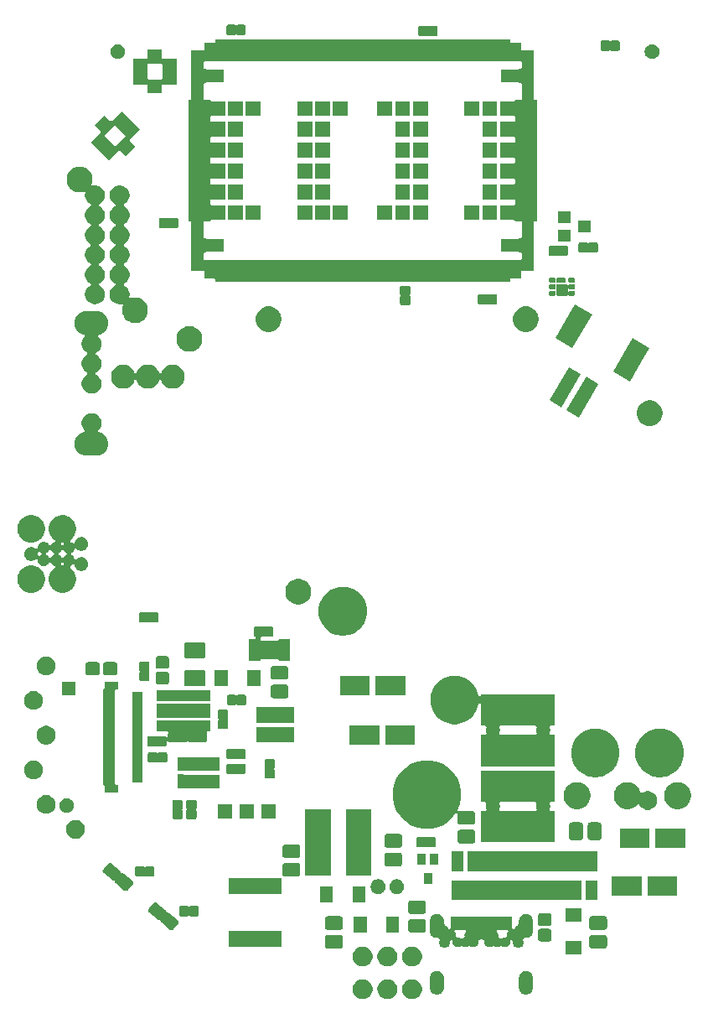
<source format=gbr>
G04 #@! TF.GenerationSoftware,KiCad,Pcbnew,5.1.6+dfsg1-1~bpo10+1*
G04 #@! TF.CreationDate,2020-12-21T12:29:25-05:00*
G04 #@! TF.ProjectId,4GRCP_Mainboard,34475243-505f-44d6-9169-6e626f617264,rev?*
G04 #@! TF.SameCoordinates,Original*
G04 #@! TF.FileFunction,Soldermask,Top*
G04 #@! TF.FilePolarity,Negative*
%FSLAX46Y46*%
G04 Gerber Fmt 4.6, Leading zero omitted, Abs format (unit mm)*
G04 Created by KiCad (PCBNEW 5.1.6+dfsg1-1~bpo10+1) date 2020-12-21 12:29:25*
%MOMM*%
%LPD*%
G01*
G04 APERTURE LIST*
%ADD10C,0.010000*%
%ADD11C,0.100000*%
G04 APERTURE END LIST*
D10*
G36*
X166350000Y-82800000D02*
G01*
X166350000Y-82600000D01*
X166350137Y-82594766D01*
X166350548Y-82589547D01*
X166351231Y-82584357D01*
X166352185Y-82579209D01*
X166353407Y-82574118D01*
X166354894Y-82569098D01*
X166356642Y-82564163D01*
X166358645Y-82559326D01*
X166360899Y-82554601D01*
X166363397Y-82550000D01*
X166366133Y-82545536D01*
X166369098Y-82541221D01*
X166372285Y-82537068D01*
X166375686Y-82533087D01*
X166379289Y-82529289D01*
X166383087Y-82525686D01*
X166387068Y-82522285D01*
X166391221Y-82519098D01*
X166395536Y-82516133D01*
X166400000Y-82513397D01*
X166404601Y-82510899D01*
X166409326Y-82508645D01*
X166414163Y-82506642D01*
X166419098Y-82504894D01*
X166424118Y-82503407D01*
X166429209Y-82502185D01*
X166434357Y-82501231D01*
X166439547Y-82500548D01*
X166444766Y-82500137D01*
X166450000Y-82500000D01*
X166800000Y-82500000D01*
X166805234Y-82500137D01*
X166810453Y-82500548D01*
X166815643Y-82501231D01*
X166820791Y-82502185D01*
X166825882Y-82503407D01*
X166830902Y-82504894D01*
X166835837Y-82506642D01*
X166840674Y-82508645D01*
X166845399Y-82510899D01*
X166850000Y-82513397D01*
X166854464Y-82516133D01*
X166858779Y-82519098D01*
X166862932Y-82522285D01*
X166866913Y-82525686D01*
X166870711Y-82529289D01*
X166874314Y-82533087D01*
X166877715Y-82537068D01*
X166880902Y-82541221D01*
X166883867Y-82545536D01*
X166886603Y-82550000D01*
X166889101Y-82554601D01*
X166891355Y-82559326D01*
X166893358Y-82564163D01*
X166895106Y-82569098D01*
X166896593Y-82574118D01*
X166897815Y-82579209D01*
X166898769Y-82584357D01*
X166899452Y-82589547D01*
X166899863Y-82594766D01*
X166900000Y-82600000D01*
X166900000Y-82800000D01*
X166899863Y-82805234D01*
X166899452Y-82810453D01*
X166898769Y-82815643D01*
X166897815Y-82820791D01*
X166896593Y-82825882D01*
X166895106Y-82830902D01*
X166893358Y-82835837D01*
X166891355Y-82840674D01*
X166889101Y-82845399D01*
X166886603Y-82850000D01*
X166883867Y-82854464D01*
X166880902Y-82858779D01*
X166877715Y-82862932D01*
X166874314Y-82866913D01*
X166870711Y-82870711D01*
X166866913Y-82874314D01*
X166862932Y-82877715D01*
X166858779Y-82880902D01*
X166854464Y-82883867D01*
X166850000Y-82886603D01*
X166845399Y-82889101D01*
X166840674Y-82891355D01*
X166835837Y-82893358D01*
X166830902Y-82895106D01*
X166825882Y-82896593D01*
X166820791Y-82897815D01*
X166815643Y-82898769D01*
X166810453Y-82899452D01*
X166805234Y-82899863D01*
X166800000Y-82900000D01*
X166450000Y-82900000D01*
X166444766Y-82899863D01*
X166439547Y-82899452D01*
X166434357Y-82898769D01*
X166429209Y-82897815D01*
X166424118Y-82896593D01*
X166419098Y-82895106D01*
X166414163Y-82893358D01*
X166409326Y-82891355D01*
X166404601Y-82889101D01*
X166400000Y-82886603D01*
X166395536Y-82883867D01*
X166391221Y-82880902D01*
X166387068Y-82877715D01*
X166383087Y-82874314D01*
X166379289Y-82870711D01*
X166375686Y-82866913D01*
X166372285Y-82862932D01*
X166369098Y-82858779D01*
X166366133Y-82854464D01*
X166363397Y-82850000D01*
X166360899Y-82845399D01*
X166358645Y-82840674D01*
X166356642Y-82835837D01*
X166354894Y-82830902D01*
X166353407Y-82825882D01*
X166352185Y-82820791D01*
X166351231Y-82815643D01*
X166350548Y-82810453D01*
X166350137Y-82805234D01*
X166350000Y-82800000D01*
G37*
X166350000Y-82800000D02*
X166350000Y-82600000D01*
X166350137Y-82594766D01*
X166350548Y-82589547D01*
X166351231Y-82584357D01*
X166352185Y-82579209D01*
X166353407Y-82574118D01*
X166354894Y-82569098D01*
X166356642Y-82564163D01*
X166358645Y-82559326D01*
X166360899Y-82554601D01*
X166363397Y-82550000D01*
X166366133Y-82545536D01*
X166369098Y-82541221D01*
X166372285Y-82537068D01*
X166375686Y-82533087D01*
X166379289Y-82529289D01*
X166383087Y-82525686D01*
X166387068Y-82522285D01*
X166391221Y-82519098D01*
X166395536Y-82516133D01*
X166400000Y-82513397D01*
X166404601Y-82510899D01*
X166409326Y-82508645D01*
X166414163Y-82506642D01*
X166419098Y-82504894D01*
X166424118Y-82503407D01*
X166429209Y-82502185D01*
X166434357Y-82501231D01*
X166439547Y-82500548D01*
X166444766Y-82500137D01*
X166450000Y-82500000D01*
X166800000Y-82500000D01*
X166805234Y-82500137D01*
X166810453Y-82500548D01*
X166815643Y-82501231D01*
X166820791Y-82502185D01*
X166825882Y-82503407D01*
X166830902Y-82504894D01*
X166835837Y-82506642D01*
X166840674Y-82508645D01*
X166845399Y-82510899D01*
X166850000Y-82513397D01*
X166854464Y-82516133D01*
X166858779Y-82519098D01*
X166862932Y-82522285D01*
X166866913Y-82525686D01*
X166870711Y-82529289D01*
X166874314Y-82533087D01*
X166877715Y-82537068D01*
X166880902Y-82541221D01*
X166883867Y-82545536D01*
X166886603Y-82550000D01*
X166889101Y-82554601D01*
X166891355Y-82559326D01*
X166893358Y-82564163D01*
X166895106Y-82569098D01*
X166896593Y-82574118D01*
X166897815Y-82579209D01*
X166898769Y-82584357D01*
X166899452Y-82589547D01*
X166899863Y-82594766D01*
X166900000Y-82600000D01*
X166900000Y-82800000D01*
X166899863Y-82805234D01*
X166899452Y-82810453D01*
X166898769Y-82815643D01*
X166897815Y-82820791D01*
X166896593Y-82825882D01*
X166895106Y-82830902D01*
X166893358Y-82835837D01*
X166891355Y-82840674D01*
X166889101Y-82845399D01*
X166886603Y-82850000D01*
X166883867Y-82854464D01*
X166880902Y-82858779D01*
X166877715Y-82862932D01*
X166874314Y-82866913D01*
X166870711Y-82870711D01*
X166866913Y-82874314D01*
X166862932Y-82877715D01*
X166858779Y-82880902D01*
X166854464Y-82883867D01*
X166850000Y-82886603D01*
X166845399Y-82889101D01*
X166840674Y-82891355D01*
X166835837Y-82893358D01*
X166830902Y-82895106D01*
X166825882Y-82896593D01*
X166820791Y-82897815D01*
X166815643Y-82898769D01*
X166810453Y-82899452D01*
X166805234Y-82899863D01*
X166800000Y-82900000D01*
X166450000Y-82900000D01*
X166444766Y-82899863D01*
X166439547Y-82899452D01*
X166434357Y-82898769D01*
X166429209Y-82897815D01*
X166424118Y-82896593D01*
X166419098Y-82895106D01*
X166414163Y-82893358D01*
X166409326Y-82891355D01*
X166404601Y-82889101D01*
X166400000Y-82886603D01*
X166395536Y-82883867D01*
X166391221Y-82880902D01*
X166387068Y-82877715D01*
X166383087Y-82874314D01*
X166379289Y-82870711D01*
X166375686Y-82866913D01*
X166372285Y-82862932D01*
X166369098Y-82858779D01*
X166366133Y-82854464D01*
X166363397Y-82850000D01*
X166360899Y-82845399D01*
X166358645Y-82840674D01*
X166356642Y-82835837D01*
X166354894Y-82830902D01*
X166353407Y-82825882D01*
X166352185Y-82820791D01*
X166351231Y-82815643D01*
X166350548Y-82810453D01*
X166350137Y-82805234D01*
X166350000Y-82800000D01*
G36*
X168300000Y-82800000D02*
G01*
X168300000Y-82600000D01*
X168300137Y-82594766D01*
X168300548Y-82589547D01*
X168301231Y-82584357D01*
X168302185Y-82579209D01*
X168303407Y-82574118D01*
X168304894Y-82569098D01*
X168306642Y-82564163D01*
X168308645Y-82559326D01*
X168310899Y-82554601D01*
X168313397Y-82550000D01*
X168316133Y-82545536D01*
X168319098Y-82541221D01*
X168322285Y-82537068D01*
X168325686Y-82533087D01*
X168329289Y-82529289D01*
X168333087Y-82525686D01*
X168337068Y-82522285D01*
X168341221Y-82519098D01*
X168345536Y-82516133D01*
X168350000Y-82513397D01*
X168354601Y-82510899D01*
X168359326Y-82508645D01*
X168364163Y-82506642D01*
X168369098Y-82504894D01*
X168374118Y-82503407D01*
X168379209Y-82502185D01*
X168384357Y-82501231D01*
X168389547Y-82500548D01*
X168394766Y-82500137D01*
X168400000Y-82500000D01*
X168750000Y-82500000D01*
X168755234Y-82500137D01*
X168760453Y-82500548D01*
X168765643Y-82501231D01*
X168770791Y-82502185D01*
X168775882Y-82503407D01*
X168780902Y-82504894D01*
X168785837Y-82506642D01*
X168790674Y-82508645D01*
X168795399Y-82510899D01*
X168800000Y-82513397D01*
X168804464Y-82516133D01*
X168808779Y-82519098D01*
X168812932Y-82522285D01*
X168816913Y-82525686D01*
X168820711Y-82529289D01*
X168824314Y-82533087D01*
X168827715Y-82537068D01*
X168830902Y-82541221D01*
X168833867Y-82545536D01*
X168836603Y-82550000D01*
X168839101Y-82554601D01*
X168841355Y-82559326D01*
X168843358Y-82564163D01*
X168845106Y-82569098D01*
X168846593Y-82574118D01*
X168847815Y-82579209D01*
X168848769Y-82584357D01*
X168849452Y-82589547D01*
X168849863Y-82594766D01*
X168850000Y-82600000D01*
X168850000Y-82800000D01*
X168849863Y-82805234D01*
X168849452Y-82810453D01*
X168848769Y-82815643D01*
X168847815Y-82820791D01*
X168846593Y-82825882D01*
X168845106Y-82830902D01*
X168843358Y-82835837D01*
X168841355Y-82840674D01*
X168839101Y-82845399D01*
X168836603Y-82850000D01*
X168833867Y-82854464D01*
X168830902Y-82858779D01*
X168827715Y-82862932D01*
X168824314Y-82866913D01*
X168820711Y-82870711D01*
X168816913Y-82874314D01*
X168812932Y-82877715D01*
X168808779Y-82880902D01*
X168804464Y-82883867D01*
X168800000Y-82886603D01*
X168795399Y-82889101D01*
X168790674Y-82891355D01*
X168785837Y-82893358D01*
X168780902Y-82895106D01*
X168775882Y-82896593D01*
X168770791Y-82897815D01*
X168765643Y-82898769D01*
X168760453Y-82899452D01*
X168755234Y-82899863D01*
X168750000Y-82900000D01*
X168400000Y-82900000D01*
X168394766Y-82899863D01*
X168389547Y-82899452D01*
X168384357Y-82898769D01*
X168379209Y-82897815D01*
X168374118Y-82896593D01*
X168369098Y-82895106D01*
X168364163Y-82893358D01*
X168359326Y-82891355D01*
X168354601Y-82889101D01*
X168350000Y-82886603D01*
X168345536Y-82883867D01*
X168341221Y-82880902D01*
X168337068Y-82877715D01*
X168333087Y-82874314D01*
X168329289Y-82870711D01*
X168325686Y-82866913D01*
X168322285Y-82862932D01*
X168319098Y-82858779D01*
X168316133Y-82854464D01*
X168313397Y-82850000D01*
X168310899Y-82845399D01*
X168308645Y-82840674D01*
X168306642Y-82835837D01*
X168304894Y-82830902D01*
X168303407Y-82825882D01*
X168302185Y-82820791D01*
X168301231Y-82815643D01*
X168300548Y-82810453D01*
X168300137Y-82805234D01*
X168300000Y-82800000D01*
G37*
X168300000Y-82800000D02*
X168300000Y-82600000D01*
X168300137Y-82594766D01*
X168300548Y-82589547D01*
X168301231Y-82584357D01*
X168302185Y-82579209D01*
X168303407Y-82574118D01*
X168304894Y-82569098D01*
X168306642Y-82564163D01*
X168308645Y-82559326D01*
X168310899Y-82554601D01*
X168313397Y-82550000D01*
X168316133Y-82545536D01*
X168319098Y-82541221D01*
X168322285Y-82537068D01*
X168325686Y-82533087D01*
X168329289Y-82529289D01*
X168333087Y-82525686D01*
X168337068Y-82522285D01*
X168341221Y-82519098D01*
X168345536Y-82516133D01*
X168350000Y-82513397D01*
X168354601Y-82510899D01*
X168359326Y-82508645D01*
X168364163Y-82506642D01*
X168369098Y-82504894D01*
X168374118Y-82503407D01*
X168379209Y-82502185D01*
X168384357Y-82501231D01*
X168389547Y-82500548D01*
X168394766Y-82500137D01*
X168400000Y-82500000D01*
X168750000Y-82500000D01*
X168755234Y-82500137D01*
X168760453Y-82500548D01*
X168765643Y-82501231D01*
X168770791Y-82502185D01*
X168775882Y-82503407D01*
X168780902Y-82504894D01*
X168785837Y-82506642D01*
X168790674Y-82508645D01*
X168795399Y-82510899D01*
X168800000Y-82513397D01*
X168804464Y-82516133D01*
X168808779Y-82519098D01*
X168812932Y-82522285D01*
X168816913Y-82525686D01*
X168820711Y-82529289D01*
X168824314Y-82533087D01*
X168827715Y-82537068D01*
X168830902Y-82541221D01*
X168833867Y-82545536D01*
X168836603Y-82550000D01*
X168839101Y-82554601D01*
X168841355Y-82559326D01*
X168843358Y-82564163D01*
X168845106Y-82569098D01*
X168846593Y-82574118D01*
X168847815Y-82579209D01*
X168848769Y-82584357D01*
X168849452Y-82589547D01*
X168849863Y-82594766D01*
X168850000Y-82600000D01*
X168850000Y-82800000D01*
X168849863Y-82805234D01*
X168849452Y-82810453D01*
X168848769Y-82815643D01*
X168847815Y-82820791D01*
X168846593Y-82825882D01*
X168845106Y-82830902D01*
X168843358Y-82835837D01*
X168841355Y-82840674D01*
X168839101Y-82845399D01*
X168836603Y-82850000D01*
X168833867Y-82854464D01*
X168830902Y-82858779D01*
X168827715Y-82862932D01*
X168824314Y-82866913D01*
X168820711Y-82870711D01*
X168816913Y-82874314D01*
X168812932Y-82877715D01*
X168808779Y-82880902D01*
X168804464Y-82883867D01*
X168800000Y-82886603D01*
X168795399Y-82889101D01*
X168790674Y-82891355D01*
X168785837Y-82893358D01*
X168780902Y-82895106D01*
X168775882Y-82896593D01*
X168770791Y-82897815D01*
X168765643Y-82898769D01*
X168760453Y-82899452D01*
X168755234Y-82899863D01*
X168750000Y-82900000D01*
X168400000Y-82900000D01*
X168394766Y-82899863D01*
X168389547Y-82899452D01*
X168384357Y-82898769D01*
X168379209Y-82897815D01*
X168374118Y-82896593D01*
X168369098Y-82895106D01*
X168364163Y-82893358D01*
X168359326Y-82891355D01*
X168354601Y-82889101D01*
X168350000Y-82886603D01*
X168345536Y-82883867D01*
X168341221Y-82880902D01*
X168337068Y-82877715D01*
X168333087Y-82874314D01*
X168329289Y-82870711D01*
X168325686Y-82866913D01*
X168322285Y-82862932D01*
X168319098Y-82858779D01*
X168316133Y-82854464D01*
X168313397Y-82850000D01*
X168310899Y-82845399D01*
X168308645Y-82840674D01*
X168306642Y-82835837D01*
X168304894Y-82830902D01*
X168303407Y-82825882D01*
X168302185Y-82820791D01*
X168301231Y-82815643D01*
X168300548Y-82810453D01*
X168300137Y-82805234D01*
X168300000Y-82800000D01*
G36*
X168300000Y-83450000D02*
G01*
X168300000Y-83250000D01*
X168300137Y-83244766D01*
X168300548Y-83239547D01*
X168301231Y-83234357D01*
X168302185Y-83229209D01*
X168303407Y-83224118D01*
X168304894Y-83219098D01*
X168306642Y-83214163D01*
X168308645Y-83209326D01*
X168310899Y-83204601D01*
X168313397Y-83200000D01*
X168316133Y-83195536D01*
X168319098Y-83191221D01*
X168322285Y-83187068D01*
X168325686Y-83183087D01*
X168329289Y-83179289D01*
X168333087Y-83175686D01*
X168337068Y-83172285D01*
X168341221Y-83169098D01*
X168345536Y-83166133D01*
X168350000Y-83163397D01*
X168354601Y-83160899D01*
X168359326Y-83158645D01*
X168364163Y-83156642D01*
X168369098Y-83154894D01*
X168374118Y-83153407D01*
X168379209Y-83152185D01*
X168384357Y-83151231D01*
X168389547Y-83150548D01*
X168394766Y-83150137D01*
X168400000Y-83150000D01*
X168750000Y-83150000D01*
X168755234Y-83150137D01*
X168760453Y-83150548D01*
X168765643Y-83151231D01*
X168770791Y-83152185D01*
X168775882Y-83153407D01*
X168780902Y-83154894D01*
X168785837Y-83156642D01*
X168790674Y-83158645D01*
X168795399Y-83160899D01*
X168800000Y-83163397D01*
X168804464Y-83166133D01*
X168808779Y-83169098D01*
X168812932Y-83172285D01*
X168816913Y-83175686D01*
X168820711Y-83179289D01*
X168824314Y-83183087D01*
X168827715Y-83187068D01*
X168830902Y-83191221D01*
X168833867Y-83195536D01*
X168836603Y-83200000D01*
X168839101Y-83204601D01*
X168841355Y-83209326D01*
X168843358Y-83214163D01*
X168845106Y-83219098D01*
X168846593Y-83224118D01*
X168847815Y-83229209D01*
X168848769Y-83234357D01*
X168849452Y-83239547D01*
X168849863Y-83244766D01*
X168850000Y-83250000D01*
X168850000Y-83450000D01*
X168849863Y-83455234D01*
X168849452Y-83460453D01*
X168848769Y-83465643D01*
X168847815Y-83470791D01*
X168846593Y-83475882D01*
X168845106Y-83480902D01*
X168843358Y-83485837D01*
X168841355Y-83490674D01*
X168839101Y-83495399D01*
X168836603Y-83500000D01*
X168833867Y-83504464D01*
X168830902Y-83508779D01*
X168827715Y-83512932D01*
X168824314Y-83516913D01*
X168820711Y-83520711D01*
X168816913Y-83524314D01*
X168812932Y-83527715D01*
X168808779Y-83530902D01*
X168804464Y-83533867D01*
X168800000Y-83536603D01*
X168795399Y-83539101D01*
X168790674Y-83541355D01*
X168785837Y-83543358D01*
X168780902Y-83545106D01*
X168775882Y-83546593D01*
X168770791Y-83547815D01*
X168765643Y-83548769D01*
X168760453Y-83549452D01*
X168755234Y-83549863D01*
X168750000Y-83550000D01*
X168400000Y-83550000D01*
X168394766Y-83549863D01*
X168389547Y-83549452D01*
X168384357Y-83548769D01*
X168379209Y-83547815D01*
X168374118Y-83546593D01*
X168369098Y-83545106D01*
X168364163Y-83543358D01*
X168359326Y-83541355D01*
X168354601Y-83539101D01*
X168350000Y-83536603D01*
X168345536Y-83533867D01*
X168341221Y-83530902D01*
X168337068Y-83527715D01*
X168333087Y-83524314D01*
X168329289Y-83520711D01*
X168325686Y-83516913D01*
X168322285Y-83512932D01*
X168319098Y-83508779D01*
X168316133Y-83504464D01*
X168313397Y-83500000D01*
X168310899Y-83495399D01*
X168308645Y-83490674D01*
X168306642Y-83485837D01*
X168304894Y-83480902D01*
X168303407Y-83475882D01*
X168302185Y-83470791D01*
X168301231Y-83465643D01*
X168300548Y-83460453D01*
X168300137Y-83455234D01*
X168300000Y-83450000D01*
G37*
X168300000Y-83450000D02*
X168300000Y-83250000D01*
X168300137Y-83244766D01*
X168300548Y-83239547D01*
X168301231Y-83234357D01*
X168302185Y-83229209D01*
X168303407Y-83224118D01*
X168304894Y-83219098D01*
X168306642Y-83214163D01*
X168308645Y-83209326D01*
X168310899Y-83204601D01*
X168313397Y-83200000D01*
X168316133Y-83195536D01*
X168319098Y-83191221D01*
X168322285Y-83187068D01*
X168325686Y-83183087D01*
X168329289Y-83179289D01*
X168333087Y-83175686D01*
X168337068Y-83172285D01*
X168341221Y-83169098D01*
X168345536Y-83166133D01*
X168350000Y-83163397D01*
X168354601Y-83160899D01*
X168359326Y-83158645D01*
X168364163Y-83156642D01*
X168369098Y-83154894D01*
X168374118Y-83153407D01*
X168379209Y-83152185D01*
X168384357Y-83151231D01*
X168389547Y-83150548D01*
X168394766Y-83150137D01*
X168400000Y-83150000D01*
X168750000Y-83150000D01*
X168755234Y-83150137D01*
X168760453Y-83150548D01*
X168765643Y-83151231D01*
X168770791Y-83152185D01*
X168775882Y-83153407D01*
X168780902Y-83154894D01*
X168785837Y-83156642D01*
X168790674Y-83158645D01*
X168795399Y-83160899D01*
X168800000Y-83163397D01*
X168804464Y-83166133D01*
X168808779Y-83169098D01*
X168812932Y-83172285D01*
X168816913Y-83175686D01*
X168820711Y-83179289D01*
X168824314Y-83183087D01*
X168827715Y-83187068D01*
X168830902Y-83191221D01*
X168833867Y-83195536D01*
X168836603Y-83200000D01*
X168839101Y-83204601D01*
X168841355Y-83209326D01*
X168843358Y-83214163D01*
X168845106Y-83219098D01*
X168846593Y-83224118D01*
X168847815Y-83229209D01*
X168848769Y-83234357D01*
X168849452Y-83239547D01*
X168849863Y-83244766D01*
X168850000Y-83250000D01*
X168850000Y-83450000D01*
X168849863Y-83455234D01*
X168849452Y-83460453D01*
X168848769Y-83465643D01*
X168847815Y-83470791D01*
X168846593Y-83475882D01*
X168845106Y-83480902D01*
X168843358Y-83485837D01*
X168841355Y-83490674D01*
X168839101Y-83495399D01*
X168836603Y-83500000D01*
X168833867Y-83504464D01*
X168830902Y-83508779D01*
X168827715Y-83512932D01*
X168824314Y-83516913D01*
X168820711Y-83520711D01*
X168816913Y-83524314D01*
X168812932Y-83527715D01*
X168808779Y-83530902D01*
X168804464Y-83533867D01*
X168800000Y-83536603D01*
X168795399Y-83539101D01*
X168790674Y-83541355D01*
X168785837Y-83543358D01*
X168780902Y-83545106D01*
X168775882Y-83546593D01*
X168770791Y-83547815D01*
X168765643Y-83548769D01*
X168760453Y-83549452D01*
X168755234Y-83549863D01*
X168750000Y-83550000D01*
X168400000Y-83550000D01*
X168394766Y-83549863D01*
X168389547Y-83549452D01*
X168384357Y-83548769D01*
X168379209Y-83547815D01*
X168374118Y-83546593D01*
X168369098Y-83545106D01*
X168364163Y-83543358D01*
X168359326Y-83541355D01*
X168354601Y-83539101D01*
X168350000Y-83536603D01*
X168345536Y-83533867D01*
X168341221Y-83530902D01*
X168337068Y-83527715D01*
X168333087Y-83524314D01*
X168329289Y-83520711D01*
X168325686Y-83516913D01*
X168322285Y-83512932D01*
X168319098Y-83508779D01*
X168316133Y-83504464D01*
X168313397Y-83500000D01*
X168310899Y-83495399D01*
X168308645Y-83490674D01*
X168306642Y-83485837D01*
X168304894Y-83480902D01*
X168303407Y-83475882D01*
X168302185Y-83470791D01*
X168301231Y-83465643D01*
X168300548Y-83460453D01*
X168300137Y-83455234D01*
X168300000Y-83450000D01*
G36*
X168300000Y-82150000D02*
G01*
X168300000Y-81950000D01*
X168300137Y-81944766D01*
X168300548Y-81939547D01*
X168301231Y-81934357D01*
X168302185Y-81929209D01*
X168303407Y-81924118D01*
X168304894Y-81919098D01*
X168306642Y-81914163D01*
X168308645Y-81909326D01*
X168310899Y-81904601D01*
X168313397Y-81900000D01*
X168316133Y-81895536D01*
X168319098Y-81891221D01*
X168322285Y-81887068D01*
X168325686Y-81883087D01*
X168329289Y-81879289D01*
X168333087Y-81875686D01*
X168337068Y-81872285D01*
X168341221Y-81869098D01*
X168345536Y-81866133D01*
X168350000Y-81863397D01*
X168354601Y-81860899D01*
X168359326Y-81858645D01*
X168364163Y-81856642D01*
X168369098Y-81854894D01*
X168374118Y-81853407D01*
X168379209Y-81852185D01*
X168384357Y-81851231D01*
X168389547Y-81850548D01*
X168394766Y-81850137D01*
X168400000Y-81850000D01*
X168750000Y-81850000D01*
X168755234Y-81850137D01*
X168760453Y-81850548D01*
X168765643Y-81851231D01*
X168770791Y-81852185D01*
X168775882Y-81853407D01*
X168780902Y-81854894D01*
X168785837Y-81856642D01*
X168790674Y-81858645D01*
X168795399Y-81860899D01*
X168800000Y-81863397D01*
X168804464Y-81866133D01*
X168808779Y-81869098D01*
X168812932Y-81872285D01*
X168816913Y-81875686D01*
X168820711Y-81879289D01*
X168824314Y-81883087D01*
X168827715Y-81887068D01*
X168830902Y-81891221D01*
X168833867Y-81895536D01*
X168836603Y-81900000D01*
X168839101Y-81904601D01*
X168841355Y-81909326D01*
X168843358Y-81914163D01*
X168845106Y-81919098D01*
X168846593Y-81924118D01*
X168847815Y-81929209D01*
X168848769Y-81934357D01*
X168849452Y-81939547D01*
X168849863Y-81944766D01*
X168850000Y-81950000D01*
X168850000Y-82150000D01*
X168849863Y-82155234D01*
X168849452Y-82160453D01*
X168848769Y-82165643D01*
X168847815Y-82170791D01*
X168846593Y-82175882D01*
X168845106Y-82180902D01*
X168843358Y-82185837D01*
X168841355Y-82190674D01*
X168839101Y-82195399D01*
X168836603Y-82200000D01*
X168833867Y-82204464D01*
X168830902Y-82208779D01*
X168827715Y-82212932D01*
X168824314Y-82216913D01*
X168820711Y-82220711D01*
X168816913Y-82224314D01*
X168812932Y-82227715D01*
X168808779Y-82230902D01*
X168804464Y-82233867D01*
X168800000Y-82236603D01*
X168795399Y-82239101D01*
X168790674Y-82241355D01*
X168785837Y-82243358D01*
X168780902Y-82245106D01*
X168775882Y-82246593D01*
X168770791Y-82247815D01*
X168765643Y-82248769D01*
X168760453Y-82249452D01*
X168755234Y-82249863D01*
X168750000Y-82250000D01*
X168400000Y-82250000D01*
X168394766Y-82249863D01*
X168389547Y-82249452D01*
X168384357Y-82248769D01*
X168379209Y-82247815D01*
X168374118Y-82246593D01*
X168369098Y-82245106D01*
X168364163Y-82243358D01*
X168359326Y-82241355D01*
X168354601Y-82239101D01*
X168350000Y-82236603D01*
X168345536Y-82233867D01*
X168341221Y-82230902D01*
X168337068Y-82227715D01*
X168333087Y-82224314D01*
X168329289Y-82220711D01*
X168325686Y-82216913D01*
X168322285Y-82212932D01*
X168319098Y-82208779D01*
X168316133Y-82204464D01*
X168313397Y-82200000D01*
X168310899Y-82195399D01*
X168308645Y-82190674D01*
X168306642Y-82185837D01*
X168304894Y-82180902D01*
X168303407Y-82175882D01*
X168302185Y-82170791D01*
X168301231Y-82165643D01*
X168300548Y-82160453D01*
X168300137Y-82155234D01*
X168300000Y-82150000D01*
G37*
X168300000Y-82150000D02*
X168300000Y-81950000D01*
X168300137Y-81944766D01*
X168300548Y-81939547D01*
X168301231Y-81934357D01*
X168302185Y-81929209D01*
X168303407Y-81924118D01*
X168304894Y-81919098D01*
X168306642Y-81914163D01*
X168308645Y-81909326D01*
X168310899Y-81904601D01*
X168313397Y-81900000D01*
X168316133Y-81895536D01*
X168319098Y-81891221D01*
X168322285Y-81887068D01*
X168325686Y-81883087D01*
X168329289Y-81879289D01*
X168333087Y-81875686D01*
X168337068Y-81872285D01*
X168341221Y-81869098D01*
X168345536Y-81866133D01*
X168350000Y-81863397D01*
X168354601Y-81860899D01*
X168359326Y-81858645D01*
X168364163Y-81856642D01*
X168369098Y-81854894D01*
X168374118Y-81853407D01*
X168379209Y-81852185D01*
X168384357Y-81851231D01*
X168389547Y-81850548D01*
X168394766Y-81850137D01*
X168400000Y-81850000D01*
X168750000Y-81850000D01*
X168755234Y-81850137D01*
X168760453Y-81850548D01*
X168765643Y-81851231D01*
X168770791Y-81852185D01*
X168775882Y-81853407D01*
X168780902Y-81854894D01*
X168785837Y-81856642D01*
X168790674Y-81858645D01*
X168795399Y-81860899D01*
X168800000Y-81863397D01*
X168804464Y-81866133D01*
X168808779Y-81869098D01*
X168812932Y-81872285D01*
X168816913Y-81875686D01*
X168820711Y-81879289D01*
X168824314Y-81883087D01*
X168827715Y-81887068D01*
X168830902Y-81891221D01*
X168833867Y-81895536D01*
X168836603Y-81900000D01*
X168839101Y-81904601D01*
X168841355Y-81909326D01*
X168843358Y-81914163D01*
X168845106Y-81919098D01*
X168846593Y-81924118D01*
X168847815Y-81929209D01*
X168848769Y-81934357D01*
X168849452Y-81939547D01*
X168849863Y-81944766D01*
X168850000Y-81950000D01*
X168850000Y-82150000D01*
X168849863Y-82155234D01*
X168849452Y-82160453D01*
X168848769Y-82165643D01*
X168847815Y-82170791D01*
X168846593Y-82175882D01*
X168845106Y-82180902D01*
X168843358Y-82185837D01*
X168841355Y-82190674D01*
X168839101Y-82195399D01*
X168836603Y-82200000D01*
X168833867Y-82204464D01*
X168830902Y-82208779D01*
X168827715Y-82212932D01*
X168824314Y-82216913D01*
X168820711Y-82220711D01*
X168816913Y-82224314D01*
X168812932Y-82227715D01*
X168808779Y-82230902D01*
X168804464Y-82233867D01*
X168800000Y-82236603D01*
X168795399Y-82239101D01*
X168790674Y-82241355D01*
X168785837Y-82243358D01*
X168780902Y-82245106D01*
X168775882Y-82246593D01*
X168770791Y-82247815D01*
X168765643Y-82248769D01*
X168760453Y-82249452D01*
X168755234Y-82249863D01*
X168750000Y-82250000D01*
X168400000Y-82250000D01*
X168394766Y-82249863D01*
X168389547Y-82249452D01*
X168384357Y-82248769D01*
X168379209Y-82247815D01*
X168374118Y-82246593D01*
X168369098Y-82245106D01*
X168364163Y-82243358D01*
X168359326Y-82241355D01*
X168354601Y-82239101D01*
X168350000Y-82236603D01*
X168345536Y-82233867D01*
X168341221Y-82230902D01*
X168337068Y-82227715D01*
X168333087Y-82224314D01*
X168329289Y-82220711D01*
X168325686Y-82216913D01*
X168322285Y-82212932D01*
X168319098Y-82208779D01*
X168316133Y-82204464D01*
X168313397Y-82200000D01*
X168310899Y-82195399D01*
X168308645Y-82190674D01*
X168306642Y-82185837D01*
X168304894Y-82180902D01*
X168303407Y-82175882D01*
X168302185Y-82170791D01*
X168301231Y-82165643D01*
X168300548Y-82160453D01*
X168300137Y-82155234D01*
X168300000Y-82150000D01*
G36*
X166350000Y-83450000D02*
G01*
X166350000Y-83250000D01*
X166350137Y-83244766D01*
X166350548Y-83239547D01*
X166351231Y-83234357D01*
X166352185Y-83229209D01*
X166353407Y-83224118D01*
X166354894Y-83219098D01*
X166356642Y-83214163D01*
X166358645Y-83209326D01*
X166360899Y-83204601D01*
X166363397Y-83200000D01*
X166366133Y-83195536D01*
X166369098Y-83191221D01*
X166372285Y-83187068D01*
X166375686Y-83183087D01*
X166379289Y-83179289D01*
X166383087Y-83175686D01*
X166387068Y-83172285D01*
X166391221Y-83169098D01*
X166395536Y-83166133D01*
X166400000Y-83163397D01*
X166404601Y-83160899D01*
X166409326Y-83158645D01*
X166414163Y-83156642D01*
X166419098Y-83154894D01*
X166424118Y-83153407D01*
X166429209Y-83152185D01*
X166434357Y-83151231D01*
X166439547Y-83150548D01*
X166444766Y-83150137D01*
X166450000Y-83150000D01*
X166800000Y-83150000D01*
X166805234Y-83150137D01*
X166810453Y-83150548D01*
X166815643Y-83151231D01*
X166820791Y-83152185D01*
X166825882Y-83153407D01*
X166830902Y-83154894D01*
X166835837Y-83156642D01*
X166840674Y-83158645D01*
X166845399Y-83160899D01*
X166850000Y-83163397D01*
X166854464Y-83166133D01*
X166858779Y-83169098D01*
X166862932Y-83172285D01*
X166866913Y-83175686D01*
X166870711Y-83179289D01*
X166874314Y-83183087D01*
X166877715Y-83187068D01*
X166880902Y-83191221D01*
X166883867Y-83195536D01*
X166886603Y-83200000D01*
X166889101Y-83204601D01*
X166891355Y-83209326D01*
X166893358Y-83214163D01*
X166895106Y-83219098D01*
X166896593Y-83224118D01*
X166897815Y-83229209D01*
X166898769Y-83234357D01*
X166899452Y-83239547D01*
X166899863Y-83244766D01*
X166900000Y-83250000D01*
X166900000Y-83450000D01*
X166899863Y-83455234D01*
X166899452Y-83460453D01*
X166898769Y-83465643D01*
X166897815Y-83470791D01*
X166896593Y-83475882D01*
X166895106Y-83480902D01*
X166893358Y-83485837D01*
X166891355Y-83490674D01*
X166889101Y-83495399D01*
X166886603Y-83500000D01*
X166883867Y-83504464D01*
X166880902Y-83508779D01*
X166877715Y-83512932D01*
X166874314Y-83516913D01*
X166870711Y-83520711D01*
X166866913Y-83524314D01*
X166862932Y-83527715D01*
X166858779Y-83530902D01*
X166854464Y-83533867D01*
X166850000Y-83536603D01*
X166845399Y-83539101D01*
X166840674Y-83541355D01*
X166835837Y-83543358D01*
X166830902Y-83545106D01*
X166825882Y-83546593D01*
X166820791Y-83547815D01*
X166815643Y-83548769D01*
X166810453Y-83549452D01*
X166805234Y-83549863D01*
X166800000Y-83550000D01*
X166450000Y-83550000D01*
X166444766Y-83549863D01*
X166439547Y-83549452D01*
X166434357Y-83548769D01*
X166429209Y-83547815D01*
X166424118Y-83546593D01*
X166419098Y-83545106D01*
X166414163Y-83543358D01*
X166409326Y-83541355D01*
X166404601Y-83539101D01*
X166400000Y-83536603D01*
X166395536Y-83533867D01*
X166391221Y-83530902D01*
X166387068Y-83527715D01*
X166383087Y-83524314D01*
X166379289Y-83520711D01*
X166375686Y-83516913D01*
X166372285Y-83512932D01*
X166369098Y-83508779D01*
X166366133Y-83504464D01*
X166363397Y-83500000D01*
X166360899Y-83495399D01*
X166358645Y-83490674D01*
X166356642Y-83485837D01*
X166354894Y-83480902D01*
X166353407Y-83475882D01*
X166352185Y-83470791D01*
X166351231Y-83465643D01*
X166350548Y-83460453D01*
X166350137Y-83455234D01*
X166350000Y-83450000D01*
G37*
X166350000Y-83450000D02*
X166350000Y-83250000D01*
X166350137Y-83244766D01*
X166350548Y-83239547D01*
X166351231Y-83234357D01*
X166352185Y-83229209D01*
X166353407Y-83224118D01*
X166354894Y-83219098D01*
X166356642Y-83214163D01*
X166358645Y-83209326D01*
X166360899Y-83204601D01*
X166363397Y-83200000D01*
X166366133Y-83195536D01*
X166369098Y-83191221D01*
X166372285Y-83187068D01*
X166375686Y-83183087D01*
X166379289Y-83179289D01*
X166383087Y-83175686D01*
X166387068Y-83172285D01*
X166391221Y-83169098D01*
X166395536Y-83166133D01*
X166400000Y-83163397D01*
X166404601Y-83160899D01*
X166409326Y-83158645D01*
X166414163Y-83156642D01*
X166419098Y-83154894D01*
X166424118Y-83153407D01*
X166429209Y-83152185D01*
X166434357Y-83151231D01*
X166439547Y-83150548D01*
X166444766Y-83150137D01*
X166450000Y-83150000D01*
X166800000Y-83150000D01*
X166805234Y-83150137D01*
X166810453Y-83150548D01*
X166815643Y-83151231D01*
X166820791Y-83152185D01*
X166825882Y-83153407D01*
X166830902Y-83154894D01*
X166835837Y-83156642D01*
X166840674Y-83158645D01*
X166845399Y-83160899D01*
X166850000Y-83163397D01*
X166854464Y-83166133D01*
X166858779Y-83169098D01*
X166862932Y-83172285D01*
X166866913Y-83175686D01*
X166870711Y-83179289D01*
X166874314Y-83183087D01*
X166877715Y-83187068D01*
X166880902Y-83191221D01*
X166883867Y-83195536D01*
X166886603Y-83200000D01*
X166889101Y-83204601D01*
X166891355Y-83209326D01*
X166893358Y-83214163D01*
X166895106Y-83219098D01*
X166896593Y-83224118D01*
X166897815Y-83229209D01*
X166898769Y-83234357D01*
X166899452Y-83239547D01*
X166899863Y-83244766D01*
X166900000Y-83250000D01*
X166900000Y-83450000D01*
X166899863Y-83455234D01*
X166899452Y-83460453D01*
X166898769Y-83465643D01*
X166897815Y-83470791D01*
X166896593Y-83475882D01*
X166895106Y-83480902D01*
X166893358Y-83485837D01*
X166891355Y-83490674D01*
X166889101Y-83495399D01*
X166886603Y-83500000D01*
X166883867Y-83504464D01*
X166880902Y-83508779D01*
X166877715Y-83512932D01*
X166874314Y-83516913D01*
X166870711Y-83520711D01*
X166866913Y-83524314D01*
X166862932Y-83527715D01*
X166858779Y-83530902D01*
X166854464Y-83533867D01*
X166850000Y-83536603D01*
X166845399Y-83539101D01*
X166840674Y-83541355D01*
X166835837Y-83543358D01*
X166830902Y-83545106D01*
X166825882Y-83546593D01*
X166820791Y-83547815D01*
X166815643Y-83548769D01*
X166810453Y-83549452D01*
X166805234Y-83549863D01*
X166800000Y-83550000D01*
X166450000Y-83550000D01*
X166444766Y-83549863D01*
X166439547Y-83549452D01*
X166434357Y-83548769D01*
X166429209Y-83547815D01*
X166424118Y-83546593D01*
X166419098Y-83545106D01*
X166414163Y-83543358D01*
X166409326Y-83541355D01*
X166404601Y-83539101D01*
X166400000Y-83536603D01*
X166395536Y-83533867D01*
X166391221Y-83530902D01*
X166387068Y-83527715D01*
X166383087Y-83524314D01*
X166379289Y-83520711D01*
X166375686Y-83516913D01*
X166372285Y-83512932D01*
X166369098Y-83508779D01*
X166366133Y-83504464D01*
X166363397Y-83500000D01*
X166360899Y-83495399D01*
X166358645Y-83490674D01*
X166356642Y-83485837D01*
X166354894Y-83480902D01*
X166353407Y-83475882D01*
X166352185Y-83470791D01*
X166351231Y-83465643D01*
X166350548Y-83460453D01*
X166350137Y-83455234D01*
X166350000Y-83450000D01*
G36*
X166350000Y-82150000D02*
G01*
X166350000Y-81950000D01*
X166350137Y-81944766D01*
X166350548Y-81939547D01*
X166351231Y-81934357D01*
X166352185Y-81929209D01*
X166353407Y-81924118D01*
X166354894Y-81919098D01*
X166356642Y-81914163D01*
X166358645Y-81909326D01*
X166360899Y-81904601D01*
X166363397Y-81900000D01*
X166366133Y-81895536D01*
X166369098Y-81891221D01*
X166372285Y-81887068D01*
X166375686Y-81883087D01*
X166379289Y-81879289D01*
X166383087Y-81875686D01*
X166387068Y-81872285D01*
X166391221Y-81869098D01*
X166395536Y-81866133D01*
X166400000Y-81863397D01*
X166404601Y-81860899D01*
X166409326Y-81858645D01*
X166414163Y-81856642D01*
X166419098Y-81854894D01*
X166424118Y-81853407D01*
X166429209Y-81852185D01*
X166434357Y-81851231D01*
X166439547Y-81850548D01*
X166444766Y-81850137D01*
X166450000Y-81850000D01*
X166800000Y-81850000D01*
X166805234Y-81850137D01*
X166810453Y-81850548D01*
X166815643Y-81851231D01*
X166820791Y-81852185D01*
X166825882Y-81853407D01*
X166830902Y-81854894D01*
X166835837Y-81856642D01*
X166840674Y-81858645D01*
X166845399Y-81860899D01*
X166850000Y-81863397D01*
X166854464Y-81866133D01*
X166858779Y-81869098D01*
X166862932Y-81872285D01*
X166866913Y-81875686D01*
X166870711Y-81879289D01*
X166874314Y-81883087D01*
X166877715Y-81887068D01*
X166880902Y-81891221D01*
X166883867Y-81895536D01*
X166886603Y-81900000D01*
X166889101Y-81904601D01*
X166891355Y-81909326D01*
X166893358Y-81914163D01*
X166895106Y-81919098D01*
X166896593Y-81924118D01*
X166897815Y-81929209D01*
X166898769Y-81934357D01*
X166899452Y-81939547D01*
X166899863Y-81944766D01*
X166900000Y-81950000D01*
X166900000Y-82150000D01*
X166899863Y-82155234D01*
X166899452Y-82160453D01*
X166898769Y-82165643D01*
X166897815Y-82170791D01*
X166896593Y-82175882D01*
X166895106Y-82180902D01*
X166893358Y-82185837D01*
X166891355Y-82190674D01*
X166889101Y-82195399D01*
X166886603Y-82200000D01*
X166883867Y-82204464D01*
X166880902Y-82208779D01*
X166877715Y-82212932D01*
X166874314Y-82216913D01*
X166870711Y-82220711D01*
X166866913Y-82224314D01*
X166862932Y-82227715D01*
X166858779Y-82230902D01*
X166854464Y-82233867D01*
X166850000Y-82236603D01*
X166845399Y-82239101D01*
X166840674Y-82241355D01*
X166835837Y-82243358D01*
X166830902Y-82245106D01*
X166825882Y-82246593D01*
X166820791Y-82247815D01*
X166815643Y-82248769D01*
X166810453Y-82249452D01*
X166805234Y-82249863D01*
X166800000Y-82250000D01*
X166450000Y-82250000D01*
X166444766Y-82249863D01*
X166439547Y-82249452D01*
X166434357Y-82248769D01*
X166429209Y-82247815D01*
X166424118Y-82246593D01*
X166419098Y-82245106D01*
X166414163Y-82243358D01*
X166409326Y-82241355D01*
X166404601Y-82239101D01*
X166400000Y-82236603D01*
X166395536Y-82233867D01*
X166391221Y-82230902D01*
X166387068Y-82227715D01*
X166383087Y-82224314D01*
X166379289Y-82220711D01*
X166375686Y-82216913D01*
X166372285Y-82212932D01*
X166369098Y-82208779D01*
X166366133Y-82204464D01*
X166363397Y-82200000D01*
X166360899Y-82195399D01*
X166358645Y-82190674D01*
X166356642Y-82185837D01*
X166354894Y-82180902D01*
X166353407Y-82175882D01*
X166352185Y-82170791D01*
X166351231Y-82165643D01*
X166350548Y-82160453D01*
X166350137Y-82155234D01*
X166350000Y-82150000D01*
G37*
X166350000Y-82150000D02*
X166350000Y-81950000D01*
X166350137Y-81944766D01*
X166350548Y-81939547D01*
X166351231Y-81934357D01*
X166352185Y-81929209D01*
X166353407Y-81924118D01*
X166354894Y-81919098D01*
X166356642Y-81914163D01*
X166358645Y-81909326D01*
X166360899Y-81904601D01*
X166363397Y-81900000D01*
X166366133Y-81895536D01*
X166369098Y-81891221D01*
X166372285Y-81887068D01*
X166375686Y-81883087D01*
X166379289Y-81879289D01*
X166383087Y-81875686D01*
X166387068Y-81872285D01*
X166391221Y-81869098D01*
X166395536Y-81866133D01*
X166400000Y-81863397D01*
X166404601Y-81860899D01*
X166409326Y-81858645D01*
X166414163Y-81856642D01*
X166419098Y-81854894D01*
X166424118Y-81853407D01*
X166429209Y-81852185D01*
X166434357Y-81851231D01*
X166439547Y-81850548D01*
X166444766Y-81850137D01*
X166450000Y-81850000D01*
X166800000Y-81850000D01*
X166805234Y-81850137D01*
X166810453Y-81850548D01*
X166815643Y-81851231D01*
X166820791Y-81852185D01*
X166825882Y-81853407D01*
X166830902Y-81854894D01*
X166835837Y-81856642D01*
X166840674Y-81858645D01*
X166845399Y-81860899D01*
X166850000Y-81863397D01*
X166854464Y-81866133D01*
X166858779Y-81869098D01*
X166862932Y-81872285D01*
X166866913Y-81875686D01*
X166870711Y-81879289D01*
X166874314Y-81883087D01*
X166877715Y-81887068D01*
X166880902Y-81891221D01*
X166883867Y-81895536D01*
X166886603Y-81900000D01*
X166889101Y-81904601D01*
X166891355Y-81909326D01*
X166893358Y-81914163D01*
X166895106Y-81919098D01*
X166896593Y-81924118D01*
X166897815Y-81929209D01*
X166898769Y-81934357D01*
X166899452Y-81939547D01*
X166899863Y-81944766D01*
X166900000Y-81950000D01*
X166900000Y-82150000D01*
X166899863Y-82155234D01*
X166899452Y-82160453D01*
X166898769Y-82165643D01*
X166897815Y-82170791D01*
X166896593Y-82175882D01*
X166895106Y-82180902D01*
X166893358Y-82185837D01*
X166891355Y-82190674D01*
X166889101Y-82195399D01*
X166886603Y-82200000D01*
X166883867Y-82204464D01*
X166880902Y-82208779D01*
X166877715Y-82212932D01*
X166874314Y-82216913D01*
X166870711Y-82220711D01*
X166866913Y-82224314D01*
X166862932Y-82227715D01*
X166858779Y-82230902D01*
X166854464Y-82233867D01*
X166850000Y-82236603D01*
X166845399Y-82239101D01*
X166840674Y-82241355D01*
X166835837Y-82243358D01*
X166830902Y-82245106D01*
X166825882Y-82246593D01*
X166820791Y-82247815D01*
X166815643Y-82248769D01*
X166810453Y-82249452D01*
X166805234Y-82249863D01*
X166800000Y-82250000D01*
X166450000Y-82250000D01*
X166444766Y-82249863D01*
X166439547Y-82249452D01*
X166434357Y-82248769D01*
X166429209Y-82247815D01*
X166424118Y-82246593D01*
X166419098Y-82245106D01*
X166414163Y-82243358D01*
X166409326Y-82241355D01*
X166404601Y-82239101D01*
X166400000Y-82236603D01*
X166395536Y-82233867D01*
X166391221Y-82230902D01*
X166387068Y-82227715D01*
X166383087Y-82224314D01*
X166379289Y-82220711D01*
X166375686Y-82216913D01*
X166372285Y-82212932D01*
X166369098Y-82208779D01*
X166366133Y-82204464D01*
X166363397Y-82200000D01*
X166360899Y-82195399D01*
X166358645Y-82190674D01*
X166356642Y-82185837D01*
X166354894Y-82180902D01*
X166353407Y-82175882D01*
X166352185Y-82170791D01*
X166351231Y-82165643D01*
X166350548Y-82160453D01*
X166350137Y-82155234D01*
X166350000Y-82150000D01*
G36*
X167150000Y-82500000D02*
G01*
X168050000Y-82500000D01*
X168055234Y-82500137D01*
X168060453Y-82500548D01*
X168065643Y-82501231D01*
X168070791Y-82502185D01*
X168075882Y-82503407D01*
X168080902Y-82504894D01*
X168085837Y-82506642D01*
X168090674Y-82508645D01*
X168095399Y-82510899D01*
X168100000Y-82513397D01*
X168104464Y-82516133D01*
X168108779Y-82519098D01*
X168112932Y-82522285D01*
X168116913Y-82525686D01*
X168120711Y-82529289D01*
X168124314Y-82533087D01*
X168127715Y-82537068D01*
X168130902Y-82541221D01*
X168133867Y-82545536D01*
X168136603Y-82550000D01*
X168139101Y-82554601D01*
X168141355Y-82559326D01*
X168143358Y-82564163D01*
X168145106Y-82569098D01*
X168146593Y-82574118D01*
X168147815Y-82579209D01*
X168148769Y-82584357D01*
X168149452Y-82589547D01*
X168149863Y-82594766D01*
X168150000Y-82600000D01*
X168150000Y-83450000D01*
X168149863Y-83455234D01*
X168149452Y-83460453D01*
X168148769Y-83465643D01*
X168147815Y-83470791D01*
X168146593Y-83475882D01*
X168145106Y-83480902D01*
X168143358Y-83485837D01*
X168141355Y-83490674D01*
X168139101Y-83495399D01*
X168136603Y-83500000D01*
X168133867Y-83504464D01*
X168130902Y-83508779D01*
X168127715Y-83512932D01*
X168124314Y-83516913D01*
X168120711Y-83520711D01*
X168116913Y-83524314D01*
X168112932Y-83527715D01*
X168108779Y-83530902D01*
X168104464Y-83533867D01*
X168100000Y-83536603D01*
X168095399Y-83539101D01*
X168090674Y-83541355D01*
X168085837Y-83543358D01*
X168080902Y-83545106D01*
X168075882Y-83546593D01*
X168070791Y-83547815D01*
X168065643Y-83548769D01*
X168060453Y-83549452D01*
X168055234Y-83549863D01*
X168050000Y-83550000D01*
X167150000Y-83550000D01*
X167144766Y-83549863D01*
X167139547Y-83549452D01*
X167134357Y-83548769D01*
X167129209Y-83547815D01*
X167124118Y-83546593D01*
X167119098Y-83545106D01*
X167114163Y-83543358D01*
X167109326Y-83541355D01*
X167104601Y-83539101D01*
X167100000Y-83536603D01*
X167095536Y-83533867D01*
X167091221Y-83530902D01*
X167087068Y-83527715D01*
X167083087Y-83524314D01*
X167079289Y-83520711D01*
X167075686Y-83516913D01*
X167072285Y-83512932D01*
X167069098Y-83508779D01*
X167066133Y-83504464D01*
X167063397Y-83500000D01*
X167060899Y-83495399D01*
X167058645Y-83490674D01*
X167056642Y-83485837D01*
X167054894Y-83480902D01*
X167053407Y-83475882D01*
X167052185Y-83470791D01*
X167051231Y-83465643D01*
X167050548Y-83460453D01*
X167050137Y-83455234D01*
X167050000Y-83450000D01*
X167050000Y-82600000D01*
X167050137Y-82594766D01*
X167050548Y-82589547D01*
X167051231Y-82584357D01*
X167052185Y-82579209D01*
X167053407Y-82574118D01*
X167054894Y-82569098D01*
X167056642Y-82564163D01*
X167058645Y-82559326D01*
X167060899Y-82554601D01*
X167063397Y-82550000D01*
X167066133Y-82545536D01*
X167069098Y-82541221D01*
X167072285Y-82537068D01*
X167075686Y-82533087D01*
X167079289Y-82529289D01*
X167083087Y-82525686D01*
X167087068Y-82522285D01*
X167091221Y-82519098D01*
X167095536Y-82516133D01*
X167100000Y-82513397D01*
X167104601Y-82510899D01*
X167109326Y-82508645D01*
X167114163Y-82506642D01*
X167119098Y-82504894D01*
X167124118Y-82503407D01*
X167129209Y-82502185D01*
X167134357Y-82501231D01*
X167139547Y-82500548D01*
X167144766Y-82500137D01*
X167150000Y-82500000D01*
G37*
X167150000Y-82500000D02*
X168050000Y-82500000D01*
X168055234Y-82500137D01*
X168060453Y-82500548D01*
X168065643Y-82501231D01*
X168070791Y-82502185D01*
X168075882Y-82503407D01*
X168080902Y-82504894D01*
X168085837Y-82506642D01*
X168090674Y-82508645D01*
X168095399Y-82510899D01*
X168100000Y-82513397D01*
X168104464Y-82516133D01*
X168108779Y-82519098D01*
X168112932Y-82522285D01*
X168116913Y-82525686D01*
X168120711Y-82529289D01*
X168124314Y-82533087D01*
X168127715Y-82537068D01*
X168130902Y-82541221D01*
X168133867Y-82545536D01*
X168136603Y-82550000D01*
X168139101Y-82554601D01*
X168141355Y-82559326D01*
X168143358Y-82564163D01*
X168145106Y-82569098D01*
X168146593Y-82574118D01*
X168147815Y-82579209D01*
X168148769Y-82584357D01*
X168149452Y-82589547D01*
X168149863Y-82594766D01*
X168150000Y-82600000D01*
X168150000Y-83450000D01*
X168149863Y-83455234D01*
X168149452Y-83460453D01*
X168148769Y-83465643D01*
X168147815Y-83470791D01*
X168146593Y-83475882D01*
X168145106Y-83480902D01*
X168143358Y-83485837D01*
X168141355Y-83490674D01*
X168139101Y-83495399D01*
X168136603Y-83500000D01*
X168133867Y-83504464D01*
X168130902Y-83508779D01*
X168127715Y-83512932D01*
X168124314Y-83516913D01*
X168120711Y-83520711D01*
X168116913Y-83524314D01*
X168112932Y-83527715D01*
X168108779Y-83530902D01*
X168104464Y-83533867D01*
X168100000Y-83536603D01*
X168095399Y-83539101D01*
X168090674Y-83541355D01*
X168085837Y-83543358D01*
X168080902Y-83545106D01*
X168075882Y-83546593D01*
X168070791Y-83547815D01*
X168065643Y-83548769D01*
X168060453Y-83549452D01*
X168055234Y-83549863D01*
X168050000Y-83550000D01*
X167150000Y-83550000D01*
X167144766Y-83549863D01*
X167139547Y-83549452D01*
X167134357Y-83548769D01*
X167129209Y-83547815D01*
X167124118Y-83546593D01*
X167119098Y-83545106D01*
X167114163Y-83543358D01*
X167109326Y-83541355D01*
X167104601Y-83539101D01*
X167100000Y-83536603D01*
X167095536Y-83533867D01*
X167091221Y-83530902D01*
X167087068Y-83527715D01*
X167083087Y-83524314D01*
X167079289Y-83520711D01*
X167075686Y-83516913D01*
X167072285Y-83512932D01*
X167069098Y-83508779D01*
X167066133Y-83504464D01*
X167063397Y-83500000D01*
X167060899Y-83495399D01*
X167058645Y-83490674D01*
X167056642Y-83485837D01*
X167054894Y-83480902D01*
X167053407Y-83475882D01*
X167052185Y-83470791D01*
X167051231Y-83465643D01*
X167050548Y-83460453D01*
X167050137Y-83455234D01*
X167050000Y-83450000D01*
X167050000Y-82600000D01*
X167050137Y-82594766D01*
X167050548Y-82589547D01*
X167051231Y-82584357D01*
X167052185Y-82579209D01*
X167053407Y-82574118D01*
X167054894Y-82569098D01*
X167056642Y-82564163D01*
X167058645Y-82559326D01*
X167060899Y-82554601D01*
X167063397Y-82550000D01*
X167066133Y-82545536D01*
X167069098Y-82541221D01*
X167072285Y-82537068D01*
X167075686Y-82533087D01*
X167079289Y-82529289D01*
X167083087Y-82525686D01*
X167087068Y-82522285D01*
X167091221Y-82519098D01*
X167095536Y-82516133D01*
X167100000Y-82513397D01*
X167104601Y-82510899D01*
X167109326Y-82508645D01*
X167114163Y-82506642D01*
X167119098Y-82504894D01*
X167124118Y-82503407D01*
X167129209Y-82502185D01*
X167134357Y-82501231D01*
X167139547Y-82500548D01*
X167144766Y-82500137D01*
X167150000Y-82500000D01*
G36*
X167830000Y-82250000D02*
G01*
X167180000Y-82250000D01*
X167174766Y-82249863D01*
X167169547Y-82249452D01*
X167164357Y-82248769D01*
X167159209Y-82247815D01*
X167154118Y-82246593D01*
X167149098Y-82245106D01*
X167144163Y-82243358D01*
X167139326Y-82241355D01*
X167134601Y-82239101D01*
X167130000Y-82236603D01*
X167125536Y-82233867D01*
X167121221Y-82230902D01*
X167117068Y-82227715D01*
X167113087Y-82224314D01*
X167109289Y-82220711D01*
X167105686Y-82216913D01*
X167102285Y-82212932D01*
X167099098Y-82208779D01*
X167096133Y-82204464D01*
X167093397Y-82200000D01*
X167090899Y-82195399D01*
X167088645Y-82190674D01*
X167086642Y-82185837D01*
X167084894Y-82180902D01*
X167083407Y-82175882D01*
X167082185Y-82170791D01*
X167081231Y-82165643D01*
X167080548Y-82160453D01*
X167080137Y-82155234D01*
X167080000Y-82150000D01*
X167080000Y-81950000D01*
X167080137Y-81944766D01*
X167080548Y-81939547D01*
X167081231Y-81934357D01*
X167082185Y-81929209D01*
X167083407Y-81924118D01*
X167084894Y-81919098D01*
X167086642Y-81914163D01*
X167088645Y-81909326D01*
X167090899Y-81904601D01*
X167093397Y-81900000D01*
X167096133Y-81895536D01*
X167099098Y-81891221D01*
X167102285Y-81887068D01*
X167105686Y-81883087D01*
X167109289Y-81879289D01*
X167113087Y-81875686D01*
X167117068Y-81872285D01*
X167121221Y-81869098D01*
X167125536Y-81866133D01*
X167130000Y-81863397D01*
X167134601Y-81860899D01*
X167139326Y-81858645D01*
X167144163Y-81856642D01*
X167149098Y-81854894D01*
X167154118Y-81853407D01*
X167159209Y-81852185D01*
X167164357Y-81851231D01*
X167169547Y-81850548D01*
X167174766Y-81850137D01*
X167180000Y-81850000D01*
X167830000Y-81850000D01*
X167835234Y-81850137D01*
X167840453Y-81850548D01*
X167845643Y-81851231D01*
X167850791Y-81852185D01*
X167855882Y-81853407D01*
X167860902Y-81854894D01*
X167865837Y-81856642D01*
X167870674Y-81858645D01*
X167875399Y-81860899D01*
X167880000Y-81863397D01*
X167884464Y-81866133D01*
X167888779Y-81869098D01*
X167892932Y-81872285D01*
X167896913Y-81875686D01*
X167900711Y-81879289D01*
X167904314Y-81883087D01*
X167907715Y-81887068D01*
X167910902Y-81891221D01*
X167913867Y-81895536D01*
X167916603Y-81900000D01*
X167919101Y-81904601D01*
X167921355Y-81909326D01*
X167923358Y-81914163D01*
X167925106Y-81919098D01*
X167926593Y-81924118D01*
X167927815Y-81929209D01*
X167928769Y-81934357D01*
X167929452Y-81939547D01*
X167929863Y-81944766D01*
X167930000Y-81950000D01*
X167930000Y-82150000D01*
X167929863Y-82155234D01*
X167929452Y-82160453D01*
X167928769Y-82165643D01*
X167927815Y-82170791D01*
X167926593Y-82175882D01*
X167925106Y-82180902D01*
X167923358Y-82185837D01*
X167921355Y-82190674D01*
X167919101Y-82195399D01*
X167916603Y-82200000D01*
X167913867Y-82204464D01*
X167910902Y-82208779D01*
X167907715Y-82212932D01*
X167904314Y-82216913D01*
X167900711Y-82220711D01*
X167896913Y-82224314D01*
X167892932Y-82227715D01*
X167888779Y-82230902D01*
X167884464Y-82233867D01*
X167880000Y-82236603D01*
X167875399Y-82239101D01*
X167870674Y-82241355D01*
X167865837Y-82243358D01*
X167860902Y-82245106D01*
X167855882Y-82246593D01*
X167850791Y-82247815D01*
X167845643Y-82248769D01*
X167840453Y-82249452D01*
X167835234Y-82249863D01*
X167830000Y-82250000D01*
G37*
X167830000Y-82250000D02*
X167180000Y-82250000D01*
X167174766Y-82249863D01*
X167169547Y-82249452D01*
X167164357Y-82248769D01*
X167159209Y-82247815D01*
X167154118Y-82246593D01*
X167149098Y-82245106D01*
X167144163Y-82243358D01*
X167139326Y-82241355D01*
X167134601Y-82239101D01*
X167130000Y-82236603D01*
X167125536Y-82233867D01*
X167121221Y-82230902D01*
X167117068Y-82227715D01*
X167113087Y-82224314D01*
X167109289Y-82220711D01*
X167105686Y-82216913D01*
X167102285Y-82212932D01*
X167099098Y-82208779D01*
X167096133Y-82204464D01*
X167093397Y-82200000D01*
X167090899Y-82195399D01*
X167088645Y-82190674D01*
X167086642Y-82185837D01*
X167084894Y-82180902D01*
X167083407Y-82175882D01*
X167082185Y-82170791D01*
X167081231Y-82165643D01*
X167080548Y-82160453D01*
X167080137Y-82155234D01*
X167080000Y-82150000D01*
X167080000Y-81950000D01*
X167080137Y-81944766D01*
X167080548Y-81939547D01*
X167081231Y-81934357D01*
X167082185Y-81929209D01*
X167083407Y-81924118D01*
X167084894Y-81919098D01*
X167086642Y-81914163D01*
X167088645Y-81909326D01*
X167090899Y-81904601D01*
X167093397Y-81900000D01*
X167096133Y-81895536D01*
X167099098Y-81891221D01*
X167102285Y-81887068D01*
X167105686Y-81883087D01*
X167109289Y-81879289D01*
X167113087Y-81875686D01*
X167117068Y-81872285D01*
X167121221Y-81869098D01*
X167125536Y-81866133D01*
X167130000Y-81863397D01*
X167134601Y-81860899D01*
X167139326Y-81858645D01*
X167144163Y-81856642D01*
X167149098Y-81854894D01*
X167154118Y-81853407D01*
X167159209Y-81852185D01*
X167164357Y-81851231D01*
X167169547Y-81850548D01*
X167174766Y-81850137D01*
X167180000Y-81850000D01*
X167830000Y-81850000D01*
X167835234Y-81850137D01*
X167840453Y-81850548D01*
X167845643Y-81851231D01*
X167850791Y-81852185D01*
X167855882Y-81853407D01*
X167860902Y-81854894D01*
X167865837Y-81856642D01*
X167870674Y-81858645D01*
X167875399Y-81860899D01*
X167880000Y-81863397D01*
X167884464Y-81866133D01*
X167888779Y-81869098D01*
X167892932Y-81872285D01*
X167896913Y-81875686D01*
X167900711Y-81879289D01*
X167904314Y-81883087D01*
X167907715Y-81887068D01*
X167910902Y-81891221D01*
X167913867Y-81895536D01*
X167916603Y-81900000D01*
X167919101Y-81904601D01*
X167921355Y-81909326D01*
X167923358Y-81914163D01*
X167925106Y-81919098D01*
X167926593Y-81924118D01*
X167927815Y-81929209D01*
X167928769Y-81934357D01*
X167929452Y-81939547D01*
X167929863Y-81944766D01*
X167930000Y-81950000D01*
X167930000Y-82150000D01*
X167929863Y-82155234D01*
X167929452Y-82160453D01*
X167928769Y-82165643D01*
X167927815Y-82170791D01*
X167926593Y-82175882D01*
X167925106Y-82180902D01*
X167923358Y-82185837D01*
X167921355Y-82190674D01*
X167919101Y-82195399D01*
X167916603Y-82200000D01*
X167913867Y-82204464D01*
X167910902Y-82208779D01*
X167907715Y-82212932D01*
X167904314Y-82216913D01*
X167900711Y-82220711D01*
X167896913Y-82224314D01*
X167892932Y-82227715D01*
X167888779Y-82230902D01*
X167884464Y-82233867D01*
X167880000Y-82236603D01*
X167875399Y-82239101D01*
X167870674Y-82241355D01*
X167865837Y-82243358D01*
X167860902Y-82245106D01*
X167855882Y-82246593D01*
X167850791Y-82247815D01*
X167845643Y-82248769D01*
X167840453Y-82249452D01*
X167835234Y-82249863D01*
X167830000Y-82250000D01*
D11*
G36*
X147727290Y-152675619D02*
G01*
X147791689Y-152688429D01*
X147973678Y-152763811D01*
X148137463Y-152873249D01*
X148276751Y-153012537D01*
X148386189Y-153176322D01*
X148461571Y-153358311D01*
X148461571Y-153358312D01*
X148500000Y-153551507D01*
X148500000Y-153748493D01*
X148494891Y-153774177D01*
X148461571Y-153941689D01*
X148386189Y-154123678D01*
X148276751Y-154287463D01*
X148137463Y-154426751D01*
X147973678Y-154536189D01*
X147791689Y-154611571D01*
X147727290Y-154624381D01*
X147598493Y-154650000D01*
X147401507Y-154650000D01*
X147272710Y-154624381D01*
X147208311Y-154611571D01*
X147026322Y-154536189D01*
X146862537Y-154426751D01*
X146723249Y-154287463D01*
X146613811Y-154123678D01*
X146538429Y-153941689D01*
X146505109Y-153774177D01*
X146500000Y-153748493D01*
X146500000Y-153551507D01*
X146538429Y-153358312D01*
X146538429Y-153358311D01*
X146613811Y-153176322D01*
X146723249Y-153012537D01*
X146862537Y-152873249D01*
X147026322Y-152763811D01*
X147208311Y-152688429D01*
X147272710Y-152675619D01*
X147401507Y-152650000D01*
X147598493Y-152650000D01*
X147727290Y-152675619D01*
G37*
G36*
X150227290Y-152675619D02*
G01*
X150291689Y-152688429D01*
X150473678Y-152763811D01*
X150637463Y-152873249D01*
X150776751Y-153012537D01*
X150886189Y-153176322D01*
X150961571Y-153358311D01*
X150961571Y-153358312D01*
X151000000Y-153551507D01*
X151000000Y-153748493D01*
X150994891Y-153774177D01*
X150961571Y-153941689D01*
X150886189Y-154123678D01*
X150776751Y-154287463D01*
X150637463Y-154426751D01*
X150473678Y-154536189D01*
X150291689Y-154611571D01*
X150227290Y-154624381D01*
X150098493Y-154650000D01*
X149901507Y-154650000D01*
X149772710Y-154624381D01*
X149708311Y-154611571D01*
X149526322Y-154536189D01*
X149362537Y-154426751D01*
X149223249Y-154287463D01*
X149113811Y-154123678D01*
X149038429Y-153941689D01*
X149005109Y-153774177D01*
X149000000Y-153748493D01*
X149000000Y-153551507D01*
X149038429Y-153358312D01*
X149038429Y-153358311D01*
X149113811Y-153176322D01*
X149223249Y-153012537D01*
X149362537Y-152873249D01*
X149526322Y-152763811D01*
X149708311Y-152688429D01*
X149772710Y-152675619D01*
X149901507Y-152650000D01*
X150098493Y-152650000D01*
X150227290Y-152675619D01*
G37*
G36*
X152727290Y-152675619D02*
G01*
X152791689Y-152688429D01*
X152973678Y-152763811D01*
X153137463Y-152873249D01*
X153276751Y-153012537D01*
X153386189Y-153176322D01*
X153461571Y-153358311D01*
X153461571Y-153358312D01*
X153500000Y-153551507D01*
X153500000Y-153748493D01*
X153494891Y-153774177D01*
X153461571Y-153941689D01*
X153386189Y-154123678D01*
X153276751Y-154287463D01*
X153137463Y-154426751D01*
X152973678Y-154536189D01*
X152791689Y-154611571D01*
X152727290Y-154624381D01*
X152598493Y-154650000D01*
X152401507Y-154650000D01*
X152272710Y-154624381D01*
X152208311Y-154611571D01*
X152026322Y-154536189D01*
X151862537Y-154426751D01*
X151723249Y-154287463D01*
X151613811Y-154123678D01*
X151538429Y-153941689D01*
X151505109Y-153774177D01*
X151500000Y-153748493D01*
X151500000Y-153551507D01*
X151538429Y-153358312D01*
X151538429Y-153358311D01*
X151613811Y-153176322D01*
X151723249Y-153012537D01*
X151862537Y-152873249D01*
X152026322Y-152763811D01*
X152208311Y-152688429D01*
X152272710Y-152675619D01*
X152401507Y-152650000D01*
X152598493Y-152650000D01*
X152727290Y-152675619D01*
G37*
G36*
X155137223Y-151815128D02*
G01*
X155269174Y-151855155D01*
X155390780Y-151920155D01*
X155497369Y-152007630D01*
X155584845Y-152114219D01*
X155649845Y-152235825D01*
X155689872Y-152367776D01*
X155700000Y-152470610D01*
X155700000Y-153539390D01*
X155689872Y-153642224D01*
X155649845Y-153774175D01*
X155584845Y-153895781D01*
X155497370Y-154002370D01*
X155390781Y-154089845D01*
X155269175Y-154154845D01*
X155137224Y-154194872D01*
X155000000Y-154208387D01*
X154862777Y-154194872D01*
X154730826Y-154154845D01*
X154609220Y-154089845D01*
X154502631Y-154002370D01*
X154415156Y-153895781D01*
X154350156Y-153774175D01*
X154310129Y-153642224D01*
X154300001Y-153539390D01*
X154300000Y-152470611D01*
X154310128Y-152367777D01*
X154350155Y-152235826D01*
X154415155Y-152114220D01*
X154502630Y-152007631D01*
X154609219Y-151920155D01*
X154730825Y-151855155D01*
X154862776Y-151815128D01*
X155000000Y-151801613D01*
X155137223Y-151815128D01*
G37*
G36*
X164137223Y-151815128D02*
G01*
X164269174Y-151855155D01*
X164390780Y-151920155D01*
X164497369Y-152007630D01*
X164584845Y-152114219D01*
X164649845Y-152235825D01*
X164689872Y-152367776D01*
X164700000Y-152470610D01*
X164700000Y-153539390D01*
X164689872Y-153642224D01*
X164649845Y-153774175D01*
X164584845Y-153895781D01*
X164497370Y-154002370D01*
X164390781Y-154089845D01*
X164269175Y-154154845D01*
X164137224Y-154194872D01*
X164000000Y-154208387D01*
X163862777Y-154194872D01*
X163730826Y-154154845D01*
X163609220Y-154089845D01*
X163502631Y-154002370D01*
X163415156Y-153895781D01*
X163350156Y-153774175D01*
X163310129Y-153642224D01*
X163300001Y-153539390D01*
X163300000Y-152470611D01*
X163310128Y-152367777D01*
X163350155Y-152235826D01*
X163415155Y-152114220D01*
X163502630Y-152007631D01*
X163609219Y-151920155D01*
X163730825Y-151855155D01*
X163862776Y-151815128D01*
X164000000Y-151801613D01*
X164137223Y-151815128D01*
G37*
G36*
X147710235Y-149372227D02*
G01*
X147791689Y-149388429D01*
X147973678Y-149463811D01*
X148137463Y-149573249D01*
X148276751Y-149712537D01*
X148386189Y-149876322D01*
X148461571Y-150058311D01*
X148500000Y-150251509D01*
X148500000Y-150448491D01*
X148461571Y-150641689D01*
X148386189Y-150823678D01*
X148276751Y-150987463D01*
X148137463Y-151126751D01*
X147973678Y-151236189D01*
X147791689Y-151311571D01*
X147727290Y-151324381D01*
X147598493Y-151350000D01*
X147401507Y-151350000D01*
X147272710Y-151324381D01*
X147208311Y-151311571D01*
X147026322Y-151236189D01*
X146862537Y-151126751D01*
X146723249Y-150987463D01*
X146613811Y-150823678D01*
X146538429Y-150641689D01*
X146500000Y-150448491D01*
X146500000Y-150251509D01*
X146538429Y-150058311D01*
X146613811Y-149876322D01*
X146723249Y-149712537D01*
X146862537Y-149573249D01*
X147026322Y-149463811D01*
X147208311Y-149388429D01*
X147289765Y-149372227D01*
X147401507Y-149350000D01*
X147598493Y-149350000D01*
X147710235Y-149372227D01*
G37*
G36*
X152710235Y-149372227D02*
G01*
X152791689Y-149388429D01*
X152973678Y-149463811D01*
X153137463Y-149573249D01*
X153276751Y-149712537D01*
X153386189Y-149876322D01*
X153461571Y-150058311D01*
X153500000Y-150251509D01*
X153500000Y-150448491D01*
X153461571Y-150641689D01*
X153386189Y-150823678D01*
X153276751Y-150987463D01*
X153137463Y-151126751D01*
X152973678Y-151236189D01*
X152791689Y-151311571D01*
X152727290Y-151324381D01*
X152598493Y-151350000D01*
X152401507Y-151350000D01*
X152272710Y-151324381D01*
X152208311Y-151311571D01*
X152026322Y-151236189D01*
X151862537Y-151126751D01*
X151723249Y-150987463D01*
X151613811Y-150823678D01*
X151538429Y-150641689D01*
X151500000Y-150448491D01*
X151500000Y-150251509D01*
X151538429Y-150058311D01*
X151613811Y-149876322D01*
X151723249Y-149712537D01*
X151862537Y-149573249D01*
X152026322Y-149463811D01*
X152208311Y-149388429D01*
X152289765Y-149372227D01*
X152401507Y-149350000D01*
X152598493Y-149350000D01*
X152710235Y-149372227D01*
G37*
G36*
X150210235Y-149372227D02*
G01*
X150291689Y-149388429D01*
X150473678Y-149463811D01*
X150637463Y-149573249D01*
X150776751Y-149712537D01*
X150886189Y-149876322D01*
X150961571Y-150058311D01*
X151000000Y-150251509D01*
X151000000Y-150448491D01*
X150961571Y-150641689D01*
X150886189Y-150823678D01*
X150776751Y-150987463D01*
X150637463Y-151126751D01*
X150473678Y-151236189D01*
X150291689Y-151311571D01*
X150227290Y-151324381D01*
X150098493Y-151350000D01*
X149901507Y-151350000D01*
X149772710Y-151324381D01*
X149708311Y-151311571D01*
X149526322Y-151236189D01*
X149362537Y-151126751D01*
X149223249Y-150987463D01*
X149113811Y-150823678D01*
X149038429Y-150641689D01*
X149000000Y-150448491D01*
X149000000Y-150251509D01*
X149038429Y-150058311D01*
X149113811Y-149876322D01*
X149223249Y-149712537D01*
X149362537Y-149573249D01*
X149526322Y-149463811D01*
X149708311Y-149388429D01*
X149789765Y-149372227D01*
X149901507Y-149350000D01*
X150098493Y-149350000D01*
X150210235Y-149372227D01*
G37*
G36*
X169600000Y-150100000D02*
G01*
X168000000Y-150100000D01*
X168000000Y-148800000D01*
X169600000Y-148800000D01*
X169600000Y-150100000D01*
G37*
G36*
X171973499Y-148155997D02*
G01*
X172026147Y-148171968D01*
X172074668Y-148197902D01*
X172117195Y-148232805D01*
X172152098Y-148275332D01*
X172178032Y-148323853D01*
X172194003Y-148376501D01*
X172200000Y-148437390D01*
X172200000Y-149237610D01*
X172194003Y-149298499D01*
X172178032Y-149351147D01*
X172152098Y-149399668D01*
X172117195Y-149442195D01*
X172074668Y-149477098D01*
X172026147Y-149503032D01*
X171973499Y-149519003D01*
X171912610Y-149525000D01*
X170687390Y-149525000D01*
X170626501Y-149519003D01*
X170573853Y-149503032D01*
X170525332Y-149477098D01*
X170482805Y-149442195D01*
X170447902Y-149399668D01*
X170421968Y-149351147D01*
X170405997Y-149298499D01*
X170400000Y-149237610D01*
X170400000Y-148437390D01*
X170405997Y-148376501D01*
X170421968Y-148323853D01*
X170447902Y-148275332D01*
X170482805Y-148232805D01*
X170525332Y-148197902D01*
X170573853Y-148171968D01*
X170626501Y-148155997D01*
X170687390Y-148150000D01*
X171912610Y-148150000D01*
X171973499Y-148155997D01*
G37*
G36*
X145273499Y-148155997D02*
G01*
X145326147Y-148171968D01*
X145374668Y-148197902D01*
X145417195Y-148232805D01*
X145452098Y-148275332D01*
X145478032Y-148323853D01*
X145494003Y-148376501D01*
X145500000Y-148437390D01*
X145500000Y-149237610D01*
X145494003Y-149298499D01*
X145478032Y-149351147D01*
X145452098Y-149399668D01*
X145417195Y-149442195D01*
X145374668Y-149477098D01*
X145326147Y-149503032D01*
X145273499Y-149519003D01*
X145212610Y-149525000D01*
X143987390Y-149525000D01*
X143926501Y-149519003D01*
X143873853Y-149503032D01*
X143825332Y-149477098D01*
X143782805Y-149442195D01*
X143747902Y-149399668D01*
X143721968Y-149351147D01*
X143705997Y-149298499D01*
X143700000Y-149237610D01*
X143700000Y-148437390D01*
X143705997Y-148376501D01*
X143721968Y-148323853D01*
X143747902Y-148275332D01*
X143782805Y-148232805D01*
X143825332Y-148197902D01*
X143873853Y-148171968D01*
X143926501Y-148155997D01*
X143987390Y-148150000D01*
X145212610Y-148150000D01*
X145273499Y-148155997D01*
G37*
G36*
X164137223Y-146065128D02*
G01*
X164269174Y-146105155D01*
X164390780Y-146170155D01*
X164497369Y-146257630D01*
X164584845Y-146364219D01*
X164649845Y-146485825D01*
X164689872Y-146617776D01*
X164700000Y-146720610D01*
X164700000Y-147789390D01*
X164689872Y-147892224D01*
X164649845Y-148024175D01*
X164584845Y-148145781D01*
X164497370Y-148252370D01*
X164390781Y-148339845D01*
X164269175Y-148404845D01*
X164137224Y-148444872D01*
X164000000Y-148458387D01*
X163976566Y-148456079D01*
X163952066Y-148456079D01*
X163916483Y-148464992D01*
X163794316Y-148515596D01*
X163772706Y-148527148D01*
X163753764Y-148542693D01*
X163738219Y-148561635D01*
X163726668Y-148583246D01*
X163719555Y-148606695D01*
X163717153Y-148631081D01*
X163719555Y-148655467D01*
X163726668Y-148678915D01*
X163753864Y-148744571D01*
X163758546Y-148768108D01*
X163775000Y-148850828D01*
X163775000Y-148959172D01*
X163753864Y-149065428D01*
X163712403Y-149165524D01*
X163652215Y-149255602D01*
X163575602Y-149332215D01*
X163485524Y-149392403D01*
X163455112Y-149405000D01*
X163385429Y-149433864D01*
X163350009Y-149440909D01*
X163279172Y-149455000D01*
X163170828Y-149455000D01*
X163099991Y-149440909D01*
X163064571Y-149433864D01*
X162994888Y-149405000D01*
X162964476Y-149392403D01*
X162874398Y-149332215D01*
X162797785Y-149255602D01*
X162737597Y-149165524D01*
X162696136Y-149065428D01*
X162675000Y-148959172D01*
X162675000Y-148847207D01*
X162676695Y-148830006D01*
X162674294Y-148805619D01*
X162667183Y-148782170D01*
X162655633Y-148760559D01*
X162640088Y-148741616D01*
X162621147Y-148726070D01*
X162599537Y-148714517D01*
X162576089Y-148707403D01*
X162551696Y-148705000D01*
X162522325Y-148705000D01*
X162497939Y-148707402D01*
X162474490Y-148714515D01*
X162452879Y-148726066D01*
X162433937Y-148741611D01*
X162418392Y-148760553D01*
X162406841Y-148782164D01*
X162399728Y-148805613D01*
X162397326Y-148829999D01*
X162399728Y-148854384D01*
X162400000Y-148855752D01*
X162400000Y-148954247D01*
X162380786Y-149050843D01*
X162343095Y-149141837D01*
X162288376Y-149223730D01*
X162218730Y-149293376D01*
X162189664Y-149312797D01*
X162136839Y-149348094D01*
X162136838Y-149348095D01*
X162136837Y-149348095D01*
X162045843Y-149385786D01*
X161949247Y-149405000D01*
X161850753Y-149405000D01*
X161754157Y-149385786D01*
X161663163Y-149348095D01*
X161663162Y-149348095D01*
X161663161Y-149348094D01*
X161581269Y-149293375D01*
X161572897Y-149287781D01*
X161569446Y-149284949D01*
X161547835Y-149273398D01*
X161524386Y-149266285D01*
X161500000Y-149263883D01*
X161475614Y-149266285D01*
X161452165Y-149273398D01*
X161430554Y-149284949D01*
X161427103Y-149287781D01*
X161418731Y-149293375D01*
X161336839Y-149348094D01*
X161336838Y-149348095D01*
X161336837Y-149348095D01*
X161245843Y-149385786D01*
X161149247Y-149405000D01*
X161050753Y-149405000D01*
X160954157Y-149385786D01*
X160863163Y-149348095D01*
X160863162Y-149348095D01*
X160863161Y-149348094D01*
X160781269Y-149293375D01*
X160772897Y-149287781D01*
X160769446Y-149284949D01*
X160747835Y-149273398D01*
X160724386Y-149266285D01*
X160700000Y-149263883D01*
X160675614Y-149266285D01*
X160652165Y-149273398D01*
X160630554Y-149284949D01*
X160627103Y-149287781D01*
X160618731Y-149293375D01*
X160536839Y-149348094D01*
X160536838Y-149348095D01*
X160536837Y-149348095D01*
X160445843Y-149385786D01*
X160349247Y-149405000D01*
X160250753Y-149405000D01*
X160154157Y-149385786D01*
X160063163Y-149348095D01*
X160063162Y-149348095D01*
X160063161Y-149348094D01*
X160010336Y-149312797D01*
X159981270Y-149293376D01*
X159911624Y-149223730D01*
X159856905Y-149141837D01*
X159819214Y-149050843D01*
X159800000Y-148954247D01*
X159800000Y-148855752D01*
X159807732Y-148816879D01*
X159810134Y-148792493D01*
X159807732Y-148768107D01*
X159800619Y-148744658D01*
X159789067Y-148723048D01*
X159773522Y-148704106D01*
X159754580Y-148688561D01*
X159732970Y-148677010D01*
X159663163Y-148648095D01*
X159663162Y-148648095D01*
X159663161Y-148648094D01*
X159581269Y-148593375D01*
X159572897Y-148587781D01*
X159569446Y-148584949D01*
X159547835Y-148573398D01*
X159524386Y-148566285D01*
X159500000Y-148563883D01*
X159475614Y-148566285D01*
X159452165Y-148573398D01*
X159430554Y-148584949D01*
X159427103Y-148587781D01*
X159418731Y-148593375D01*
X159336839Y-148648094D01*
X159336838Y-148648095D01*
X159336837Y-148648095D01*
X159267030Y-148677010D01*
X159245419Y-148688561D01*
X159226477Y-148704106D01*
X159210932Y-148723048D01*
X159199381Y-148744659D01*
X159192268Y-148768108D01*
X159189866Y-148792494D01*
X159192268Y-148816879D01*
X159200000Y-148855752D01*
X159200000Y-148954247D01*
X159180786Y-149050843D01*
X159143095Y-149141837D01*
X159088376Y-149223730D01*
X159018730Y-149293376D01*
X158989664Y-149312797D01*
X158936839Y-149348094D01*
X158936838Y-149348095D01*
X158936837Y-149348095D01*
X158845843Y-149385786D01*
X158749247Y-149405000D01*
X158650753Y-149405000D01*
X158554157Y-149385786D01*
X158463163Y-149348095D01*
X158463162Y-149348095D01*
X158463161Y-149348094D01*
X158381269Y-149293375D01*
X158372897Y-149287781D01*
X158369446Y-149284949D01*
X158347835Y-149273398D01*
X158324386Y-149266285D01*
X158300000Y-149263883D01*
X158275614Y-149266285D01*
X158252165Y-149273398D01*
X158230554Y-149284949D01*
X158227103Y-149287781D01*
X158218731Y-149293375D01*
X158136839Y-149348094D01*
X158136838Y-149348095D01*
X158136837Y-149348095D01*
X158045843Y-149385786D01*
X157949247Y-149405000D01*
X157850753Y-149405000D01*
X157754157Y-149385786D01*
X157663163Y-149348095D01*
X157663162Y-149348095D01*
X157663161Y-149348094D01*
X157581269Y-149293375D01*
X157572897Y-149287781D01*
X157569446Y-149284949D01*
X157547835Y-149273398D01*
X157524386Y-149266285D01*
X157500000Y-149263883D01*
X157475614Y-149266285D01*
X157452165Y-149273398D01*
X157430554Y-149284949D01*
X157427103Y-149287781D01*
X157418731Y-149293375D01*
X157336839Y-149348094D01*
X157336838Y-149348095D01*
X157336837Y-149348095D01*
X157245843Y-149385786D01*
X157149247Y-149405000D01*
X157050753Y-149405000D01*
X156954157Y-149385786D01*
X156863163Y-149348095D01*
X156863162Y-149348095D01*
X156863161Y-149348094D01*
X156810336Y-149312797D01*
X156781270Y-149293376D01*
X156711624Y-149223730D01*
X156656905Y-149141837D01*
X156619214Y-149050843D01*
X156600000Y-148954247D01*
X156600000Y-148855752D01*
X156600272Y-148854384D01*
X156602674Y-148829997D01*
X156600272Y-148805611D01*
X156593158Y-148782162D01*
X156581607Y-148760552D01*
X156566062Y-148741610D01*
X156547119Y-148726065D01*
X156525509Y-148714514D01*
X156502060Y-148707402D01*
X156477675Y-148705000D01*
X156448304Y-148705000D01*
X156423918Y-148707402D01*
X156400469Y-148714515D01*
X156378858Y-148726066D01*
X156359916Y-148741611D01*
X156344371Y-148760553D01*
X156332820Y-148782164D01*
X156325707Y-148805613D01*
X156323305Y-148829999D01*
X156325000Y-148847205D01*
X156325000Y-148959172D01*
X156303864Y-149065428D01*
X156262403Y-149165524D01*
X156202215Y-149255602D01*
X156125602Y-149332215D01*
X156035524Y-149392403D01*
X156005112Y-149405000D01*
X155935429Y-149433864D01*
X155900009Y-149440909D01*
X155829172Y-149455000D01*
X155720828Y-149455000D01*
X155649991Y-149440909D01*
X155614571Y-149433864D01*
X155544888Y-149405000D01*
X155514476Y-149392403D01*
X155424398Y-149332215D01*
X155347785Y-149255602D01*
X155287597Y-149165524D01*
X155246136Y-149065428D01*
X155225000Y-148959172D01*
X155225000Y-148850828D01*
X155241454Y-148768108D01*
X155246136Y-148744571D01*
X155273332Y-148678915D01*
X155280445Y-148655466D01*
X155282847Y-148631080D01*
X155280445Y-148606694D01*
X155273332Y-148583245D01*
X155261781Y-148561634D01*
X155246236Y-148542692D01*
X155227294Y-148527147D01*
X155205684Y-148515596D01*
X155083517Y-148464992D01*
X155060068Y-148457879D01*
X155023433Y-148456079D01*
X155000000Y-148458387D01*
X154862777Y-148444872D01*
X154730826Y-148404845D01*
X154609220Y-148339845D01*
X154502631Y-148252370D01*
X154415156Y-148145781D01*
X154350156Y-148024175D01*
X154310129Y-147892224D01*
X154300001Y-147789390D01*
X154300001Y-147769999D01*
X156773882Y-147769999D01*
X156776284Y-147794385D01*
X156783397Y-147817834D01*
X156794948Y-147839445D01*
X156810493Y-147858387D01*
X156838376Y-147886270D01*
X156893095Y-147968163D01*
X156930786Y-148059157D01*
X156950000Y-148155753D01*
X156950000Y-148254248D01*
X156949728Y-148255616D01*
X156947326Y-148280003D01*
X156949728Y-148304389D01*
X156956842Y-148327838D01*
X156968393Y-148349448D01*
X156983938Y-148368390D01*
X157002881Y-148383935D01*
X157024491Y-148395486D01*
X157047940Y-148402598D01*
X157072325Y-148405000D01*
X157149247Y-148405000D01*
X157245843Y-148424214D01*
X157336837Y-148461905D01*
X157336839Y-148461906D01*
X157341457Y-148464992D01*
X157427103Y-148522219D01*
X157430554Y-148525051D01*
X157452165Y-148536602D01*
X157475614Y-148543715D01*
X157500000Y-148546117D01*
X157524386Y-148543715D01*
X157547835Y-148536602D01*
X157569446Y-148525051D01*
X157572897Y-148522219D01*
X157658543Y-148464992D01*
X157663161Y-148461906D01*
X157671657Y-148458387D01*
X157732970Y-148432990D01*
X157754581Y-148421439D01*
X157773523Y-148405894D01*
X157789068Y-148386952D01*
X157800619Y-148365341D01*
X157807732Y-148341892D01*
X157810134Y-148317506D01*
X157807732Y-148293121D01*
X157800000Y-148254248D01*
X157800000Y-148155753D01*
X157819214Y-148059157D01*
X157856905Y-147968163D01*
X157911624Y-147886270D01*
X157939507Y-147858387D01*
X157955052Y-147839445D01*
X157966603Y-147817834D01*
X157973716Y-147794385D01*
X157976118Y-147769999D01*
X161023882Y-147769999D01*
X161026284Y-147794385D01*
X161033397Y-147817834D01*
X161044948Y-147839445D01*
X161060493Y-147858387D01*
X161088376Y-147886270D01*
X161143095Y-147968163D01*
X161180786Y-148059157D01*
X161200000Y-148155753D01*
X161200000Y-148254248D01*
X161192268Y-148293121D01*
X161189866Y-148317507D01*
X161192268Y-148341893D01*
X161199381Y-148365342D01*
X161210933Y-148386952D01*
X161226478Y-148405894D01*
X161245420Y-148421439D01*
X161267030Y-148432990D01*
X161328344Y-148458387D01*
X161336839Y-148461906D01*
X161341457Y-148464992D01*
X161427103Y-148522219D01*
X161430554Y-148525051D01*
X161452165Y-148536602D01*
X161475614Y-148543715D01*
X161500000Y-148546117D01*
X161524386Y-148543715D01*
X161547835Y-148536602D01*
X161569446Y-148525051D01*
X161572897Y-148522219D01*
X161658543Y-148464992D01*
X161663161Y-148461906D01*
X161663163Y-148461905D01*
X161754157Y-148424214D01*
X161850753Y-148405000D01*
X161927675Y-148405000D01*
X161952061Y-148402598D01*
X161975510Y-148395485D01*
X161997121Y-148383934D01*
X162016063Y-148368389D01*
X162031608Y-148349447D01*
X162043159Y-148327836D01*
X162050272Y-148304387D01*
X162052674Y-148280001D01*
X162050272Y-148255616D01*
X162050000Y-148254248D01*
X162050000Y-148155753D01*
X162069214Y-148059157D01*
X162106905Y-147968163D01*
X162161624Y-147886270D01*
X162189507Y-147858387D01*
X162205052Y-147839445D01*
X162216603Y-147817834D01*
X162223716Y-147794385D01*
X162226118Y-147769999D01*
X162223716Y-147745613D01*
X162216603Y-147722164D01*
X162205052Y-147700553D01*
X162189507Y-147681611D01*
X162170565Y-147666066D01*
X162148954Y-147654515D01*
X162125505Y-147647402D01*
X162101119Y-147645000D01*
X161148881Y-147645000D01*
X161124495Y-147647402D01*
X161101046Y-147654515D01*
X161079435Y-147666066D01*
X161060493Y-147681611D01*
X161044948Y-147700553D01*
X161033397Y-147722164D01*
X161026284Y-147745613D01*
X161023882Y-147769999D01*
X157976118Y-147769999D01*
X157973716Y-147745613D01*
X157966603Y-147722164D01*
X157955052Y-147700553D01*
X157939507Y-147681611D01*
X157920565Y-147666066D01*
X157898954Y-147654515D01*
X157875505Y-147647402D01*
X157851119Y-147645000D01*
X156898881Y-147645000D01*
X156874495Y-147647402D01*
X156851046Y-147654515D01*
X156829435Y-147666066D01*
X156810493Y-147681611D01*
X156794948Y-147700553D01*
X156783397Y-147722164D01*
X156776284Y-147745613D01*
X156773882Y-147769999D01*
X154300001Y-147769999D01*
X154300000Y-146720611D01*
X154310128Y-146617777D01*
X154350155Y-146485826D01*
X154415155Y-146364220D01*
X154502630Y-146257631D01*
X154609219Y-146170155D01*
X154730825Y-146105155D01*
X154862776Y-146065128D01*
X155000000Y-146051613D01*
X155137223Y-146065128D01*
X155269174Y-146105155D01*
X155390780Y-146170155D01*
X155497369Y-146257630D01*
X155584845Y-146364219D01*
X155649845Y-146485825D01*
X155689872Y-146617776D01*
X155700000Y-146720610D01*
X155700000Y-147013237D01*
X155702402Y-147037623D01*
X155709515Y-147061072D01*
X155721066Y-147082683D01*
X155736611Y-147101625D01*
X155755553Y-147117170D01*
X155777163Y-147128721D01*
X155805259Y-147140359D01*
X155928097Y-147222437D01*
X156032563Y-147326903D01*
X156114642Y-147449743D01*
X156134517Y-147497725D01*
X156146068Y-147519336D01*
X156161614Y-147538278D01*
X156180555Y-147553823D01*
X156202166Y-147565374D01*
X156225615Y-147572487D01*
X156250001Y-147574889D01*
X156274387Y-147572487D01*
X156297836Y-147565374D01*
X156319447Y-147553823D01*
X156338389Y-147538277D01*
X156353934Y-147519336D01*
X156365485Y-147497725D01*
X156372598Y-147474276D01*
X156375000Y-147449890D01*
X156375000Y-146355000D01*
X162625000Y-146355000D01*
X162625000Y-147449890D01*
X162627402Y-147474276D01*
X162634515Y-147497725D01*
X162646066Y-147519336D01*
X162661611Y-147538278D01*
X162680553Y-147553823D01*
X162702164Y-147565374D01*
X162725613Y-147572487D01*
X162749999Y-147574889D01*
X162774385Y-147572487D01*
X162797834Y-147565374D01*
X162819445Y-147553823D01*
X162838387Y-147538278D01*
X162853932Y-147519336D01*
X162865483Y-147497725D01*
X162885358Y-147449743D01*
X162967437Y-147326903D01*
X163071903Y-147222437D01*
X163194741Y-147140359D01*
X163222837Y-147128721D01*
X163244448Y-147117169D01*
X163263389Y-147101624D01*
X163278934Y-147082682D01*
X163290485Y-147061071D01*
X163297598Y-147037622D01*
X163300000Y-147013237D01*
X163300000Y-146720611D01*
X163310128Y-146617777D01*
X163350155Y-146485826D01*
X163415155Y-146364220D01*
X163502630Y-146257631D01*
X163609219Y-146170155D01*
X163730825Y-146105155D01*
X163862776Y-146065128D01*
X164000000Y-146051613D01*
X164137223Y-146065128D01*
G37*
G36*
X139324200Y-149402000D02*
G01*
X133971200Y-149402000D01*
X133971200Y-147732000D01*
X139324200Y-147732000D01*
X139324200Y-149402000D01*
G37*
G36*
X166368622Y-147555517D02*
G01*
X166416585Y-147570066D01*
X166460778Y-147593688D01*
X166499519Y-147625481D01*
X166531312Y-147664222D01*
X166554934Y-147708415D01*
X166569483Y-147756378D01*
X166575000Y-147812391D01*
X166575000Y-148562609D01*
X166569483Y-148618622D01*
X166554934Y-148666585D01*
X166531312Y-148710778D01*
X166499519Y-148749519D01*
X166460778Y-148781312D01*
X166416585Y-148804934D01*
X166368622Y-148819483D01*
X166312609Y-148825000D01*
X165487391Y-148825000D01*
X165431378Y-148819483D01*
X165383415Y-148804934D01*
X165339222Y-148781312D01*
X165300481Y-148749519D01*
X165268688Y-148710778D01*
X165245066Y-148666585D01*
X165230517Y-148618622D01*
X165225000Y-148562609D01*
X165225000Y-147812391D01*
X165230517Y-147756378D01*
X165245066Y-147708415D01*
X165268688Y-147664222D01*
X165300481Y-147625481D01*
X165339222Y-147593688D01*
X165383415Y-147570066D01*
X165431378Y-147555517D01*
X165487391Y-147550000D01*
X166312609Y-147550000D01*
X166368622Y-147555517D01*
G37*
G36*
X153673499Y-146555997D02*
G01*
X153726147Y-146571968D01*
X153774668Y-146597902D01*
X153817195Y-146632805D01*
X153852098Y-146675332D01*
X153878032Y-146723853D01*
X153894003Y-146776501D01*
X153900000Y-146837390D01*
X153900000Y-147637610D01*
X153894003Y-147698499D01*
X153878032Y-147751147D01*
X153852098Y-147799668D01*
X153817195Y-147842195D01*
X153774668Y-147877098D01*
X153726147Y-147903032D01*
X153673499Y-147919003D01*
X153612610Y-147925000D01*
X152387390Y-147925000D01*
X152326501Y-147919003D01*
X152273853Y-147903032D01*
X152225332Y-147877098D01*
X152182805Y-147842195D01*
X152147902Y-147799668D01*
X152121968Y-147751147D01*
X152105997Y-147698499D01*
X152100000Y-147637610D01*
X152100000Y-146837390D01*
X152105997Y-146776501D01*
X152121968Y-146723853D01*
X152147902Y-146675332D01*
X152182805Y-146632805D01*
X152225332Y-146597902D01*
X152273853Y-146571968D01*
X152326501Y-146555997D01*
X152387390Y-146550000D01*
X153612610Y-146550000D01*
X153673499Y-146555997D01*
G37*
G36*
X147900000Y-147900000D02*
G01*
X146600000Y-147900000D01*
X146600000Y-146300000D01*
X147900000Y-146300000D01*
X147900000Y-147900000D01*
G37*
G36*
X151200000Y-147900000D02*
G01*
X149900000Y-147900000D01*
X149900000Y-146300000D01*
X151200000Y-146300000D01*
X151200000Y-147900000D01*
G37*
G36*
X126587298Y-144873253D02*
G01*
X126635136Y-144883312D01*
X126680105Y-144902516D01*
X126725542Y-144933597D01*
X127577944Y-145648848D01*
X127616442Y-145688195D01*
X127643160Y-145729142D01*
X127661378Y-145774516D01*
X127669044Y-145815384D01*
X127675901Y-145838909D01*
X127687215Y-145860644D01*
X127702553Y-145879755D01*
X127721324Y-145895506D01*
X127742807Y-145907292D01*
X127766177Y-145914661D01*
X127790536Y-145917329D01*
X127832120Y-145917783D01*
X127879958Y-145927842D01*
X127924927Y-145947046D01*
X127970364Y-145978127D01*
X128822766Y-146693378D01*
X128861264Y-146732725D01*
X128887982Y-146773672D01*
X128906200Y-146819046D01*
X128915213Y-146867093D01*
X128914679Y-146915983D01*
X128904620Y-146963823D01*
X128885418Y-147008788D01*
X128854331Y-147054231D01*
X128818109Y-147097399D01*
X128818104Y-147097406D01*
X128416362Y-147576184D01*
X128416358Y-147576188D01*
X128380134Y-147619358D01*
X128340778Y-147657866D01*
X128299837Y-147684580D01*
X128254464Y-147702797D01*
X128206416Y-147711811D01*
X128157524Y-147711277D01*
X128109686Y-147701218D01*
X128064717Y-147682014D01*
X128019280Y-147650933D01*
X127166878Y-146935682D01*
X127128380Y-146896335D01*
X127101662Y-146855388D01*
X127083444Y-146810014D01*
X127075778Y-146769146D01*
X127068921Y-146745621D01*
X127057607Y-146723886D01*
X127042269Y-146704775D01*
X127023498Y-146689024D01*
X127002015Y-146677238D01*
X126978645Y-146669869D01*
X126954286Y-146667201D01*
X126912702Y-146666747D01*
X126864864Y-146656688D01*
X126819895Y-146637484D01*
X126774458Y-146606403D01*
X125922056Y-145891152D01*
X125883558Y-145851805D01*
X125856840Y-145810858D01*
X125838622Y-145765484D01*
X125829609Y-145717437D01*
X125830143Y-145668547D01*
X125840202Y-145620707D01*
X125859404Y-145575742D01*
X125890491Y-145530299D01*
X125926713Y-145487131D01*
X125926718Y-145487124D01*
X126328460Y-145008346D01*
X126328464Y-145008342D01*
X126364688Y-144965172D01*
X126404044Y-144926664D01*
X126444985Y-144899950D01*
X126490358Y-144881733D01*
X126538406Y-144872719D01*
X126587298Y-144873253D01*
G37*
G36*
X171973499Y-146280997D02*
G01*
X172026147Y-146296968D01*
X172074668Y-146322902D01*
X172117195Y-146357805D01*
X172152098Y-146400332D01*
X172178032Y-146448853D01*
X172194003Y-146501501D01*
X172200000Y-146562390D01*
X172200000Y-147362610D01*
X172194003Y-147423499D01*
X172178032Y-147476147D01*
X172152098Y-147524668D01*
X172117195Y-147567195D01*
X172074668Y-147602098D01*
X172026147Y-147628032D01*
X171973499Y-147644003D01*
X171912610Y-147650000D01*
X170687390Y-147650000D01*
X170626501Y-147644003D01*
X170573853Y-147628032D01*
X170525332Y-147602098D01*
X170482805Y-147567195D01*
X170447902Y-147524668D01*
X170421968Y-147476147D01*
X170405997Y-147423499D01*
X170400000Y-147362610D01*
X170400000Y-146562390D01*
X170405997Y-146501501D01*
X170421968Y-146448853D01*
X170447902Y-146400332D01*
X170482805Y-146357805D01*
X170525332Y-146322902D01*
X170573853Y-146296968D01*
X170626501Y-146280997D01*
X170687390Y-146275000D01*
X171912610Y-146275000D01*
X171973499Y-146280997D01*
G37*
G36*
X145273499Y-146280997D02*
G01*
X145326147Y-146296968D01*
X145374668Y-146322902D01*
X145417195Y-146357805D01*
X145452098Y-146400332D01*
X145478032Y-146448853D01*
X145494003Y-146501501D01*
X145500000Y-146562390D01*
X145500000Y-147362610D01*
X145494003Y-147423499D01*
X145478032Y-147476147D01*
X145452098Y-147524668D01*
X145417195Y-147567195D01*
X145374668Y-147602098D01*
X145326147Y-147628032D01*
X145273499Y-147644003D01*
X145212610Y-147650000D01*
X143987390Y-147650000D01*
X143926501Y-147644003D01*
X143873853Y-147628032D01*
X143825332Y-147602098D01*
X143782805Y-147567195D01*
X143747902Y-147524668D01*
X143721968Y-147476147D01*
X143705997Y-147423499D01*
X143700000Y-147362610D01*
X143700000Y-146562390D01*
X143705997Y-146501501D01*
X143721968Y-146448853D01*
X143747902Y-146400332D01*
X143782805Y-146357805D01*
X143825332Y-146322902D01*
X143873853Y-146296968D01*
X143926501Y-146280997D01*
X143987390Y-146275000D01*
X145212610Y-146275000D01*
X145273499Y-146280997D01*
G37*
G36*
X166368622Y-145980517D02*
G01*
X166416585Y-145995066D01*
X166460778Y-146018688D01*
X166499519Y-146050481D01*
X166531312Y-146089222D01*
X166554934Y-146133415D01*
X166569483Y-146181378D01*
X166575000Y-146237391D01*
X166575000Y-146987609D01*
X166569483Y-147043622D01*
X166554934Y-147091585D01*
X166531312Y-147135778D01*
X166499519Y-147174519D01*
X166460778Y-147206312D01*
X166416585Y-147229934D01*
X166368622Y-147244483D01*
X166312609Y-147250000D01*
X165487391Y-147250000D01*
X165431378Y-147244483D01*
X165383415Y-147229934D01*
X165339222Y-147206312D01*
X165300481Y-147174519D01*
X165268688Y-147135778D01*
X165245066Y-147091585D01*
X165230517Y-147043622D01*
X165225000Y-146987609D01*
X165225000Y-146237391D01*
X165230517Y-146181378D01*
X165245066Y-146133415D01*
X165268688Y-146089222D01*
X165300481Y-146050481D01*
X165339222Y-146018688D01*
X165383415Y-145995066D01*
X165431378Y-145980517D01*
X165487391Y-145975000D01*
X166312609Y-145975000D01*
X166368622Y-145980517D01*
G37*
G36*
X169600000Y-146800000D02*
G01*
X168000000Y-146800000D01*
X168000000Y-145500000D01*
X169600000Y-145500000D01*
X169600000Y-146800000D01*
G37*
G36*
X129820974Y-145254148D02*
G01*
X129855567Y-145264642D01*
X129895127Y-145285787D01*
X129901066Y-145289756D01*
X129923703Y-145299135D01*
X129947736Y-145303918D01*
X129972240Y-145303920D01*
X129996274Y-145299142D01*
X130018914Y-145289767D01*
X130024861Y-145285794D01*
X130064433Y-145264642D01*
X130099026Y-145254148D01*
X130141141Y-145250000D01*
X130748859Y-145250000D01*
X130790974Y-145254148D01*
X130825567Y-145264642D01*
X130857440Y-145281678D01*
X130885386Y-145304614D01*
X130908322Y-145332560D01*
X130925358Y-145364433D01*
X130935852Y-145399026D01*
X130940000Y-145441141D01*
X130940000Y-146098859D01*
X130935852Y-146140974D01*
X130925358Y-146175567D01*
X130908322Y-146207440D01*
X130885386Y-146235386D01*
X130857440Y-146258322D01*
X130825567Y-146275358D01*
X130790974Y-146285852D01*
X130748859Y-146290000D01*
X130141141Y-146290000D01*
X130099026Y-146285852D01*
X130064433Y-146275358D01*
X130024873Y-146254213D01*
X130018934Y-146250244D01*
X129996297Y-146240865D01*
X129972264Y-146236082D01*
X129947760Y-146236080D01*
X129923726Y-146240858D01*
X129901086Y-146250233D01*
X129895139Y-146254206D01*
X129855567Y-146275358D01*
X129820974Y-146285852D01*
X129778859Y-146290000D01*
X129171141Y-146290000D01*
X129129026Y-146285852D01*
X129094433Y-146275358D01*
X129062560Y-146258322D01*
X129034614Y-146235386D01*
X129011678Y-146207440D01*
X128994642Y-146175567D01*
X128984148Y-146140974D01*
X128980000Y-146098859D01*
X128980000Y-145441141D01*
X128984148Y-145399026D01*
X128994642Y-145364433D01*
X129011678Y-145332560D01*
X129034614Y-145304614D01*
X129062560Y-145281678D01*
X129094433Y-145264642D01*
X129129026Y-145254148D01*
X129171141Y-145250000D01*
X129778859Y-145250000D01*
X129820974Y-145254148D01*
G37*
G36*
X153673499Y-144680997D02*
G01*
X153726147Y-144696968D01*
X153774668Y-144722902D01*
X153817195Y-144757805D01*
X153852098Y-144800332D01*
X153878032Y-144848853D01*
X153894003Y-144901501D01*
X153900000Y-144962390D01*
X153900000Y-145762610D01*
X153894003Y-145823499D01*
X153878032Y-145876147D01*
X153852098Y-145924668D01*
X153817195Y-145967195D01*
X153774668Y-146002098D01*
X153726147Y-146028032D01*
X153673499Y-146044003D01*
X153612610Y-146050000D01*
X152387390Y-146050000D01*
X152326501Y-146044003D01*
X152273853Y-146028032D01*
X152225332Y-146002098D01*
X152182805Y-145967195D01*
X152147902Y-145924668D01*
X152121968Y-145876147D01*
X152105997Y-145823499D01*
X152100000Y-145762610D01*
X152100000Y-144962390D01*
X152105997Y-144901501D01*
X152121968Y-144848853D01*
X152147902Y-144800332D01*
X152182805Y-144757805D01*
X152225332Y-144722902D01*
X152273853Y-144696968D01*
X152326501Y-144680997D01*
X152387390Y-144675000D01*
X153612610Y-144675000D01*
X153673499Y-144680997D01*
G37*
G36*
X147800000Y-144900000D02*
G01*
X146500000Y-144900000D01*
X146500000Y-143300000D01*
X147800000Y-143300000D01*
X147800000Y-144900000D01*
G37*
G36*
X144500000Y-144900000D02*
G01*
X143200000Y-144900000D01*
X143200000Y-143300000D01*
X144500000Y-143300000D01*
X144500000Y-144900000D01*
G37*
G36*
X169600000Y-144650000D02*
G01*
X156500000Y-144650000D01*
X156500000Y-142650000D01*
X169600000Y-142650000D01*
X169600000Y-144650000D01*
G37*
G36*
X171200000Y-144650000D02*
G01*
X170000000Y-144650000D01*
X170000000Y-142650000D01*
X171200000Y-142650000D01*
X171200000Y-144650000D01*
G37*
G36*
X175700000Y-144250000D02*
G01*
X172700000Y-144250000D01*
X172700000Y-142250000D01*
X175700000Y-142250000D01*
X175700000Y-144250000D01*
G37*
G36*
X179300000Y-144250000D02*
G01*
X176300000Y-144250000D01*
X176300000Y-142250000D01*
X179300000Y-142250000D01*
X179300000Y-144250000D01*
G37*
G36*
X139324200Y-144068000D02*
G01*
X133971200Y-144068000D01*
X133971200Y-142398000D01*
X139324200Y-142398000D01*
X139324200Y-144068000D01*
G37*
G36*
X151168766Y-142578821D02*
G01*
X151305257Y-142635358D01*
X151428097Y-142717437D01*
X151532563Y-142821903D01*
X151614642Y-142944743D01*
X151671179Y-143081234D01*
X151700000Y-143226130D01*
X151700000Y-143373870D01*
X151671179Y-143518766D01*
X151614642Y-143655257D01*
X151532563Y-143778097D01*
X151428097Y-143882563D01*
X151305257Y-143964642D01*
X151168766Y-144021179D01*
X151023870Y-144050000D01*
X150876130Y-144050000D01*
X150731234Y-144021179D01*
X150594743Y-143964642D01*
X150471903Y-143882563D01*
X150367437Y-143778097D01*
X150285358Y-143655257D01*
X150228821Y-143518766D01*
X150200000Y-143373870D01*
X150200000Y-143226130D01*
X150228821Y-143081234D01*
X150285358Y-142944743D01*
X150367437Y-142821903D01*
X150471903Y-142717437D01*
X150594743Y-142635358D01*
X150731234Y-142578821D01*
X150876130Y-142550000D01*
X151023870Y-142550000D01*
X151168766Y-142578821D01*
G37*
G36*
X149268766Y-142578821D02*
G01*
X149405257Y-142635358D01*
X149528097Y-142717437D01*
X149632563Y-142821903D01*
X149714642Y-142944743D01*
X149771179Y-143081234D01*
X149800000Y-143226130D01*
X149800000Y-143373870D01*
X149771179Y-143518766D01*
X149714642Y-143655257D01*
X149632563Y-143778097D01*
X149528097Y-143882563D01*
X149405257Y-143964642D01*
X149268766Y-144021179D01*
X149123870Y-144050000D01*
X148976130Y-144050000D01*
X148831234Y-144021179D01*
X148694743Y-143964642D01*
X148571903Y-143882563D01*
X148467437Y-143778097D01*
X148385358Y-143655257D01*
X148328821Y-143518766D01*
X148300000Y-143373870D01*
X148300000Y-143226130D01*
X148328821Y-143081234D01*
X148385358Y-142944743D01*
X148467437Y-142821903D01*
X148571903Y-142717437D01*
X148694743Y-142635358D01*
X148831234Y-142578821D01*
X148976130Y-142550000D01*
X149123870Y-142550000D01*
X149268766Y-142578821D01*
G37*
G36*
X121984887Y-140900988D02*
G01*
X122032725Y-140911047D01*
X122077694Y-140930251D01*
X122123131Y-140961332D01*
X122975533Y-141676583D01*
X123014031Y-141715930D01*
X123040749Y-141756877D01*
X123058967Y-141802251D01*
X123066633Y-141843119D01*
X123073490Y-141866644D01*
X123084804Y-141888379D01*
X123100142Y-141907490D01*
X123118913Y-141923241D01*
X123140396Y-141935027D01*
X123163766Y-141942396D01*
X123188125Y-141945064D01*
X123229709Y-141945518D01*
X123277547Y-141955577D01*
X123322516Y-141974781D01*
X123367953Y-142005862D01*
X124220355Y-142721113D01*
X124258853Y-142760460D01*
X124285571Y-142801407D01*
X124303789Y-142846781D01*
X124312802Y-142894828D01*
X124312268Y-142943718D01*
X124302209Y-142991558D01*
X124283007Y-143036523D01*
X124251920Y-143081966D01*
X124215698Y-143125134D01*
X124215693Y-143125141D01*
X123813951Y-143603919D01*
X123813947Y-143603923D01*
X123777723Y-143647093D01*
X123738367Y-143685601D01*
X123697426Y-143712315D01*
X123652053Y-143730532D01*
X123604005Y-143739546D01*
X123555113Y-143739012D01*
X123507275Y-143728953D01*
X123462306Y-143709749D01*
X123416869Y-143678668D01*
X122564467Y-142963417D01*
X122525969Y-142924070D01*
X122499251Y-142883123D01*
X122481033Y-142837749D01*
X122473367Y-142796881D01*
X122466510Y-142773356D01*
X122455196Y-142751621D01*
X122439858Y-142732510D01*
X122421087Y-142716759D01*
X122399604Y-142704973D01*
X122376234Y-142697604D01*
X122351875Y-142694936D01*
X122310291Y-142694482D01*
X122262453Y-142684423D01*
X122217484Y-142665219D01*
X122172047Y-142634138D01*
X121319645Y-141918887D01*
X121281147Y-141879540D01*
X121254429Y-141838593D01*
X121236211Y-141793219D01*
X121227198Y-141745172D01*
X121227732Y-141696282D01*
X121237791Y-141648442D01*
X121256993Y-141603477D01*
X121288080Y-141558034D01*
X121324302Y-141514866D01*
X121324307Y-141514859D01*
X121726049Y-141036081D01*
X121726053Y-141036077D01*
X121762277Y-140992907D01*
X121801633Y-140954399D01*
X121842574Y-140927685D01*
X121887947Y-140909468D01*
X121935995Y-140900454D01*
X121984887Y-140900988D01*
G37*
G36*
X154525000Y-143050000D02*
G01*
X153675000Y-143050000D01*
X153675000Y-141950000D01*
X154525000Y-141950000D01*
X154525000Y-143050000D01*
G37*
G36*
X125350974Y-141254148D02*
G01*
X125385567Y-141264642D01*
X125425127Y-141285787D01*
X125431066Y-141289756D01*
X125453703Y-141299135D01*
X125477736Y-141303918D01*
X125502240Y-141303920D01*
X125526274Y-141299142D01*
X125548914Y-141289767D01*
X125554861Y-141285794D01*
X125594433Y-141264642D01*
X125629026Y-141254148D01*
X125671141Y-141250000D01*
X126278859Y-141250000D01*
X126320974Y-141254148D01*
X126355567Y-141264642D01*
X126387440Y-141281678D01*
X126415386Y-141304614D01*
X126438322Y-141332560D01*
X126455358Y-141364433D01*
X126465852Y-141399026D01*
X126470000Y-141441141D01*
X126470000Y-142098859D01*
X126465852Y-142140974D01*
X126455358Y-142175567D01*
X126438322Y-142207440D01*
X126415386Y-142235386D01*
X126387440Y-142258322D01*
X126355567Y-142275358D01*
X126320974Y-142285852D01*
X126278859Y-142290000D01*
X125671141Y-142290000D01*
X125629026Y-142285852D01*
X125594433Y-142275358D01*
X125554873Y-142254213D01*
X125548934Y-142250244D01*
X125526297Y-142240865D01*
X125502264Y-142236082D01*
X125477760Y-142236080D01*
X125453726Y-142240858D01*
X125431086Y-142250233D01*
X125425139Y-142254206D01*
X125385567Y-142275358D01*
X125350974Y-142285852D01*
X125308859Y-142290000D01*
X124701141Y-142290000D01*
X124659026Y-142285852D01*
X124624433Y-142275358D01*
X124592560Y-142258322D01*
X124564614Y-142235386D01*
X124541678Y-142207440D01*
X124524642Y-142175567D01*
X124514148Y-142140974D01*
X124510000Y-142098859D01*
X124510000Y-141441141D01*
X124514148Y-141399026D01*
X124524642Y-141364433D01*
X124541678Y-141332560D01*
X124564614Y-141304614D01*
X124592560Y-141281678D01*
X124624433Y-141264642D01*
X124659026Y-141254148D01*
X124701141Y-141250000D01*
X125308859Y-141250000D01*
X125350974Y-141254148D01*
G37*
G36*
X140973499Y-140905997D02*
G01*
X141026147Y-140921968D01*
X141074668Y-140947902D01*
X141117195Y-140982805D01*
X141152098Y-141025332D01*
X141178032Y-141073853D01*
X141194003Y-141126501D01*
X141200000Y-141187390D01*
X141200000Y-141987610D01*
X141194003Y-142048499D01*
X141178032Y-142101147D01*
X141152098Y-142149668D01*
X141117195Y-142192195D01*
X141074668Y-142227098D01*
X141026147Y-142253032D01*
X140973499Y-142269003D01*
X140912610Y-142275000D01*
X139687390Y-142275000D01*
X139626501Y-142269003D01*
X139573853Y-142253032D01*
X139521716Y-142225165D01*
X139508122Y-142216082D01*
X139495178Y-142210721D01*
X139491348Y-142203555D01*
X139484040Y-142193702D01*
X139447904Y-142149671D01*
X139421968Y-142101147D01*
X139405997Y-142048499D01*
X139400000Y-141987610D01*
X139400000Y-141187390D01*
X139405997Y-141126501D01*
X139421968Y-141073853D01*
X139447902Y-141025332D01*
X139482805Y-140982805D01*
X139525332Y-140947902D01*
X139573853Y-140921968D01*
X139626501Y-140905997D01*
X139687390Y-140900000D01*
X140912610Y-140900000D01*
X140973499Y-140905997D01*
G37*
G36*
X144300000Y-142150000D02*
G01*
X141700000Y-142150000D01*
X141700000Y-135450000D01*
X144300000Y-135450000D01*
X144300000Y-142150000D01*
G37*
G36*
X148400000Y-142150000D02*
G01*
X145800000Y-142150000D01*
X145800000Y-135450000D01*
X148400000Y-135450000D01*
X148400000Y-142150000D01*
G37*
G36*
X171200000Y-141750000D02*
G01*
X158100000Y-141750000D01*
X158100000Y-139750000D01*
X171200000Y-139750000D01*
X171200000Y-141750000D01*
G37*
G36*
X157700000Y-141750000D02*
G01*
X156500000Y-141750000D01*
X156500000Y-139750000D01*
X157700000Y-139750000D01*
X157700000Y-141750000D01*
G37*
G36*
X151273499Y-139855997D02*
G01*
X151326147Y-139871968D01*
X151374668Y-139897902D01*
X151417195Y-139932805D01*
X151452098Y-139975332D01*
X151478032Y-140023853D01*
X151494003Y-140076501D01*
X151500000Y-140137390D01*
X151500000Y-140937610D01*
X151494003Y-140998499D01*
X151478032Y-141051147D01*
X151452098Y-141099668D01*
X151417195Y-141142195D01*
X151374668Y-141177098D01*
X151326147Y-141203032D01*
X151273499Y-141219003D01*
X151212610Y-141225000D01*
X149987390Y-141225000D01*
X149926501Y-141219003D01*
X149873853Y-141203032D01*
X149825332Y-141177098D01*
X149782805Y-141142195D01*
X149747902Y-141099668D01*
X149721968Y-141051147D01*
X149705997Y-140998499D01*
X149700000Y-140937610D01*
X149700000Y-140137390D01*
X149705997Y-140076501D01*
X149721968Y-140023853D01*
X149747902Y-139975332D01*
X149782805Y-139932805D01*
X149825332Y-139897902D01*
X149873853Y-139871968D01*
X149926501Y-139855997D01*
X149987390Y-139850000D01*
X151212610Y-139850000D01*
X151273499Y-139855997D01*
G37*
G36*
X153875000Y-141050000D02*
G01*
X153025000Y-141050000D01*
X153025000Y-139950000D01*
X153875000Y-139950000D01*
X153875000Y-141050000D01*
G37*
G36*
X155175000Y-141050000D02*
G01*
X154325000Y-141050000D01*
X154325000Y-139950000D01*
X155175000Y-139950000D01*
X155175000Y-141050000D01*
G37*
G36*
X140973499Y-139030997D02*
G01*
X141026147Y-139046968D01*
X141074668Y-139072902D01*
X141117195Y-139107805D01*
X141152098Y-139150332D01*
X141178032Y-139198853D01*
X141194003Y-139251501D01*
X141200000Y-139312390D01*
X141200000Y-140112610D01*
X141194003Y-140173499D01*
X141178032Y-140226147D01*
X141152098Y-140274668D01*
X141117195Y-140317195D01*
X141074668Y-140352098D01*
X141026147Y-140378032D01*
X140973499Y-140394003D01*
X140912610Y-140400000D01*
X139687390Y-140400000D01*
X139626501Y-140394003D01*
X139573853Y-140378032D01*
X139525332Y-140352098D01*
X139482805Y-140317195D01*
X139447902Y-140274668D01*
X139421968Y-140226147D01*
X139405997Y-140173499D01*
X139400000Y-140112610D01*
X139400000Y-139312390D01*
X139405997Y-139251501D01*
X139421968Y-139198853D01*
X139447902Y-139150332D01*
X139482805Y-139107805D01*
X139525332Y-139072902D01*
X139573853Y-139046968D01*
X139626501Y-139030997D01*
X139687390Y-139025000D01*
X140912610Y-139025000D01*
X140973499Y-139030997D01*
G37*
G36*
X176500000Y-139400000D02*
G01*
X173500000Y-139400000D01*
X173500000Y-137400000D01*
X176500000Y-137400000D01*
X176500000Y-139400000D01*
G37*
G36*
X180100000Y-139400000D02*
G01*
X177100000Y-139400000D01*
X177100000Y-137400000D01*
X180100000Y-137400000D01*
X180100000Y-139400000D01*
G37*
G36*
X151273499Y-137980997D02*
G01*
X151326147Y-137996968D01*
X151374668Y-138022902D01*
X151417195Y-138057805D01*
X151452098Y-138100332D01*
X151478032Y-138148853D01*
X151494003Y-138201501D01*
X151500000Y-138262390D01*
X151500000Y-139062610D01*
X151494003Y-139123499D01*
X151478032Y-139176147D01*
X151452098Y-139224668D01*
X151417195Y-139267195D01*
X151374668Y-139302098D01*
X151326147Y-139328032D01*
X151273499Y-139344003D01*
X151212610Y-139350000D01*
X149987390Y-139350000D01*
X149926501Y-139344003D01*
X149873853Y-139328032D01*
X149825332Y-139302098D01*
X149782805Y-139267195D01*
X149747902Y-139224668D01*
X149721968Y-139176147D01*
X149705997Y-139123499D01*
X149700000Y-139062610D01*
X149700000Y-138262390D01*
X149705997Y-138201501D01*
X149721968Y-138148853D01*
X149747902Y-138100332D01*
X149782805Y-138057805D01*
X149825332Y-138022902D01*
X149873853Y-137996968D01*
X149926501Y-137980997D01*
X149987390Y-137975000D01*
X151212610Y-137975000D01*
X151273499Y-137980997D01*
G37*
G36*
X153760974Y-138284148D02*
G01*
X153795567Y-138294642D01*
X153835127Y-138315787D01*
X153841066Y-138319756D01*
X153863703Y-138329135D01*
X153887736Y-138333918D01*
X153912240Y-138333920D01*
X153936274Y-138329142D01*
X153958914Y-138319767D01*
X153964861Y-138315794D01*
X154004433Y-138294642D01*
X154039026Y-138284148D01*
X154081141Y-138280000D01*
X154688859Y-138280000D01*
X154730974Y-138284148D01*
X154765567Y-138294642D01*
X154797440Y-138311678D01*
X154825386Y-138334614D01*
X154848322Y-138362560D01*
X154865358Y-138394433D01*
X154875852Y-138429026D01*
X154880000Y-138471141D01*
X154880000Y-139128859D01*
X154875852Y-139170974D01*
X154865358Y-139205567D01*
X154848322Y-139237440D01*
X154825386Y-139265386D01*
X154797440Y-139288322D01*
X154765567Y-139305358D01*
X154730974Y-139315852D01*
X154688859Y-139320000D01*
X154081141Y-139320000D01*
X154039026Y-139315852D01*
X154004433Y-139305358D01*
X153964873Y-139284213D01*
X153958934Y-139280244D01*
X153936297Y-139270865D01*
X153912264Y-139266082D01*
X153887760Y-139266080D01*
X153863726Y-139270858D01*
X153841086Y-139280233D01*
X153835139Y-139284206D01*
X153795567Y-139305358D01*
X153760974Y-139315852D01*
X153718859Y-139320000D01*
X153111141Y-139320000D01*
X153069026Y-139315852D01*
X153034433Y-139305358D01*
X153002560Y-139288322D01*
X152974614Y-139265386D01*
X152951678Y-139237440D01*
X152934642Y-139205567D01*
X152924148Y-139170974D01*
X152920000Y-139128859D01*
X152920000Y-138471141D01*
X152924148Y-138429026D01*
X152934642Y-138394433D01*
X152951678Y-138362560D01*
X152974614Y-138334614D01*
X153002560Y-138311678D01*
X153034433Y-138294642D01*
X153069026Y-138284148D01*
X153111141Y-138280000D01*
X153718859Y-138280000D01*
X153760974Y-138284148D01*
G37*
G36*
X158673499Y-137555997D02*
G01*
X158726147Y-137571968D01*
X158774668Y-137597902D01*
X158817195Y-137632805D01*
X158852098Y-137675332D01*
X158878032Y-137723853D01*
X158894003Y-137776501D01*
X158900000Y-137837390D01*
X158900000Y-138637610D01*
X158894003Y-138698499D01*
X158878032Y-138751147D01*
X158852098Y-138799668D01*
X158817195Y-138842195D01*
X158774668Y-138877098D01*
X158726147Y-138903032D01*
X158673499Y-138919003D01*
X158612610Y-138925000D01*
X157387390Y-138925000D01*
X157326501Y-138919003D01*
X157273853Y-138903032D01*
X157225332Y-138877098D01*
X157182805Y-138842195D01*
X157147902Y-138799668D01*
X157121968Y-138751147D01*
X157105997Y-138698499D01*
X157100000Y-138637610D01*
X157100000Y-137837390D01*
X157105997Y-137776501D01*
X157121968Y-137723853D01*
X157147902Y-137675332D01*
X157182805Y-137632805D01*
X157225332Y-137597902D01*
X157273853Y-137571968D01*
X157326501Y-137555997D01*
X157387390Y-137550000D01*
X158612610Y-137550000D01*
X158673499Y-137555997D01*
G37*
G36*
X166945000Y-134760000D02*
G01*
X166513318Y-134760000D01*
X166488932Y-134762402D01*
X166465483Y-134769515D01*
X166443872Y-134781066D01*
X166424930Y-134796611D01*
X166409385Y-134815553D01*
X166397834Y-134837164D01*
X166390721Y-134860613D01*
X166388319Y-134884999D01*
X166390721Y-134909385D01*
X166397834Y-134932833D01*
X166422715Y-134992901D01*
X166450000Y-135130071D01*
X166450000Y-135269929D01*
X166422715Y-135407099D01*
X166399259Y-135463726D01*
X166397834Y-135467166D01*
X166390721Y-135490615D01*
X166388319Y-135515001D01*
X166390721Y-135539387D01*
X166397834Y-135562836D01*
X166409385Y-135584447D01*
X166424930Y-135603388D01*
X166443872Y-135618934D01*
X166465483Y-135630485D01*
X166488932Y-135637598D01*
X166513318Y-135640000D01*
X166945000Y-135640000D01*
X166945000Y-138830000D01*
X159455000Y-138830000D01*
X159455000Y-135640000D01*
X159886682Y-135640000D01*
X159911068Y-135637598D01*
X159934517Y-135630485D01*
X159956128Y-135618934D01*
X159975070Y-135603389D01*
X159990615Y-135584447D01*
X160002166Y-135562836D01*
X160009279Y-135539387D01*
X160011681Y-135515001D01*
X160009279Y-135490615D01*
X160002166Y-135467166D01*
X160000741Y-135463726D01*
X159977285Y-135407099D01*
X159950000Y-135269929D01*
X159950000Y-135130071D01*
X159977285Y-134992901D01*
X160002166Y-134932833D01*
X160009279Y-134909385D01*
X160011681Y-134884999D01*
X161308319Y-134884999D01*
X161310721Y-134909385D01*
X161317834Y-134932833D01*
X161342715Y-134992901D01*
X161370000Y-135130071D01*
X161370000Y-135269929D01*
X161342715Y-135407099D01*
X161319259Y-135463726D01*
X161317834Y-135467166D01*
X161310721Y-135490615D01*
X161308319Y-135515001D01*
X161310721Y-135539387D01*
X161317834Y-135562836D01*
X161329385Y-135584447D01*
X161344930Y-135603388D01*
X161363872Y-135618934D01*
X161385483Y-135630485D01*
X161408932Y-135637598D01*
X161433318Y-135640000D01*
X164966682Y-135640000D01*
X164991068Y-135637598D01*
X165014517Y-135630485D01*
X165036128Y-135618934D01*
X165055070Y-135603389D01*
X165070615Y-135584447D01*
X165082166Y-135562836D01*
X165089279Y-135539387D01*
X165091681Y-135515001D01*
X165089279Y-135490615D01*
X165082166Y-135467166D01*
X165080741Y-135463726D01*
X165057285Y-135407099D01*
X165030000Y-135269929D01*
X165030000Y-135130071D01*
X165057285Y-134992901D01*
X165082166Y-134932833D01*
X165089279Y-134909385D01*
X165091681Y-134884999D01*
X165089279Y-134860613D01*
X165082166Y-134837164D01*
X165070615Y-134815553D01*
X165055070Y-134796612D01*
X165036128Y-134781066D01*
X165014517Y-134769515D01*
X164991068Y-134762402D01*
X164966682Y-134760000D01*
X161433318Y-134760000D01*
X161408932Y-134762402D01*
X161385483Y-134769515D01*
X161363872Y-134781066D01*
X161344930Y-134796611D01*
X161329385Y-134815553D01*
X161317834Y-134837164D01*
X161310721Y-134860613D01*
X161308319Y-134884999D01*
X160011681Y-134884999D01*
X160009279Y-134860613D01*
X160002166Y-134837164D01*
X159990615Y-134815553D01*
X159975070Y-134796612D01*
X159956128Y-134781066D01*
X159934517Y-134769515D01*
X159911068Y-134762402D01*
X159886682Y-134760000D01*
X159455000Y-134760000D01*
X159455000Y-131570000D01*
X166945000Y-131570000D01*
X166945000Y-134760000D01*
G37*
G36*
X171398499Y-136805997D02*
G01*
X171451147Y-136821968D01*
X171499668Y-136847902D01*
X171542195Y-136882805D01*
X171577098Y-136925332D01*
X171603032Y-136973853D01*
X171619003Y-137026501D01*
X171625000Y-137087390D01*
X171625000Y-138312610D01*
X171619003Y-138373499D01*
X171603032Y-138426147D01*
X171577098Y-138474668D01*
X171542195Y-138517195D01*
X171499668Y-138552098D01*
X171451147Y-138578032D01*
X171398499Y-138594003D01*
X171337610Y-138600000D01*
X170537390Y-138600000D01*
X170476501Y-138594003D01*
X170423853Y-138578032D01*
X170375332Y-138552098D01*
X170332805Y-138517195D01*
X170297902Y-138474668D01*
X170271968Y-138426147D01*
X170255997Y-138373499D01*
X170250000Y-138312610D01*
X170250000Y-137087390D01*
X170255997Y-137026501D01*
X170271968Y-136973853D01*
X170297902Y-136925332D01*
X170332805Y-136882805D01*
X170375332Y-136847902D01*
X170423853Y-136821968D01*
X170476501Y-136805997D01*
X170537390Y-136800000D01*
X171337610Y-136800000D01*
X171398499Y-136805997D01*
G37*
G36*
X169523499Y-136805997D02*
G01*
X169576147Y-136821968D01*
X169624668Y-136847902D01*
X169667195Y-136882805D01*
X169702098Y-136925332D01*
X169728032Y-136973853D01*
X169744003Y-137026501D01*
X169750000Y-137087390D01*
X169750000Y-138312610D01*
X169744003Y-138373499D01*
X169728032Y-138426147D01*
X169702098Y-138474668D01*
X169667195Y-138517195D01*
X169624668Y-138552098D01*
X169576147Y-138578032D01*
X169523499Y-138594003D01*
X169462610Y-138600000D01*
X168662390Y-138600000D01*
X168601501Y-138594003D01*
X168548853Y-138578032D01*
X168500332Y-138552098D01*
X168457805Y-138517195D01*
X168422902Y-138474668D01*
X168396968Y-138426147D01*
X168380997Y-138373499D01*
X168375000Y-138312610D01*
X168375000Y-137087390D01*
X168380997Y-137026501D01*
X168396968Y-136973853D01*
X168422902Y-136925332D01*
X168457805Y-136882805D01*
X168500332Y-136847902D01*
X168548853Y-136821968D01*
X168601501Y-136805997D01*
X168662390Y-136800000D01*
X169462610Y-136800000D01*
X169523499Y-136805997D01*
G37*
G36*
X118685336Y-136568254D02*
G01*
X118777105Y-136586508D01*
X118949994Y-136658121D01*
X119105590Y-136762087D01*
X119237913Y-136894410D01*
X119341879Y-137050006D01*
X119413492Y-137222895D01*
X119413492Y-137222896D01*
X119448721Y-137400000D01*
X119450000Y-137406433D01*
X119450000Y-137593567D01*
X119413492Y-137777105D01*
X119341879Y-137949994D01*
X119237913Y-138105590D01*
X119105590Y-138237913D01*
X118949994Y-138341879D01*
X118777105Y-138413492D01*
X118713484Y-138426147D01*
X118593568Y-138450000D01*
X118406432Y-138450000D01*
X118286516Y-138426147D01*
X118222895Y-138413492D01*
X118050006Y-138341879D01*
X117894410Y-138237913D01*
X117762087Y-138105590D01*
X117658121Y-137949994D01*
X117586508Y-137777105D01*
X117550000Y-137593567D01*
X117550000Y-137406433D01*
X117551280Y-137400000D01*
X117586508Y-137222896D01*
X117586508Y-137222895D01*
X117658121Y-137050006D01*
X117762087Y-136894410D01*
X117894410Y-136762087D01*
X118050006Y-136658121D01*
X118222895Y-136586508D01*
X118314664Y-136568254D01*
X118406432Y-136550000D01*
X118593568Y-136550000D01*
X118685336Y-136568254D01*
G37*
G36*
X155006327Y-130682581D02*
G01*
X155634186Y-130942649D01*
X155634188Y-130942650D01*
X156199247Y-131320210D01*
X156679790Y-131800753D01*
X157057350Y-132365812D01*
X157057351Y-132365814D01*
X157317419Y-132993673D01*
X157450000Y-133660203D01*
X157450000Y-134339797D01*
X157317419Y-135006327D01*
X157096077Y-135540693D01*
X157088964Y-135564142D01*
X157086562Y-135588528D01*
X157088964Y-135612914D01*
X157096077Y-135636363D01*
X157107628Y-135657974D01*
X157123173Y-135676916D01*
X157142115Y-135692461D01*
X157163726Y-135704012D01*
X157187175Y-135711125D01*
X157211561Y-135713527D01*
X157235947Y-135711125D01*
X157259396Y-135704012D01*
X157270486Y-135698767D01*
X157273851Y-135696968D01*
X157326501Y-135680997D01*
X157387390Y-135675000D01*
X158612610Y-135675000D01*
X158673499Y-135680997D01*
X158726147Y-135696968D01*
X158774668Y-135722902D01*
X158817195Y-135757805D01*
X158852098Y-135800332D01*
X158878032Y-135848853D01*
X158894003Y-135901501D01*
X158900000Y-135962390D01*
X158900000Y-136762610D01*
X158894003Y-136823499D01*
X158878032Y-136876147D01*
X158852098Y-136924668D01*
X158817195Y-136967195D01*
X158774668Y-137002098D01*
X158726147Y-137028032D01*
X158673499Y-137044003D01*
X158612610Y-137050000D01*
X157387390Y-137050000D01*
X157326501Y-137044003D01*
X157273853Y-137028032D01*
X157225332Y-137002098D01*
X157182805Y-136967195D01*
X157147902Y-136924668D01*
X157121968Y-136876147D01*
X157105997Y-136823499D01*
X157100000Y-136762610D01*
X157100000Y-135982424D01*
X157097598Y-135958038D01*
X157090485Y-135934589D01*
X157078934Y-135912978D01*
X157063389Y-135894036D01*
X157044447Y-135878491D01*
X157022836Y-135866940D01*
X156999387Y-135859827D01*
X156975001Y-135857425D01*
X156950615Y-135859827D01*
X156927166Y-135866940D01*
X156905555Y-135878491D01*
X156886613Y-135894036D01*
X156871072Y-135912974D01*
X156679790Y-136199247D01*
X156199247Y-136679790D01*
X155634188Y-137057350D01*
X155634187Y-137057351D01*
X155634186Y-137057351D01*
X155006327Y-137317419D01*
X154339797Y-137450000D01*
X153660203Y-137450000D01*
X152993673Y-137317419D01*
X152365814Y-137057351D01*
X152365813Y-137057351D01*
X152365812Y-137057350D01*
X151800753Y-136679790D01*
X151320210Y-136199247D01*
X150942650Y-135634188D01*
X150941116Y-135630485D01*
X150682581Y-135006327D01*
X150550000Y-134339797D01*
X150550000Y-133660203D01*
X150682581Y-132993673D01*
X150942649Y-132365814D01*
X150942650Y-132365812D01*
X151320210Y-131800753D01*
X151800753Y-131320210D01*
X152365812Y-130942650D01*
X152365814Y-130942649D01*
X152993673Y-130682581D01*
X153660203Y-130550000D01*
X154339797Y-130550000D01*
X155006327Y-130682581D01*
G37*
G36*
X130570974Y-134524148D02*
G01*
X130605567Y-134534642D01*
X130637440Y-134551678D01*
X130665386Y-134574614D01*
X130688322Y-134602560D01*
X130705358Y-134634433D01*
X130715852Y-134669026D01*
X130720000Y-134711141D01*
X130720000Y-135318859D01*
X130715852Y-135360974D01*
X130705358Y-135395567D01*
X130684213Y-135435127D01*
X130680244Y-135441066D01*
X130670865Y-135463703D01*
X130666082Y-135487736D01*
X130666080Y-135512240D01*
X130670858Y-135536274D01*
X130680233Y-135558914D01*
X130684206Y-135564861D01*
X130705358Y-135604433D01*
X130715852Y-135639026D01*
X130720000Y-135681141D01*
X130720000Y-136288859D01*
X130715852Y-136330974D01*
X130705358Y-136365567D01*
X130688322Y-136397440D01*
X130665386Y-136425386D01*
X130637440Y-136448322D01*
X130605567Y-136465358D01*
X130570974Y-136475852D01*
X130528859Y-136480000D01*
X129871141Y-136480000D01*
X129829026Y-136475852D01*
X129794433Y-136465358D01*
X129762560Y-136448322D01*
X129734614Y-136425386D01*
X129711678Y-136397440D01*
X129694642Y-136365567D01*
X129684148Y-136330974D01*
X129680000Y-136288859D01*
X129680000Y-135681141D01*
X129684148Y-135639026D01*
X129694642Y-135604433D01*
X129715787Y-135564873D01*
X129719756Y-135558934D01*
X129729135Y-135536297D01*
X129733918Y-135512264D01*
X129733920Y-135487760D01*
X129729142Y-135463726D01*
X129719767Y-135441086D01*
X129715794Y-135435139D01*
X129694642Y-135395567D01*
X129684148Y-135360974D01*
X129680000Y-135318859D01*
X129680000Y-134711141D01*
X129684148Y-134669026D01*
X129694642Y-134634433D01*
X129711678Y-134602560D01*
X129734614Y-134574614D01*
X129762560Y-134551678D01*
X129794433Y-134534642D01*
X129829026Y-134524148D01*
X129871141Y-134520000D01*
X130528859Y-134520000D01*
X130570974Y-134524148D01*
G37*
G36*
X129170974Y-134524148D02*
G01*
X129205567Y-134534642D01*
X129237440Y-134551678D01*
X129265386Y-134574614D01*
X129288322Y-134602560D01*
X129305358Y-134634433D01*
X129315852Y-134669026D01*
X129320000Y-134711141D01*
X129320000Y-135318859D01*
X129315852Y-135360974D01*
X129305358Y-135395567D01*
X129284213Y-135435127D01*
X129280244Y-135441066D01*
X129270865Y-135463703D01*
X129266082Y-135487736D01*
X129266080Y-135512240D01*
X129270858Y-135536274D01*
X129280233Y-135558914D01*
X129284206Y-135564861D01*
X129305358Y-135604433D01*
X129315852Y-135639026D01*
X129320000Y-135681141D01*
X129320000Y-136288859D01*
X129315852Y-136330974D01*
X129305358Y-136365567D01*
X129288322Y-136397440D01*
X129265386Y-136425386D01*
X129237440Y-136448322D01*
X129205567Y-136465358D01*
X129170974Y-136475852D01*
X129128859Y-136480000D01*
X128471141Y-136480000D01*
X128429026Y-136475852D01*
X128394433Y-136465358D01*
X128362560Y-136448322D01*
X128334614Y-136425386D01*
X128311678Y-136397440D01*
X128294642Y-136365567D01*
X128284148Y-136330974D01*
X128280000Y-136288859D01*
X128280000Y-135681141D01*
X128284148Y-135639026D01*
X128294642Y-135604433D01*
X128315787Y-135564873D01*
X128319756Y-135558934D01*
X128329135Y-135536297D01*
X128333918Y-135512264D01*
X128333920Y-135487760D01*
X128329142Y-135463726D01*
X128319767Y-135441086D01*
X128315794Y-135435139D01*
X128294642Y-135395567D01*
X128284148Y-135360974D01*
X128280000Y-135318859D01*
X128280000Y-134711141D01*
X128284148Y-134669026D01*
X128294642Y-134634433D01*
X128311678Y-134602560D01*
X128334614Y-134574614D01*
X128362560Y-134551678D01*
X128394433Y-134534642D01*
X128429026Y-134524148D01*
X128471141Y-134520000D01*
X129128859Y-134520000D01*
X129170974Y-134524148D01*
G37*
G36*
X138675000Y-136400000D02*
G01*
X137275000Y-136400000D01*
X137275000Y-135000000D01*
X138675000Y-135000000D01*
X138675000Y-136400000D01*
G37*
G36*
X134300000Y-136400000D02*
G01*
X132900000Y-136400000D01*
X132900000Y-135000000D01*
X134300000Y-135000000D01*
X134300000Y-136400000D01*
G37*
G36*
X136500000Y-136400000D02*
G01*
X135100000Y-136400000D01*
X135100000Y-135000000D01*
X136500000Y-135000000D01*
X136500000Y-136400000D01*
G37*
G36*
X115685336Y-134068254D02*
G01*
X115777105Y-134086508D01*
X115949994Y-134158121D01*
X116105590Y-134262087D01*
X116237913Y-134394410D01*
X116341879Y-134550006D01*
X116413492Y-134722895D01*
X116417838Y-134744743D01*
X116450000Y-134906432D01*
X116450000Y-135093568D01*
X116434027Y-135173869D01*
X116413492Y-135277105D01*
X116341879Y-135449994D01*
X116237913Y-135605590D01*
X116105590Y-135737913D01*
X115949994Y-135841879D01*
X115777105Y-135913492D01*
X115685336Y-135931746D01*
X115593568Y-135950000D01*
X115406432Y-135950000D01*
X115314664Y-135931746D01*
X115222895Y-135913492D01*
X115050006Y-135841879D01*
X114894410Y-135737913D01*
X114762087Y-135605590D01*
X114658121Y-135449994D01*
X114586508Y-135277105D01*
X114565973Y-135173869D01*
X114550000Y-135093568D01*
X114550000Y-134906432D01*
X114582162Y-134744743D01*
X114586508Y-134722895D01*
X114658121Y-134550006D01*
X114762087Y-134394410D01*
X114894410Y-134262087D01*
X115050006Y-134158121D01*
X115222895Y-134086508D01*
X115314664Y-134068254D01*
X115406432Y-134050000D01*
X115593568Y-134050000D01*
X115685336Y-134068254D01*
G37*
G36*
X117818766Y-134378821D02*
G01*
X117955257Y-134435358D01*
X118078097Y-134517437D01*
X118182563Y-134621903D01*
X118264642Y-134744743D01*
X118321179Y-134881234D01*
X118350000Y-135026130D01*
X118350000Y-135173870D01*
X118321179Y-135318766D01*
X118264642Y-135455257D01*
X118182563Y-135578097D01*
X118078097Y-135682563D01*
X117955257Y-135764642D01*
X117818766Y-135821179D01*
X117673870Y-135850000D01*
X117526130Y-135850000D01*
X117381234Y-135821179D01*
X117244743Y-135764642D01*
X117121903Y-135682563D01*
X117017437Y-135578097D01*
X116935358Y-135455257D01*
X116878821Y-135318766D01*
X116850000Y-135173870D01*
X116850000Y-135026130D01*
X116878821Y-134881234D01*
X116935358Y-134744743D01*
X117017437Y-134621903D01*
X117121903Y-134517437D01*
X117244743Y-134435358D01*
X117381234Y-134378821D01*
X117526130Y-134350000D01*
X117673870Y-134350000D01*
X117818766Y-134378821D01*
G37*
G36*
X174643779Y-132801879D02*
G01*
X174879183Y-132899387D01*
X174889465Y-132903646D01*
X174950528Y-132944447D01*
X175110574Y-133051386D01*
X175298614Y-133239426D01*
X175446355Y-133460537D01*
X175548121Y-133706221D01*
X175556153Y-133746601D01*
X175563266Y-133770050D01*
X175574817Y-133791661D01*
X175590362Y-133810603D01*
X175609304Y-133826148D01*
X175630914Y-133837700D01*
X175654363Y-133844813D01*
X175678749Y-133847215D01*
X175703135Y-133844813D01*
X175726584Y-133837700D01*
X175748195Y-133826149D01*
X175850005Y-133758122D01*
X175850006Y-133758121D01*
X176022895Y-133686508D01*
X176155139Y-133660203D01*
X176206432Y-133650000D01*
X176393568Y-133650000D01*
X176444861Y-133660203D01*
X176577105Y-133686508D01*
X176749994Y-133758121D01*
X176905590Y-133862087D01*
X177037913Y-133994410D01*
X177141879Y-134150006D01*
X177213492Y-134322895D01*
X177224616Y-134378821D01*
X177250000Y-134506432D01*
X177250000Y-134693568D01*
X177239292Y-134747402D01*
X177213492Y-134877105D01*
X177141879Y-135049994D01*
X177037913Y-135205590D01*
X176905590Y-135337913D01*
X176749994Y-135441879D01*
X176577105Y-135513492D01*
X176485512Y-135531711D01*
X176393568Y-135550000D01*
X176206432Y-135550000D01*
X176114488Y-135531711D01*
X176022895Y-135513492D01*
X175850006Y-135441879D01*
X175694410Y-135337913D01*
X175562087Y-135205590D01*
X175458121Y-135049994D01*
X175456801Y-135046807D01*
X175445252Y-135025200D01*
X175429707Y-135006258D01*
X175410765Y-134990713D01*
X175389155Y-134979161D01*
X175365706Y-134972048D01*
X175341320Y-134969646D01*
X175316934Y-134972048D01*
X175293485Y-134979161D01*
X175271874Y-134990712D01*
X175252931Y-135006257D01*
X175110574Y-135148614D01*
X175025303Y-135205590D01*
X174889465Y-135296354D01*
X174889464Y-135296355D01*
X174889463Y-135296355D01*
X174643779Y-135398121D01*
X174382965Y-135450000D01*
X174117035Y-135450000D01*
X173856221Y-135398121D01*
X173610537Y-135296355D01*
X173610536Y-135296355D01*
X173610535Y-135296354D01*
X173474697Y-135205590D01*
X173389426Y-135148614D01*
X173201386Y-134960574D01*
X173104486Y-134815553D01*
X173053646Y-134739465D01*
X173034634Y-134693567D01*
X172951879Y-134493779D01*
X172900000Y-134232965D01*
X172900000Y-133967035D01*
X172951879Y-133706221D01*
X173053645Y-133460537D01*
X173201386Y-133239426D01*
X173389426Y-133051386D01*
X173549472Y-132944447D01*
X173610535Y-132903646D01*
X173620817Y-132899387D01*
X173856221Y-132801879D01*
X174117035Y-132750000D01*
X174382965Y-132750000D01*
X174643779Y-132801879D01*
G37*
G36*
X169563779Y-132801879D02*
G01*
X169799183Y-132899387D01*
X169809465Y-132903646D01*
X169870528Y-132944447D01*
X170030574Y-133051386D01*
X170218614Y-133239426D01*
X170366355Y-133460537D01*
X170468121Y-133706221D01*
X170520000Y-133967035D01*
X170520000Y-134232965D01*
X170468121Y-134493779D01*
X170385366Y-134693567D01*
X170366354Y-134739465D01*
X170315514Y-134815553D01*
X170218614Y-134960574D01*
X170030574Y-135148614D01*
X169945303Y-135205590D01*
X169809465Y-135296354D01*
X169809464Y-135296355D01*
X169809463Y-135296355D01*
X169563779Y-135398121D01*
X169302965Y-135450000D01*
X169037035Y-135450000D01*
X168776221Y-135398121D01*
X168530537Y-135296355D01*
X168530536Y-135296355D01*
X168530535Y-135296354D01*
X168394697Y-135205590D01*
X168309426Y-135148614D01*
X168121386Y-134960574D01*
X168024486Y-134815553D01*
X167973646Y-134739465D01*
X167954634Y-134693567D01*
X167871879Y-134493779D01*
X167820000Y-134232965D01*
X167820000Y-133967035D01*
X167871879Y-133706221D01*
X167973645Y-133460537D01*
X168121386Y-133239426D01*
X168309426Y-133051386D01*
X168469472Y-132944447D01*
X168530535Y-132903646D01*
X168540817Y-132899387D01*
X168776221Y-132801879D01*
X169037035Y-132750000D01*
X169302965Y-132750000D01*
X169563779Y-132801879D01*
G37*
G36*
X179723779Y-132801879D02*
G01*
X179959183Y-132899387D01*
X179969465Y-132903646D01*
X180030528Y-132944447D01*
X180190574Y-133051386D01*
X180378614Y-133239426D01*
X180526355Y-133460537D01*
X180628121Y-133706221D01*
X180680000Y-133967035D01*
X180680000Y-134232965D01*
X180628121Y-134493779D01*
X180545366Y-134693567D01*
X180526354Y-134739465D01*
X180475514Y-134815553D01*
X180378614Y-134960574D01*
X180190574Y-135148614D01*
X180105303Y-135205590D01*
X179969465Y-135296354D01*
X179969464Y-135296355D01*
X179969463Y-135296355D01*
X179723779Y-135398121D01*
X179462965Y-135450000D01*
X179197035Y-135450000D01*
X178936221Y-135398121D01*
X178690537Y-135296355D01*
X178690536Y-135296355D01*
X178690535Y-135296354D01*
X178554697Y-135205590D01*
X178469426Y-135148614D01*
X178281386Y-134960574D01*
X178184486Y-134815553D01*
X178133646Y-134739465D01*
X178114634Y-134693567D01*
X178031879Y-134493779D01*
X177980000Y-134232965D01*
X177980000Y-133967035D01*
X178031879Y-133706221D01*
X178133645Y-133460537D01*
X178281386Y-133239426D01*
X178469426Y-133051386D01*
X178629472Y-132944447D01*
X178690535Y-132903646D01*
X178700817Y-132899387D01*
X178936221Y-132801879D01*
X179197035Y-132750000D01*
X179462965Y-132750000D01*
X179723779Y-132801879D01*
G37*
G36*
X122800000Y-123400000D02*
G01*
X122574999Y-123400000D01*
X122550613Y-123402402D01*
X122527164Y-123409515D01*
X122505553Y-123421066D01*
X122486611Y-123436611D01*
X122471066Y-123455553D01*
X122459515Y-123477164D01*
X122452402Y-123500613D01*
X122450000Y-123524999D01*
X122450000Y-132875001D01*
X122452402Y-132899387D01*
X122459515Y-132922836D01*
X122471066Y-132944447D01*
X122486611Y-132963389D01*
X122505553Y-132978934D01*
X122527164Y-132990485D01*
X122550613Y-132997598D01*
X122574999Y-133000000D01*
X122800000Y-133000000D01*
X122800000Y-133800000D01*
X121450000Y-133800000D01*
X121450000Y-133174999D01*
X121447598Y-133150613D01*
X121440485Y-133127164D01*
X121428934Y-133105553D01*
X121413389Y-133086611D01*
X121394447Y-133071066D01*
X121372836Y-133059515D01*
X121349387Y-133052402D01*
X121325001Y-133050000D01*
X121250000Y-133050000D01*
X121250000Y-123350000D01*
X121325001Y-123350000D01*
X121349387Y-123347598D01*
X121372836Y-123340485D01*
X121394447Y-123328934D01*
X121413389Y-123313389D01*
X121428934Y-123294447D01*
X121440485Y-123272836D01*
X121447598Y-123249387D01*
X121450000Y-123225001D01*
X121450000Y-122600000D01*
X122800000Y-122600000D01*
X122800000Y-123400000D01*
G37*
G36*
X129409515Y-131922836D02*
G01*
X129421066Y-131944447D01*
X129436611Y-131963389D01*
X129455553Y-131978934D01*
X129477164Y-131990485D01*
X129500613Y-131997598D01*
X129524999Y-132000000D01*
X133000000Y-132000000D01*
X133000000Y-133400000D01*
X128800000Y-133400000D01*
X128800000Y-131900000D01*
X129402588Y-131900000D01*
X129409515Y-131922836D01*
G37*
G36*
X125250000Y-132750000D02*
G01*
X124200000Y-132750000D01*
X124200000Y-123650000D01*
X125250000Y-123650000D01*
X125250000Y-132750000D01*
G37*
G36*
X114435336Y-130568254D02*
G01*
X114527105Y-130586508D01*
X114699994Y-130658121D01*
X114855590Y-130762087D01*
X114987913Y-130894410D01*
X115091879Y-131050006D01*
X115163492Y-131222895D01*
X115170318Y-131257214D01*
X115200000Y-131406432D01*
X115200000Y-131593568D01*
X115191261Y-131637500D01*
X115163492Y-131777105D01*
X115091879Y-131949994D01*
X114987913Y-132105590D01*
X114855590Y-132237913D01*
X114699994Y-132341879D01*
X114527105Y-132413492D01*
X114435336Y-132431746D01*
X114343568Y-132450000D01*
X114156432Y-132450000D01*
X114064664Y-132431746D01*
X113972895Y-132413492D01*
X113800006Y-132341879D01*
X113644410Y-132237913D01*
X113512087Y-132105590D01*
X113408121Y-131949994D01*
X113336508Y-131777105D01*
X113308739Y-131637500D01*
X113300000Y-131593568D01*
X113300000Y-131406432D01*
X113329682Y-131257214D01*
X113336508Y-131222895D01*
X113408121Y-131050006D01*
X113512087Y-130894410D01*
X113644410Y-130762087D01*
X113800006Y-130658121D01*
X113972895Y-130586508D01*
X114064664Y-130568254D01*
X114156432Y-130550000D01*
X114343568Y-130550000D01*
X114435336Y-130568254D01*
G37*
G36*
X138470974Y-130424148D02*
G01*
X138505567Y-130434642D01*
X138537440Y-130451678D01*
X138565386Y-130474614D01*
X138588322Y-130502560D01*
X138605358Y-130534433D01*
X138615852Y-130569026D01*
X138620000Y-130611141D01*
X138620000Y-131218859D01*
X138615852Y-131260974D01*
X138605358Y-131295567D01*
X138584213Y-131335127D01*
X138580244Y-131341066D01*
X138570865Y-131363703D01*
X138566082Y-131387736D01*
X138566080Y-131412240D01*
X138570858Y-131436274D01*
X138580233Y-131458914D01*
X138584206Y-131464861D01*
X138605358Y-131504433D01*
X138615852Y-131539026D01*
X138620000Y-131581141D01*
X138620000Y-132188859D01*
X138615852Y-132230974D01*
X138605358Y-132265567D01*
X138588322Y-132297440D01*
X138565386Y-132325386D01*
X138537440Y-132348322D01*
X138505567Y-132365358D01*
X138470974Y-132375852D01*
X138428859Y-132380000D01*
X137771141Y-132380000D01*
X137729026Y-132375852D01*
X137694433Y-132365358D01*
X137662560Y-132348322D01*
X137634614Y-132325386D01*
X137611678Y-132297440D01*
X137594642Y-132265567D01*
X137584148Y-132230974D01*
X137580000Y-132188859D01*
X137580000Y-131581141D01*
X137584148Y-131539026D01*
X137594642Y-131504433D01*
X137615787Y-131464873D01*
X137619756Y-131458934D01*
X137629135Y-131436297D01*
X137633918Y-131412264D01*
X137633920Y-131387760D01*
X137629142Y-131363726D01*
X137619767Y-131341086D01*
X137615794Y-131335139D01*
X137594642Y-131295567D01*
X137584148Y-131260974D01*
X137580000Y-131218859D01*
X137580000Y-130611141D01*
X137584148Y-130569026D01*
X137594642Y-130534433D01*
X137611678Y-130502560D01*
X137634614Y-130474614D01*
X137662560Y-130451678D01*
X137694433Y-130434642D01*
X137729026Y-130424148D01*
X137771141Y-130420000D01*
X138428859Y-130420000D01*
X138470974Y-130424148D01*
G37*
G36*
X171409082Y-127381384D02*
G01*
X171724639Y-127444152D01*
X172170510Y-127628838D01*
X172571784Y-127896960D01*
X172913040Y-128238216D01*
X173181162Y-128639490D01*
X173365848Y-129085361D01*
X173460000Y-129558696D01*
X173460000Y-130041304D01*
X173365848Y-130514639D01*
X173181162Y-130960510D01*
X172913040Y-131361784D01*
X172571784Y-131703040D01*
X172170510Y-131971162D01*
X171724639Y-132155848D01*
X171409082Y-132218616D01*
X171251305Y-132250000D01*
X170768695Y-132250000D01*
X170610918Y-132218616D01*
X170295361Y-132155848D01*
X169849490Y-131971162D01*
X169448216Y-131703040D01*
X169106960Y-131361784D01*
X168838838Y-130960510D01*
X168654152Y-130514639D01*
X168560000Y-130041304D01*
X168560000Y-129558696D01*
X168654152Y-129085361D01*
X168838838Y-128639490D01*
X169106960Y-128238216D01*
X169448216Y-127896960D01*
X169849490Y-127628838D01*
X170295361Y-127444152D01*
X170610918Y-127381384D01*
X170768695Y-127350000D01*
X171251305Y-127350000D01*
X171409082Y-127381384D01*
G37*
G36*
X177909082Y-127381384D02*
G01*
X178224639Y-127444152D01*
X178670510Y-127628838D01*
X179071784Y-127896960D01*
X179413040Y-128238216D01*
X179681162Y-128639490D01*
X179865848Y-129085361D01*
X179960000Y-129558696D01*
X179960000Y-130041304D01*
X179865848Y-130514639D01*
X179681162Y-130960510D01*
X179413040Y-131361784D01*
X179071784Y-131703040D01*
X178670510Y-131971162D01*
X178224639Y-132155848D01*
X177909082Y-132218616D01*
X177751305Y-132250000D01*
X177268695Y-132250000D01*
X177110918Y-132218616D01*
X176795361Y-132155848D01*
X176349490Y-131971162D01*
X175948216Y-131703040D01*
X175606960Y-131361784D01*
X175338838Y-130960510D01*
X175154152Y-130514639D01*
X175060000Y-130041304D01*
X175060000Y-129558696D01*
X175154152Y-129085361D01*
X175338838Y-128639490D01*
X175606960Y-128238216D01*
X175948216Y-127896960D01*
X176349490Y-127628838D01*
X176795361Y-127444152D01*
X177110918Y-127381384D01*
X177268695Y-127350000D01*
X177751305Y-127350000D01*
X177909082Y-127381384D01*
G37*
G36*
X134560974Y-130884148D02*
G01*
X134595567Y-130894642D01*
X134635127Y-130915787D01*
X134641066Y-130919756D01*
X134663703Y-130929135D01*
X134687736Y-130933918D01*
X134712240Y-130933920D01*
X134736274Y-130929142D01*
X134758914Y-130919767D01*
X134764861Y-130915794D01*
X134804433Y-130894642D01*
X134839026Y-130884148D01*
X134881141Y-130880000D01*
X135488859Y-130880000D01*
X135530974Y-130884148D01*
X135565567Y-130894642D01*
X135597440Y-130911678D01*
X135625386Y-130934614D01*
X135648322Y-130962560D01*
X135665358Y-130994433D01*
X135675852Y-131029026D01*
X135680000Y-131071141D01*
X135680000Y-131728859D01*
X135675852Y-131770974D01*
X135665358Y-131805567D01*
X135648322Y-131837440D01*
X135625386Y-131865386D01*
X135597440Y-131888322D01*
X135565567Y-131905358D01*
X135530974Y-131915852D01*
X135488859Y-131920000D01*
X134881141Y-131920000D01*
X134839026Y-131915852D01*
X134804433Y-131905358D01*
X134764873Y-131884213D01*
X134758934Y-131880244D01*
X134736297Y-131870865D01*
X134712264Y-131866082D01*
X134687760Y-131866080D01*
X134663726Y-131870858D01*
X134641086Y-131880233D01*
X134635139Y-131884206D01*
X134595567Y-131905358D01*
X134560974Y-131915852D01*
X134518859Y-131920000D01*
X133911141Y-131920000D01*
X133869026Y-131915852D01*
X133834433Y-131905358D01*
X133802560Y-131888322D01*
X133774614Y-131865386D01*
X133751678Y-131837440D01*
X133734642Y-131805567D01*
X133724148Y-131770974D01*
X133720000Y-131728859D01*
X133720000Y-131071141D01*
X133724148Y-131029026D01*
X133734642Y-130994433D01*
X133751678Y-130962560D01*
X133774614Y-130934614D01*
X133802560Y-130911678D01*
X133834433Y-130894642D01*
X133869026Y-130884148D01*
X133911141Y-130880000D01*
X134518859Y-130880000D01*
X134560974Y-130884148D01*
G37*
G36*
X133000000Y-131600000D02*
G01*
X128800000Y-131600000D01*
X128800000Y-130200000D01*
X133000000Y-130200000D01*
X133000000Y-131600000D01*
G37*
G36*
X157199082Y-122031384D02*
G01*
X157514639Y-122094152D01*
X157960510Y-122278838D01*
X158361784Y-122546960D01*
X158703040Y-122888216D01*
X158971162Y-123289490D01*
X159155848Y-123735361D01*
X159198542Y-123950000D01*
X159207404Y-123994551D01*
X159214517Y-124018000D01*
X159226068Y-124039611D01*
X159241613Y-124058553D01*
X159260555Y-124074098D01*
X159282166Y-124085649D01*
X159305615Y-124092762D01*
X159330001Y-124095164D01*
X159354387Y-124092762D01*
X159377836Y-124085649D01*
X159399447Y-124074098D01*
X159418389Y-124058553D01*
X159433934Y-124039611D01*
X159445485Y-124018000D01*
X159452598Y-123994551D01*
X159455000Y-123970165D01*
X159455000Y-123870000D01*
X166945000Y-123870000D01*
X166945000Y-127060000D01*
X166513318Y-127060000D01*
X166488932Y-127062402D01*
X166465483Y-127069515D01*
X166443872Y-127081066D01*
X166424930Y-127096611D01*
X166409385Y-127115553D01*
X166397834Y-127137164D01*
X166390721Y-127160613D01*
X166388319Y-127184999D01*
X166390721Y-127209385D01*
X166397834Y-127232833D01*
X166422715Y-127292901D01*
X166450000Y-127430071D01*
X166450000Y-127569929D01*
X166422715Y-127707099D01*
X166415300Y-127724999D01*
X166397834Y-127767166D01*
X166390721Y-127790615D01*
X166388319Y-127815001D01*
X166390721Y-127839387D01*
X166397834Y-127862836D01*
X166409385Y-127884447D01*
X166424930Y-127903388D01*
X166443872Y-127918934D01*
X166465483Y-127930485D01*
X166488932Y-127937598D01*
X166513318Y-127940000D01*
X166945000Y-127940000D01*
X166945000Y-131130000D01*
X159455000Y-131130000D01*
X159455000Y-127940000D01*
X159886682Y-127940000D01*
X159911068Y-127937598D01*
X159934517Y-127930485D01*
X159956128Y-127918934D01*
X159975070Y-127903389D01*
X159990615Y-127884447D01*
X160002166Y-127862836D01*
X160009279Y-127839387D01*
X160011681Y-127815001D01*
X160009279Y-127790615D01*
X160002166Y-127767166D01*
X159984700Y-127724999D01*
X159977285Y-127707099D01*
X159950000Y-127569929D01*
X159950000Y-127430071D01*
X159977285Y-127292901D01*
X160002166Y-127232833D01*
X160009279Y-127209385D01*
X160011681Y-127184999D01*
X161308319Y-127184999D01*
X161310721Y-127209385D01*
X161317834Y-127232833D01*
X161342715Y-127292901D01*
X161370000Y-127430071D01*
X161370000Y-127569929D01*
X161342715Y-127707099D01*
X161335300Y-127724999D01*
X161317834Y-127767166D01*
X161310721Y-127790615D01*
X161308319Y-127815001D01*
X161310721Y-127839387D01*
X161317834Y-127862836D01*
X161329385Y-127884447D01*
X161344930Y-127903388D01*
X161363872Y-127918934D01*
X161385483Y-127930485D01*
X161408932Y-127937598D01*
X161433318Y-127940000D01*
X164966682Y-127940000D01*
X164991068Y-127937598D01*
X165014517Y-127930485D01*
X165036128Y-127918934D01*
X165055070Y-127903389D01*
X165070615Y-127884447D01*
X165082166Y-127862836D01*
X165089279Y-127839387D01*
X165091681Y-127815001D01*
X165089279Y-127790615D01*
X165082166Y-127767166D01*
X165064700Y-127724999D01*
X165057285Y-127707099D01*
X165030000Y-127569929D01*
X165030000Y-127430071D01*
X165057285Y-127292901D01*
X165082166Y-127232833D01*
X165089279Y-127209385D01*
X165091681Y-127184999D01*
X165089279Y-127160613D01*
X165082166Y-127137164D01*
X165070615Y-127115553D01*
X165055070Y-127096612D01*
X165036128Y-127081066D01*
X165014517Y-127069515D01*
X164991068Y-127062402D01*
X164966682Y-127060000D01*
X161433318Y-127060000D01*
X161408932Y-127062402D01*
X161385483Y-127069515D01*
X161363872Y-127081066D01*
X161344930Y-127096611D01*
X161329385Y-127115553D01*
X161317834Y-127137164D01*
X161310721Y-127160613D01*
X161308319Y-127184999D01*
X160011681Y-127184999D01*
X160009279Y-127160613D01*
X160002166Y-127137164D01*
X159990615Y-127115553D01*
X159975070Y-127096612D01*
X159956128Y-127081066D01*
X159934517Y-127069515D01*
X159911068Y-127062402D01*
X159886682Y-127060000D01*
X159455000Y-127060000D01*
X159455000Y-124929835D01*
X159452598Y-124905449D01*
X159445485Y-124882000D01*
X159433934Y-124860389D01*
X159418389Y-124841447D01*
X159399447Y-124825902D01*
X159377836Y-124814351D01*
X159354387Y-124807238D01*
X159330001Y-124804836D01*
X159305615Y-124807238D01*
X159282166Y-124814351D01*
X159260555Y-124825902D01*
X159241613Y-124841447D01*
X159226068Y-124860389D01*
X159214517Y-124882000D01*
X159207404Y-124905449D01*
X159155848Y-125164639D01*
X158971162Y-125610510D01*
X158703040Y-126011784D01*
X158361784Y-126353040D01*
X157960510Y-126621162D01*
X157514639Y-126805848D01*
X157199082Y-126868616D01*
X157041305Y-126900000D01*
X156558695Y-126900000D01*
X156400918Y-126868616D01*
X156085361Y-126805848D01*
X155639490Y-126621162D01*
X155238216Y-126353040D01*
X154896960Y-126011784D01*
X154628838Y-125610510D01*
X154444152Y-125164639D01*
X154375045Y-124817214D01*
X154350000Y-124691305D01*
X154350000Y-124208695D01*
X154395661Y-123979142D01*
X154444152Y-123735361D01*
X154628838Y-123289490D01*
X154896960Y-122888216D01*
X155238216Y-122546960D01*
X155639490Y-122278838D01*
X156085361Y-122094152D01*
X156400918Y-122031384D01*
X156558695Y-122000000D01*
X157041305Y-122000000D01*
X157199082Y-122031384D01*
G37*
G36*
X126635974Y-129734148D02*
G01*
X126670567Y-129744642D01*
X126710127Y-129765787D01*
X126716066Y-129769756D01*
X126738703Y-129779135D01*
X126762736Y-129783918D01*
X126787240Y-129783920D01*
X126811274Y-129779142D01*
X126833914Y-129769767D01*
X126839861Y-129765794D01*
X126879433Y-129744642D01*
X126914026Y-129734148D01*
X126956141Y-129730000D01*
X127563859Y-129730000D01*
X127605974Y-129734148D01*
X127640567Y-129744642D01*
X127672440Y-129761678D01*
X127700386Y-129784614D01*
X127723322Y-129812560D01*
X127740358Y-129844433D01*
X127750852Y-129879026D01*
X127755000Y-129921141D01*
X127755000Y-130578859D01*
X127750852Y-130620974D01*
X127740358Y-130655567D01*
X127723322Y-130687440D01*
X127700386Y-130715386D01*
X127672440Y-130738322D01*
X127640567Y-130755358D01*
X127605974Y-130765852D01*
X127563859Y-130770000D01*
X126956141Y-130770000D01*
X126914026Y-130765852D01*
X126879433Y-130755358D01*
X126839873Y-130734213D01*
X126833934Y-130730244D01*
X126811297Y-130720865D01*
X126787264Y-130716082D01*
X126762760Y-130716080D01*
X126738726Y-130720858D01*
X126716086Y-130730233D01*
X126710139Y-130734206D01*
X126670567Y-130755358D01*
X126635974Y-130765852D01*
X126593859Y-130770000D01*
X125986141Y-130770000D01*
X125944026Y-130765852D01*
X125909433Y-130755358D01*
X125877560Y-130738322D01*
X125849614Y-130715386D01*
X125826678Y-130687440D01*
X125809642Y-130655567D01*
X125799148Y-130620974D01*
X125795000Y-130578859D01*
X125795000Y-129921141D01*
X125799148Y-129879026D01*
X125809642Y-129844433D01*
X125826678Y-129812560D01*
X125849614Y-129784614D01*
X125877560Y-129761678D01*
X125909433Y-129744642D01*
X125944026Y-129734148D01*
X125986141Y-129730000D01*
X126593859Y-129730000D01*
X126635974Y-129734148D01*
G37*
G36*
X134560974Y-129384148D02*
G01*
X134595567Y-129394642D01*
X134635127Y-129415787D01*
X134641066Y-129419756D01*
X134663703Y-129429135D01*
X134687736Y-129433918D01*
X134712240Y-129433920D01*
X134736274Y-129429142D01*
X134758914Y-129419767D01*
X134764861Y-129415794D01*
X134804433Y-129394642D01*
X134839026Y-129384148D01*
X134881141Y-129380000D01*
X135488859Y-129380000D01*
X135530974Y-129384148D01*
X135565567Y-129394642D01*
X135597440Y-129411678D01*
X135625386Y-129434614D01*
X135648322Y-129462560D01*
X135665358Y-129494433D01*
X135675852Y-129529026D01*
X135680000Y-129571141D01*
X135680000Y-130228859D01*
X135675852Y-130270974D01*
X135665358Y-130305567D01*
X135648322Y-130337440D01*
X135625386Y-130365386D01*
X135597440Y-130388322D01*
X135565567Y-130405358D01*
X135530974Y-130415852D01*
X135488859Y-130420000D01*
X134881141Y-130420000D01*
X134839026Y-130415852D01*
X134804433Y-130405358D01*
X134764873Y-130384213D01*
X134758934Y-130380244D01*
X134736297Y-130370865D01*
X134712264Y-130366082D01*
X134687760Y-130366080D01*
X134663726Y-130370858D01*
X134641086Y-130380233D01*
X134635139Y-130384206D01*
X134595567Y-130405358D01*
X134560974Y-130415852D01*
X134518859Y-130420000D01*
X133911141Y-130420000D01*
X133869026Y-130415852D01*
X133834433Y-130405358D01*
X133802560Y-130388322D01*
X133774614Y-130365386D01*
X133751678Y-130337440D01*
X133734642Y-130305567D01*
X133724148Y-130270974D01*
X133720000Y-130228859D01*
X133720000Y-129571141D01*
X133724148Y-129529026D01*
X133734642Y-129494433D01*
X133751678Y-129462560D01*
X133774614Y-129434614D01*
X133802560Y-129411678D01*
X133834433Y-129394642D01*
X133869026Y-129384148D01*
X133911141Y-129380000D01*
X134518859Y-129380000D01*
X134560974Y-129384148D01*
G37*
G36*
X132100000Y-127600000D02*
G01*
X131869980Y-127600000D01*
X131845594Y-127602402D01*
X131822145Y-127609515D01*
X131800534Y-127621066D01*
X131781592Y-127636611D01*
X131766047Y-127655553D01*
X131754496Y-127677164D01*
X131747383Y-127700613D01*
X131744981Y-127724999D01*
X131747383Y-127749385D01*
X131759740Y-127783921D01*
X131765358Y-127794432D01*
X131775852Y-127829026D01*
X131780000Y-127871141D01*
X131780000Y-128528859D01*
X131775852Y-128570974D01*
X131765358Y-128605567D01*
X131748322Y-128637440D01*
X131725386Y-128665386D01*
X131697440Y-128688322D01*
X131665567Y-128705358D01*
X131630974Y-128715852D01*
X131588859Y-128720000D01*
X130981141Y-128720000D01*
X130939026Y-128715852D01*
X130904433Y-128705358D01*
X130864873Y-128684213D01*
X130858934Y-128680244D01*
X130836297Y-128670865D01*
X130812264Y-128666082D01*
X130787760Y-128666080D01*
X130763726Y-128670858D01*
X130741086Y-128680233D01*
X130735139Y-128684206D01*
X130695567Y-128705358D01*
X130660974Y-128715852D01*
X130618859Y-128720000D01*
X130011141Y-128720000D01*
X129969026Y-128715852D01*
X129934433Y-128705358D01*
X129902556Y-128688320D01*
X129879299Y-128669233D01*
X129858924Y-128655619D01*
X129836285Y-128646241D01*
X129812252Y-128641461D01*
X129787748Y-128641461D01*
X129763715Y-128646241D01*
X129741076Y-128655619D01*
X129720701Y-128669233D01*
X129697444Y-128688320D01*
X129665567Y-128705358D01*
X129630974Y-128715852D01*
X129588859Y-128720000D01*
X128981141Y-128720000D01*
X128939026Y-128715852D01*
X128904433Y-128705358D01*
X128864873Y-128684213D01*
X128858934Y-128680244D01*
X128836297Y-128670865D01*
X128812264Y-128666082D01*
X128787760Y-128666080D01*
X128763726Y-128670858D01*
X128741086Y-128680233D01*
X128735139Y-128684206D01*
X128695567Y-128705358D01*
X128660974Y-128715852D01*
X128618859Y-128720000D01*
X128011141Y-128720000D01*
X127969026Y-128715852D01*
X127934433Y-128705358D01*
X127902556Y-128688320D01*
X127884299Y-128673336D01*
X127863925Y-128659722D01*
X127841286Y-128650344D01*
X127817253Y-128645563D01*
X127792749Y-128645563D01*
X127768715Y-128650343D01*
X127746076Y-128659720D01*
X127725702Y-128673333D01*
X127708375Y-128690660D01*
X127694761Y-128711034D01*
X127685383Y-128733673D01*
X127680602Y-128757706D01*
X127680000Y-128769960D01*
X127680000Y-128953859D01*
X127675852Y-128995974D01*
X127665358Y-129030567D01*
X127648322Y-129062440D01*
X127625386Y-129090386D01*
X127597440Y-129113322D01*
X127565567Y-129130358D01*
X127530974Y-129140852D01*
X127488859Y-129145000D01*
X126881141Y-129145000D01*
X126839026Y-129140852D01*
X126804433Y-129130358D01*
X126764873Y-129109213D01*
X126758934Y-129105244D01*
X126736297Y-129095865D01*
X126712264Y-129091082D01*
X126687760Y-129091080D01*
X126663726Y-129095858D01*
X126641086Y-129105233D01*
X126635139Y-129109206D01*
X126595567Y-129130358D01*
X126560974Y-129140852D01*
X126518859Y-129145000D01*
X125911141Y-129145000D01*
X125869026Y-129140852D01*
X125834433Y-129130358D01*
X125802560Y-129113322D01*
X125774614Y-129090386D01*
X125751678Y-129062440D01*
X125734642Y-129030567D01*
X125724148Y-128995974D01*
X125720000Y-128953859D01*
X125720000Y-128296141D01*
X125724148Y-128254026D01*
X125734642Y-128219433D01*
X125751678Y-128187560D01*
X125774614Y-128159614D01*
X125802560Y-128136678D01*
X125834433Y-128119642D01*
X125869026Y-128109148D01*
X125911141Y-128105000D01*
X126518859Y-128105000D01*
X126560974Y-128109148D01*
X126595567Y-128119642D01*
X126635127Y-128140787D01*
X126641066Y-128144756D01*
X126663703Y-128154135D01*
X126687736Y-128158918D01*
X126712240Y-128158920D01*
X126736274Y-128154142D01*
X126758914Y-128144767D01*
X126764861Y-128140794D01*
X126804433Y-128119642D01*
X126839026Y-128109148D01*
X126881141Y-128105000D01*
X127488859Y-128105000D01*
X127530974Y-128109148D01*
X127565567Y-128119642D01*
X127597444Y-128136680D01*
X127615701Y-128151664D01*
X127636075Y-128165278D01*
X127658714Y-128174656D01*
X127682747Y-128179437D01*
X127707251Y-128179437D01*
X127731285Y-128174657D01*
X127753924Y-128165280D01*
X127774298Y-128151667D01*
X127791625Y-128134340D01*
X127805239Y-128113966D01*
X127814617Y-128091327D01*
X127819398Y-128067294D01*
X127820000Y-128055040D01*
X127820000Y-127871141D01*
X127824148Y-127829026D01*
X127834642Y-127794432D01*
X127840260Y-127783921D01*
X127849637Y-127761282D01*
X127854417Y-127737249D01*
X127854417Y-127712745D01*
X127849636Y-127688712D01*
X127840258Y-127666073D01*
X127826644Y-127645699D01*
X127809317Y-127628372D01*
X127788942Y-127614759D01*
X127766303Y-127605382D01*
X127730020Y-127600000D01*
X126700000Y-127600000D01*
X126700000Y-126500000D01*
X132100000Y-126500000D01*
X132100000Y-127600000D01*
G37*
G36*
X152800000Y-129000000D02*
G01*
X149800000Y-129000000D01*
X149800000Y-127000000D01*
X152800000Y-127000000D01*
X152800000Y-129000000D01*
G37*
G36*
X149200000Y-129000000D02*
G01*
X146200000Y-129000000D01*
X146200000Y-127000000D01*
X149200000Y-127000000D01*
X149200000Y-129000000D01*
G37*
G36*
X115655916Y-127062402D02*
G01*
X115777105Y-127086508D01*
X115949994Y-127158121D01*
X116105590Y-127262087D01*
X116237913Y-127394410D01*
X116341879Y-127550006D01*
X116413492Y-127722895D01*
X116416347Y-127737249D01*
X116450000Y-127906432D01*
X116450000Y-128093568D01*
X116436862Y-128159614D01*
X116413492Y-128277105D01*
X116341879Y-128449994D01*
X116237913Y-128605590D01*
X116105590Y-128737913D01*
X115949994Y-128841879D01*
X115777105Y-128913492D01*
X115685336Y-128931746D01*
X115593568Y-128950000D01*
X115406432Y-128950000D01*
X115314664Y-128931746D01*
X115222895Y-128913492D01*
X115050006Y-128841879D01*
X114894410Y-128737913D01*
X114762087Y-128605590D01*
X114658121Y-128449994D01*
X114586508Y-128277105D01*
X114563138Y-128159614D01*
X114550000Y-128093568D01*
X114550000Y-127906432D01*
X114583653Y-127737249D01*
X114586508Y-127722895D01*
X114658121Y-127550006D01*
X114762087Y-127394410D01*
X114894410Y-127262087D01*
X115050006Y-127158121D01*
X115222895Y-127086508D01*
X115344084Y-127062402D01*
X115406432Y-127050000D01*
X115593568Y-127050000D01*
X115655916Y-127062402D01*
G37*
G36*
X140600000Y-128750000D02*
G01*
X136800000Y-128750000D01*
X136800000Y-127150000D01*
X140600000Y-127150000D01*
X140600000Y-128750000D01*
G37*
G36*
X133770974Y-125424148D02*
G01*
X133805567Y-125434642D01*
X133837440Y-125451678D01*
X133865386Y-125474614D01*
X133888322Y-125502560D01*
X133905358Y-125534433D01*
X133915852Y-125569026D01*
X133920000Y-125611141D01*
X133920000Y-126218859D01*
X133915852Y-126260974D01*
X133905358Y-126295567D01*
X133884213Y-126335127D01*
X133880244Y-126341066D01*
X133870865Y-126363703D01*
X133866082Y-126387736D01*
X133866080Y-126412240D01*
X133870858Y-126436274D01*
X133880233Y-126458914D01*
X133884206Y-126464861D01*
X133905358Y-126504433D01*
X133915852Y-126539026D01*
X133920000Y-126581141D01*
X133920000Y-127188859D01*
X133915852Y-127230974D01*
X133905358Y-127265567D01*
X133888322Y-127297440D01*
X133865386Y-127325386D01*
X133837440Y-127348322D01*
X133805567Y-127365358D01*
X133770974Y-127375852D01*
X133728859Y-127380000D01*
X133071141Y-127380000D01*
X133029026Y-127375852D01*
X132994433Y-127365358D01*
X132962560Y-127348322D01*
X132934614Y-127325386D01*
X132911678Y-127297440D01*
X132894642Y-127265567D01*
X132884148Y-127230974D01*
X132880000Y-127188859D01*
X132880000Y-126581141D01*
X132884148Y-126539026D01*
X132894642Y-126504433D01*
X132915787Y-126464873D01*
X132919756Y-126458934D01*
X132929135Y-126436297D01*
X132933918Y-126412264D01*
X132933920Y-126387760D01*
X132929142Y-126363726D01*
X132919767Y-126341086D01*
X132915794Y-126335139D01*
X132894642Y-126295567D01*
X132884148Y-126260974D01*
X132880000Y-126218859D01*
X132880000Y-125611141D01*
X132884148Y-125569026D01*
X132894642Y-125534433D01*
X132911678Y-125502560D01*
X132934614Y-125474614D01*
X132962560Y-125451678D01*
X132994433Y-125434642D01*
X133029026Y-125424148D01*
X133071141Y-125420000D01*
X133728859Y-125420000D01*
X133770974Y-125424148D01*
G37*
G36*
X140600000Y-126750000D02*
G01*
X136800000Y-126750000D01*
X136800000Y-125150000D01*
X140600000Y-125150000D01*
X140600000Y-126750000D01*
G37*
G36*
X132100000Y-126250000D02*
G01*
X126700000Y-126250000D01*
X126700000Y-124850000D01*
X132100000Y-124850000D01*
X132100000Y-126250000D01*
G37*
G36*
X114435336Y-123568254D02*
G01*
X114527105Y-123586508D01*
X114699994Y-123658121D01*
X114855590Y-123762087D01*
X114987913Y-123894410D01*
X115091879Y-124050006D01*
X115163492Y-124222895D01*
X115172663Y-124269003D01*
X115200000Y-124406432D01*
X115200000Y-124593568D01*
X115188775Y-124650000D01*
X115163492Y-124777105D01*
X115091879Y-124949994D01*
X114987913Y-125105590D01*
X114855590Y-125237913D01*
X114699994Y-125341879D01*
X114527105Y-125413492D01*
X114470477Y-125424756D01*
X114343568Y-125450000D01*
X114156432Y-125450000D01*
X114029523Y-125424756D01*
X113972895Y-125413492D01*
X113800006Y-125341879D01*
X113644410Y-125237913D01*
X113512087Y-125105590D01*
X113408121Y-124949994D01*
X113336508Y-124777105D01*
X113311225Y-124650000D01*
X113300000Y-124593568D01*
X113300000Y-124406432D01*
X113327337Y-124269003D01*
X113336508Y-124222895D01*
X113408121Y-124050006D01*
X113512087Y-123894410D01*
X113644410Y-123762087D01*
X113800006Y-123658121D01*
X113972895Y-123586508D01*
X114064664Y-123568254D01*
X114156432Y-123550000D01*
X114343568Y-123550000D01*
X114435336Y-123568254D01*
G37*
G36*
X134610974Y-123934148D02*
G01*
X134645567Y-123944642D01*
X134685127Y-123965787D01*
X134691066Y-123969756D01*
X134713703Y-123979135D01*
X134737736Y-123983918D01*
X134762240Y-123983920D01*
X134786274Y-123979142D01*
X134808914Y-123969767D01*
X134814861Y-123965794D01*
X134854433Y-123944642D01*
X134889026Y-123934148D01*
X134931141Y-123930000D01*
X135538859Y-123930000D01*
X135580974Y-123934148D01*
X135615567Y-123944642D01*
X135647440Y-123961678D01*
X135675386Y-123984614D01*
X135698322Y-124012560D01*
X135715358Y-124044433D01*
X135725852Y-124079026D01*
X135730000Y-124121141D01*
X135730000Y-124778859D01*
X135725852Y-124820974D01*
X135715358Y-124855567D01*
X135698322Y-124887440D01*
X135675386Y-124915386D01*
X135647440Y-124938322D01*
X135615567Y-124955358D01*
X135580974Y-124965852D01*
X135538859Y-124970000D01*
X134931141Y-124970000D01*
X134889026Y-124965852D01*
X134854433Y-124955358D01*
X134814873Y-124934213D01*
X134808934Y-124930244D01*
X134786297Y-124920865D01*
X134762264Y-124916082D01*
X134737760Y-124916080D01*
X134713726Y-124920858D01*
X134691086Y-124930233D01*
X134685139Y-124934206D01*
X134645567Y-124955358D01*
X134610974Y-124965852D01*
X134568859Y-124970000D01*
X133961141Y-124970000D01*
X133919026Y-124965852D01*
X133884433Y-124955358D01*
X133852560Y-124938322D01*
X133824614Y-124915386D01*
X133801678Y-124887440D01*
X133784642Y-124855567D01*
X133774148Y-124820974D01*
X133770000Y-124778859D01*
X133770000Y-124121141D01*
X133774148Y-124079026D01*
X133784642Y-124044433D01*
X133801678Y-124012560D01*
X133824614Y-123984614D01*
X133852560Y-123961678D01*
X133884433Y-123944642D01*
X133919026Y-123934148D01*
X133961141Y-123930000D01*
X134568859Y-123930000D01*
X134610974Y-123934148D01*
G37*
G36*
X132100000Y-124600000D02*
G01*
X126700000Y-124600000D01*
X126700000Y-123500000D01*
X132100000Y-123500000D01*
X132100000Y-124600000D01*
G37*
G36*
X139773499Y-122905997D02*
G01*
X139826147Y-122921968D01*
X139874668Y-122947902D01*
X139917195Y-122982805D01*
X139952098Y-123025332D01*
X139978032Y-123073853D01*
X139994003Y-123126501D01*
X140000000Y-123187390D01*
X140000000Y-123987610D01*
X139994003Y-124048499D01*
X139978032Y-124101147D01*
X139952098Y-124149668D01*
X139917195Y-124192195D01*
X139874668Y-124227098D01*
X139826147Y-124253032D01*
X139773499Y-124269003D01*
X139712610Y-124275000D01*
X138487390Y-124275000D01*
X138426501Y-124269003D01*
X138373853Y-124253032D01*
X138325332Y-124227098D01*
X138282805Y-124192195D01*
X138247902Y-124149668D01*
X138221968Y-124101147D01*
X138205997Y-124048499D01*
X138200000Y-123987610D01*
X138200000Y-123187390D01*
X138205997Y-123126501D01*
X138221968Y-123073853D01*
X138247902Y-123025332D01*
X138282805Y-122982805D01*
X138325332Y-122947902D01*
X138373853Y-122921968D01*
X138426501Y-122905997D01*
X138487390Y-122900000D01*
X139712610Y-122900000D01*
X139773499Y-122905997D01*
G37*
G36*
X151800000Y-124000000D02*
G01*
X148800000Y-124000000D01*
X148800000Y-122000000D01*
X151800000Y-122000000D01*
X151800000Y-124000000D01*
G37*
G36*
X148200000Y-124000000D02*
G01*
X145200000Y-124000000D01*
X145200000Y-122000000D01*
X148200000Y-122000000D01*
X148200000Y-124000000D01*
G37*
G36*
X118500000Y-124000000D02*
G01*
X117100000Y-124000000D01*
X117100000Y-122600000D01*
X118500000Y-122600000D01*
X118500000Y-124000000D01*
G37*
G36*
X131419628Y-121430493D02*
G01*
X131467354Y-121444971D01*
X131511332Y-121468477D01*
X131549884Y-121500116D01*
X131581523Y-121538668D01*
X131605029Y-121582646D01*
X131619507Y-121630372D01*
X131625000Y-121686141D01*
X131625000Y-122813859D01*
X131619507Y-122869628D01*
X131605029Y-122917354D01*
X131581523Y-122961332D01*
X131549884Y-122999884D01*
X131511332Y-123031523D01*
X131467354Y-123055029D01*
X131419628Y-123069507D01*
X131363859Y-123075000D01*
X129736141Y-123075000D01*
X129680372Y-123069507D01*
X129632646Y-123055029D01*
X129588668Y-123031523D01*
X129550116Y-122999884D01*
X129518477Y-122961332D01*
X129494971Y-122917354D01*
X129480493Y-122869628D01*
X129475000Y-122813859D01*
X129475000Y-121686141D01*
X129480493Y-121630372D01*
X129494971Y-121582646D01*
X129518477Y-121538668D01*
X129550116Y-121500116D01*
X129588668Y-121468477D01*
X129632646Y-121444971D01*
X129680372Y-121430493D01*
X129736141Y-121425000D01*
X131363859Y-121425000D01*
X131419628Y-121430493D01*
G37*
G36*
X133850000Y-123050000D02*
G01*
X132550000Y-123050000D01*
X132550000Y-121450000D01*
X133850000Y-121450000D01*
X133850000Y-123050000D01*
G37*
G36*
X137150000Y-123050000D02*
G01*
X135850000Y-123050000D01*
X135850000Y-121450000D01*
X137150000Y-121450000D01*
X137150000Y-123050000D01*
G37*
G36*
X127718622Y-121605517D02*
G01*
X127766585Y-121620066D01*
X127810778Y-121643688D01*
X127849519Y-121675481D01*
X127881312Y-121714222D01*
X127904934Y-121758415D01*
X127919483Y-121806378D01*
X127925000Y-121862391D01*
X127925000Y-122612609D01*
X127919483Y-122668622D01*
X127904934Y-122716585D01*
X127881312Y-122760778D01*
X127849519Y-122799519D01*
X127810778Y-122831312D01*
X127766585Y-122854934D01*
X127718622Y-122869483D01*
X127662609Y-122875000D01*
X126837391Y-122875000D01*
X126781378Y-122869483D01*
X126733415Y-122854934D01*
X126689222Y-122831312D01*
X126650481Y-122799519D01*
X126618688Y-122760778D01*
X126595066Y-122716585D01*
X126580517Y-122668622D01*
X126575000Y-122612609D01*
X126575000Y-121862391D01*
X126580517Y-121806378D01*
X126595066Y-121758415D01*
X126618688Y-121714222D01*
X126650481Y-121675481D01*
X126689222Y-121643688D01*
X126733415Y-121620066D01*
X126781378Y-121605517D01*
X126837391Y-121600000D01*
X127662609Y-121600000D01*
X127718622Y-121605517D01*
G37*
G36*
X125820974Y-120574148D02*
G01*
X125855567Y-120584642D01*
X125887440Y-120601678D01*
X125915386Y-120624614D01*
X125938322Y-120652560D01*
X125955358Y-120684433D01*
X125965852Y-120719026D01*
X125970000Y-120761141D01*
X125970000Y-121368859D01*
X125965852Y-121410974D01*
X125955358Y-121445567D01*
X125934213Y-121485127D01*
X125930244Y-121491066D01*
X125920865Y-121513703D01*
X125916082Y-121537736D01*
X125916080Y-121562240D01*
X125920858Y-121586274D01*
X125930233Y-121608914D01*
X125934206Y-121614861D01*
X125955358Y-121654433D01*
X125965852Y-121689026D01*
X125970000Y-121731141D01*
X125970000Y-122338859D01*
X125965852Y-122380974D01*
X125955358Y-122415567D01*
X125938322Y-122447440D01*
X125915386Y-122475386D01*
X125887440Y-122498322D01*
X125855567Y-122515358D01*
X125820974Y-122525852D01*
X125778859Y-122530000D01*
X125121141Y-122530000D01*
X125079026Y-122525852D01*
X125044433Y-122515358D01*
X125012560Y-122498322D01*
X124984614Y-122475386D01*
X124961678Y-122447440D01*
X124944642Y-122415567D01*
X124934148Y-122380974D01*
X124930000Y-122338859D01*
X124930000Y-121731141D01*
X124934148Y-121689026D01*
X124944642Y-121654433D01*
X124965787Y-121614873D01*
X124969756Y-121608934D01*
X124979135Y-121586297D01*
X124983918Y-121562264D01*
X124983920Y-121537760D01*
X124979142Y-121513726D01*
X124969767Y-121491086D01*
X124965794Y-121485139D01*
X124944642Y-121445567D01*
X124934148Y-121410974D01*
X124930000Y-121368859D01*
X124930000Y-120761141D01*
X124934148Y-120719026D01*
X124944642Y-120684433D01*
X124961678Y-120652560D01*
X124984614Y-120624614D01*
X125012560Y-120601678D01*
X125044433Y-120584642D01*
X125079026Y-120574148D01*
X125121141Y-120570000D01*
X125778859Y-120570000D01*
X125820974Y-120574148D01*
G37*
G36*
X139773499Y-121030997D02*
G01*
X139826147Y-121046968D01*
X139874668Y-121072902D01*
X139917195Y-121107805D01*
X139952098Y-121150332D01*
X139978032Y-121198853D01*
X139994003Y-121251501D01*
X140000000Y-121312390D01*
X140000000Y-122112610D01*
X139994003Y-122173499D01*
X139978032Y-122226147D01*
X139952098Y-122274668D01*
X139917195Y-122317195D01*
X139874668Y-122352098D01*
X139826147Y-122378032D01*
X139773499Y-122394003D01*
X139712610Y-122400000D01*
X138487390Y-122400000D01*
X138426501Y-122394003D01*
X138373853Y-122378032D01*
X138325332Y-122352098D01*
X138282805Y-122317195D01*
X138247902Y-122274668D01*
X138221968Y-122226147D01*
X138205997Y-122173499D01*
X138200000Y-122112610D01*
X138200000Y-121312390D01*
X138205997Y-121251501D01*
X138221968Y-121198853D01*
X138247902Y-121150332D01*
X138282805Y-121107805D01*
X138325332Y-121072902D01*
X138373853Y-121046968D01*
X138426501Y-121030997D01*
X138487390Y-121025000D01*
X139712610Y-121025000D01*
X139773499Y-121030997D01*
G37*
G36*
X120728530Y-120630877D02*
G01*
X120780010Y-120646493D01*
X120827445Y-120671848D01*
X120869027Y-120705973D01*
X120903152Y-120747555D01*
X120928507Y-120794990D01*
X120944123Y-120846470D01*
X120950000Y-120906140D01*
X120950000Y-121693860D01*
X120944123Y-121753530D01*
X120928507Y-121805010D01*
X120903152Y-121852445D01*
X120869027Y-121894027D01*
X120827445Y-121928152D01*
X120780010Y-121953507D01*
X120728530Y-121969123D01*
X120668860Y-121975000D01*
X119781140Y-121975000D01*
X119721470Y-121969123D01*
X119669990Y-121953507D01*
X119622555Y-121928152D01*
X119580973Y-121894027D01*
X119546848Y-121852445D01*
X119521493Y-121805010D01*
X119505877Y-121753530D01*
X119500000Y-121693860D01*
X119500000Y-120906140D01*
X119505877Y-120846470D01*
X119521493Y-120794990D01*
X119546848Y-120747555D01*
X119580973Y-120705973D01*
X119622555Y-120671848D01*
X119669990Y-120646493D01*
X119721470Y-120630877D01*
X119781140Y-120625000D01*
X120668860Y-120625000D01*
X120728530Y-120630877D01*
G37*
G36*
X122478530Y-120630877D02*
G01*
X122530010Y-120646493D01*
X122577445Y-120671848D01*
X122619027Y-120705973D01*
X122653152Y-120747555D01*
X122678507Y-120794990D01*
X122694123Y-120846470D01*
X122700000Y-120906140D01*
X122700000Y-121693860D01*
X122694123Y-121753530D01*
X122678507Y-121805010D01*
X122653152Y-121852445D01*
X122619027Y-121894027D01*
X122577445Y-121928152D01*
X122530010Y-121953507D01*
X122478530Y-121969123D01*
X122418860Y-121975000D01*
X121531140Y-121975000D01*
X121471470Y-121969123D01*
X121419990Y-121953507D01*
X121372555Y-121928152D01*
X121330973Y-121894027D01*
X121296848Y-121852445D01*
X121271493Y-121805010D01*
X121255877Y-121753530D01*
X121250000Y-121693860D01*
X121250000Y-120906140D01*
X121255877Y-120846470D01*
X121271493Y-120794990D01*
X121296848Y-120747555D01*
X121330973Y-120705973D01*
X121372555Y-120671848D01*
X121419990Y-120646493D01*
X121471470Y-120630877D01*
X121531140Y-120625000D01*
X122418860Y-120625000D01*
X122478530Y-120630877D01*
G37*
G36*
X115685336Y-120068254D02*
G01*
X115777105Y-120086508D01*
X115949994Y-120158121D01*
X116105590Y-120262087D01*
X116237913Y-120394410D01*
X116341879Y-120550006D01*
X116413492Y-120722895D01*
X116422706Y-120769215D01*
X116448056Y-120896657D01*
X116450000Y-120906433D01*
X116450000Y-121093567D01*
X116413492Y-121277105D01*
X116341879Y-121449994D01*
X116237913Y-121605590D01*
X116105590Y-121737913D01*
X115949994Y-121841879D01*
X115777105Y-121913492D01*
X115753833Y-121918121D01*
X115593568Y-121950000D01*
X115406432Y-121950000D01*
X115246167Y-121918121D01*
X115222895Y-121913492D01*
X115050006Y-121841879D01*
X114894410Y-121737913D01*
X114762087Y-121605590D01*
X114658121Y-121449994D01*
X114586508Y-121277105D01*
X114550000Y-121093567D01*
X114550000Y-120906433D01*
X114551945Y-120896657D01*
X114577294Y-120769215D01*
X114586508Y-120722895D01*
X114658121Y-120550006D01*
X114762087Y-120394410D01*
X114894410Y-120262087D01*
X115050006Y-120158121D01*
X115222895Y-120086508D01*
X115314664Y-120068254D01*
X115406432Y-120050000D01*
X115593568Y-120050000D01*
X115685336Y-120068254D01*
G37*
G36*
X127718622Y-120030517D02*
G01*
X127766585Y-120045066D01*
X127810778Y-120068688D01*
X127849519Y-120100481D01*
X127881312Y-120139222D01*
X127904934Y-120183415D01*
X127919483Y-120231378D01*
X127925000Y-120287391D01*
X127925000Y-121037609D01*
X127919483Y-121093622D01*
X127904934Y-121141585D01*
X127881312Y-121185778D01*
X127849519Y-121224519D01*
X127810778Y-121256312D01*
X127766585Y-121279934D01*
X127718622Y-121294483D01*
X127662609Y-121300000D01*
X126837391Y-121300000D01*
X126781378Y-121294483D01*
X126733415Y-121279934D01*
X126689222Y-121256312D01*
X126650481Y-121224519D01*
X126618688Y-121185778D01*
X126595066Y-121141585D01*
X126580517Y-121093622D01*
X126575000Y-121037609D01*
X126575000Y-120287391D01*
X126580517Y-120231378D01*
X126595066Y-120183415D01*
X126618688Y-120139222D01*
X126650481Y-120100481D01*
X126689222Y-120068688D01*
X126733415Y-120045066D01*
X126781378Y-120030517D01*
X126837391Y-120025000D01*
X127662609Y-120025000D01*
X127718622Y-120030517D01*
G37*
G36*
X137335974Y-117034148D02*
G01*
X137370567Y-117044642D01*
X137410127Y-117065787D01*
X137416066Y-117069756D01*
X137438703Y-117079135D01*
X137462736Y-117083918D01*
X137487240Y-117083920D01*
X137511274Y-117079142D01*
X137533914Y-117069767D01*
X137539861Y-117065794D01*
X137579433Y-117044642D01*
X137614026Y-117034148D01*
X137656141Y-117030000D01*
X138263859Y-117030000D01*
X138305974Y-117034148D01*
X138340567Y-117044642D01*
X138372440Y-117061678D01*
X138400386Y-117084614D01*
X138423322Y-117112560D01*
X138440358Y-117144433D01*
X138450852Y-117179026D01*
X138455000Y-117221141D01*
X138455000Y-117878859D01*
X138450852Y-117920974D01*
X138440358Y-117955567D01*
X138423322Y-117987440D01*
X138400386Y-118015386D01*
X138372440Y-118038322D01*
X138340567Y-118055358D01*
X138305974Y-118065852D01*
X138263859Y-118070000D01*
X137656141Y-118070000D01*
X137614026Y-118065852D01*
X137579433Y-118055358D01*
X137539873Y-118034213D01*
X137533934Y-118030244D01*
X137511297Y-118020865D01*
X137487264Y-118016082D01*
X137462760Y-118016080D01*
X137438726Y-118020858D01*
X137416086Y-118030233D01*
X137410139Y-118034206D01*
X137370567Y-118055358D01*
X137335974Y-118065852D01*
X137287747Y-118070602D01*
X137287806Y-118071201D01*
X137275613Y-118072402D01*
X137252164Y-118079515D01*
X137230553Y-118091066D01*
X137211611Y-118106611D01*
X137196066Y-118125553D01*
X137184515Y-118147164D01*
X137177402Y-118170613D01*
X137175000Y-118194999D01*
X137175000Y-118345001D01*
X137177402Y-118369387D01*
X137184515Y-118392836D01*
X137196066Y-118414447D01*
X137211611Y-118433389D01*
X137230553Y-118448934D01*
X137252164Y-118460485D01*
X137275613Y-118467598D01*
X137299999Y-118470000D01*
X138900001Y-118470000D01*
X138924387Y-118467598D01*
X138947836Y-118460485D01*
X138969447Y-118448934D01*
X138988389Y-118433389D01*
X139003934Y-118414447D01*
X139015485Y-118392836D01*
X139022598Y-118369387D01*
X139025000Y-118345001D01*
X139025000Y-118300000D01*
X140175000Y-118300000D01*
X140175000Y-120500000D01*
X139025000Y-120500000D01*
X139025000Y-120454999D01*
X139022598Y-120430613D01*
X139015485Y-120407164D01*
X139003934Y-120385553D01*
X138988389Y-120366611D01*
X138969447Y-120351066D01*
X138947836Y-120339515D01*
X138924387Y-120332402D01*
X138900001Y-120330000D01*
X137299999Y-120330000D01*
X137275613Y-120332402D01*
X137252164Y-120339515D01*
X137230553Y-120351066D01*
X137211611Y-120366611D01*
X137196066Y-120385553D01*
X137184515Y-120407164D01*
X137177402Y-120430613D01*
X137175000Y-120454999D01*
X137175000Y-120500000D01*
X136025000Y-120500000D01*
X136025000Y-118300000D01*
X136573234Y-118300000D01*
X136597620Y-118297598D01*
X136621069Y-118290485D01*
X136642680Y-118278934D01*
X136661622Y-118263389D01*
X136677167Y-118244447D01*
X136688718Y-118222836D01*
X136695831Y-118199387D01*
X136698233Y-118175001D01*
X136695831Y-118150615D01*
X136688718Y-118127166D01*
X136677167Y-118105555D01*
X136661622Y-118086613D01*
X136642680Y-118071068D01*
X136621069Y-118059517D01*
X136609517Y-118055384D01*
X136609434Y-118055359D01*
X136577560Y-118038322D01*
X136549614Y-118015386D01*
X136526678Y-117987440D01*
X136509642Y-117955567D01*
X136499148Y-117920974D01*
X136495000Y-117878859D01*
X136495000Y-117221141D01*
X136499148Y-117179026D01*
X136509642Y-117144433D01*
X136526678Y-117112560D01*
X136549614Y-117084614D01*
X136577560Y-117061678D01*
X136609433Y-117044642D01*
X136644026Y-117034148D01*
X136686141Y-117030000D01*
X137293859Y-117030000D01*
X137335974Y-117034148D01*
G37*
G36*
X131419628Y-118630493D02*
G01*
X131467354Y-118644971D01*
X131511332Y-118668477D01*
X131549884Y-118700116D01*
X131581523Y-118738668D01*
X131605029Y-118782646D01*
X131619507Y-118830372D01*
X131625000Y-118886141D01*
X131625000Y-120013859D01*
X131619507Y-120069628D01*
X131605029Y-120117354D01*
X131581523Y-120161332D01*
X131549884Y-120199884D01*
X131511332Y-120231523D01*
X131467354Y-120255029D01*
X131419628Y-120269507D01*
X131363859Y-120275000D01*
X129736141Y-120275000D01*
X129680372Y-120269507D01*
X129632646Y-120255029D01*
X129588668Y-120231523D01*
X129550116Y-120199884D01*
X129518477Y-120161332D01*
X129494971Y-120117354D01*
X129480493Y-120069628D01*
X129475000Y-120013859D01*
X129475000Y-118886141D01*
X129480493Y-118830372D01*
X129494971Y-118782646D01*
X129518477Y-118738668D01*
X129550116Y-118700116D01*
X129588668Y-118668477D01*
X129632646Y-118644971D01*
X129680372Y-118630493D01*
X129736141Y-118625000D01*
X131363859Y-118625000D01*
X131419628Y-118630493D01*
G37*
G36*
X145899082Y-113081384D02*
G01*
X146214639Y-113144152D01*
X146660510Y-113328838D01*
X147061784Y-113596960D01*
X147403040Y-113938216D01*
X147671162Y-114339490D01*
X147855848Y-114785361D01*
X147950000Y-115258696D01*
X147950000Y-115741304D01*
X147855848Y-116214639D01*
X147671162Y-116660510D01*
X147403040Y-117061784D01*
X147061784Y-117403040D01*
X146660510Y-117671162D01*
X146214639Y-117855848D01*
X145906131Y-117917214D01*
X145741305Y-117950000D01*
X145258695Y-117950000D01*
X145093869Y-117917214D01*
X144785361Y-117855848D01*
X144339490Y-117671162D01*
X143938216Y-117403040D01*
X143596960Y-117061784D01*
X143328838Y-116660510D01*
X143144152Y-116214639D01*
X143050000Y-115741304D01*
X143050000Y-115258696D01*
X143144152Y-114785361D01*
X143328838Y-114339490D01*
X143596960Y-113938216D01*
X143938216Y-113596960D01*
X144339490Y-113328838D01*
X144785361Y-113144152D01*
X145100918Y-113081384D01*
X145258695Y-113050000D01*
X145741305Y-113050000D01*
X145899082Y-113081384D01*
G37*
G36*
X125760974Y-115584148D02*
G01*
X125795567Y-115594642D01*
X125835127Y-115615787D01*
X125841066Y-115619756D01*
X125863703Y-115629135D01*
X125887736Y-115633918D01*
X125912240Y-115633920D01*
X125936274Y-115629142D01*
X125958914Y-115619767D01*
X125964861Y-115615794D01*
X126004433Y-115594642D01*
X126039026Y-115584148D01*
X126081141Y-115580000D01*
X126688859Y-115580000D01*
X126730974Y-115584148D01*
X126765567Y-115594642D01*
X126797440Y-115611678D01*
X126825386Y-115634614D01*
X126848322Y-115662560D01*
X126865358Y-115694433D01*
X126875852Y-115729026D01*
X126880000Y-115771141D01*
X126880000Y-116428859D01*
X126875852Y-116470974D01*
X126865358Y-116505567D01*
X126848322Y-116537440D01*
X126825386Y-116565386D01*
X126797440Y-116588322D01*
X126765567Y-116605358D01*
X126730974Y-116615852D01*
X126688859Y-116620000D01*
X126081141Y-116620000D01*
X126039026Y-116615852D01*
X126004433Y-116605358D01*
X125964873Y-116584213D01*
X125958934Y-116580244D01*
X125936297Y-116570865D01*
X125912264Y-116566082D01*
X125887760Y-116566080D01*
X125863726Y-116570858D01*
X125841086Y-116580233D01*
X125835139Y-116584206D01*
X125795567Y-116605358D01*
X125760974Y-116615852D01*
X125718859Y-116620000D01*
X125111141Y-116620000D01*
X125069026Y-116615852D01*
X125034433Y-116605358D01*
X125002560Y-116588322D01*
X124974614Y-116565386D01*
X124951678Y-116537440D01*
X124934642Y-116505567D01*
X124924148Y-116470974D01*
X124920000Y-116428859D01*
X124920000Y-115771141D01*
X124924148Y-115729026D01*
X124934642Y-115694433D01*
X124951678Y-115662560D01*
X124974614Y-115634614D01*
X125002560Y-115611678D01*
X125034433Y-115594642D01*
X125069026Y-115584148D01*
X125111141Y-115580000D01*
X125718859Y-115580000D01*
X125760974Y-115584148D01*
G37*
G36*
X141253617Y-112224979D02*
G01*
X141379196Y-112249958D01*
X141615781Y-112347955D01*
X141828702Y-112490224D01*
X142009776Y-112671298D01*
X142152045Y-112884219D01*
X142250042Y-113120804D01*
X142300000Y-113371961D01*
X142300000Y-113628039D01*
X142250042Y-113879196D01*
X142152045Y-114115781D01*
X142009776Y-114328702D01*
X141828702Y-114509776D01*
X141615781Y-114652045D01*
X141379196Y-114750042D01*
X141128040Y-114800000D01*
X140871960Y-114800000D01*
X140620804Y-114750042D01*
X140384219Y-114652045D01*
X140171298Y-114509776D01*
X139990224Y-114328702D01*
X139847955Y-114115781D01*
X139749958Y-113879196D01*
X139700000Y-113628039D01*
X139700000Y-113371961D01*
X139749958Y-113120804D01*
X139847955Y-112884219D01*
X139990224Y-112671298D01*
X140171298Y-112490224D01*
X140384219Y-112347955D01*
X140620804Y-112249958D01*
X140746383Y-112224979D01*
X140871960Y-112200000D01*
X141128040Y-112200000D01*
X141253617Y-112224979D01*
G37*
G36*
X114173548Y-110859838D02*
G01*
X114404719Y-110905820D01*
X114657228Y-111010413D01*
X114884480Y-111162258D01*
X115077742Y-111355520D01*
X115229587Y-111582772D01*
X115334180Y-111835281D01*
X115387500Y-112103343D01*
X115387500Y-112376657D01*
X115334180Y-112644719D01*
X115229587Y-112897228D01*
X115077742Y-113124480D01*
X114884480Y-113317742D01*
X114657228Y-113469587D01*
X114404719Y-113574180D01*
X114174803Y-113619912D01*
X114136658Y-113627500D01*
X113863342Y-113627500D01*
X113825197Y-113619912D01*
X113595281Y-113574180D01*
X113342772Y-113469587D01*
X113115520Y-113317742D01*
X112922258Y-113124480D01*
X112770413Y-112897228D01*
X112665820Y-112644719D01*
X112612500Y-112376657D01*
X112612500Y-112103343D01*
X112665820Y-111835281D01*
X112770413Y-111582772D01*
X112922258Y-111355520D01*
X113115520Y-111162258D01*
X113342772Y-111010413D01*
X113595281Y-110905820D01*
X113826452Y-110859838D01*
X113863342Y-110852500D01*
X114136658Y-110852500D01*
X114173548Y-110859838D01*
G37*
G36*
X117349803Y-105780088D02*
G01*
X117579719Y-105825820D01*
X117832228Y-105930413D01*
X118059480Y-106082258D01*
X118252742Y-106275520D01*
X118404587Y-106502772D01*
X118509180Y-106755281D01*
X118562500Y-107023343D01*
X118562500Y-107296657D01*
X118509180Y-107564719D01*
X118404587Y-107817228D01*
X118252742Y-108044480D01*
X118059480Y-108237742D01*
X117987657Y-108285733D01*
X117968723Y-108301272D01*
X117953178Y-108320214D01*
X117941627Y-108341824D01*
X117934514Y-108365273D01*
X117932112Y-108389659D01*
X117934514Y-108414045D01*
X117941627Y-108437494D01*
X117953178Y-108459105D01*
X117968724Y-108478047D01*
X117987666Y-108493592D01*
X118009276Y-108505143D01*
X118091127Y-108539046D01*
X118188334Y-108603998D01*
X118188500Y-108604164D01*
X118207442Y-108619709D01*
X118229053Y-108631260D01*
X118252502Y-108638373D01*
X118276888Y-108640775D01*
X118301274Y-108638373D01*
X118324723Y-108631260D01*
X118346334Y-108619709D01*
X118365276Y-108604164D01*
X118380821Y-108585222D01*
X118392372Y-108563611D01*
X118399485Y-108540162D01*
X118411227Y-108481131D01*
X118463655Y-108354559D01*
X118486604Y-108320214D01*
X118539770Y-108240645D01*
X118636645Y-108143770D01*
X118750557Y-108067656D01*
X118750559Y-108067655D01*
X118877131Y-108015227D01*
X119011498Y-107988500D01*
X119148502Y-107988500D01*
X119282869Y-108015227D01*
X119409441Y-108067655D01*
X119409443Y-108067656D01*
X119523355Y-108143770D01*
X119620230Y-108240645D01*
X119673397Y-108320214D01*
X119696345Y-108354559D01*
X119748773Y-108481131D01*
X119775500Y-108615498D01*
X119775500Y-108752502D01*
X119748773Y-108886869D01*
X119700048Y-109004500D01*
X119696344Y-109013443D01*
X119620230Y-109127355D01*
X119523355Y-109224230D01*
X119409443Y-109300344D01*
X119409442Y-109300345D01*
X119409441Y-109300345D01*
X119282869Y-109352773D01*
X119148502Y-109379500D01*
X119011498Y-109379500D01*
X118877131Y-109352773D01*
X118750559Y-109300345D01*
X118750558Y-109300345D01*
X118750557Y-109300344D01*
X118636645Y-109224230D01*
X118590824Y-109178409D01*
X118571882Y-109162864D01*
X118550271Y-109151313D01*
X118526822Y-109144200D01*
X118502436Y-109141798D01*
X118478050Y-109144200D01*
X118454601Y-109151313D01*
X118432990Y-109162864D01*
X118414048Y-109178409D01*
X118398503Y-109197351D01*
X118386952Y-109218962D01*
X118382368Y-109234075D01*
X118335954Y-109346126D01*
X118335953Y-109346128D01*
X118271002Y-109443334D01*
X118188334Y-109526002D01*
X118106099Y-109580950D01*
X118083474Y-109596067D01*
X118064533Y-109611612D01*
X118048987Y-109630554D01*
X118037436Y-109652165D01*
X118030323Y-109675614D01*
X118027921Y-109700000D01*
X118030323Y-109724386D01*
X118037436Y-109747835D01*
X118048987Y-109769446D01*
X118064532Y-109788387D01*
X118083474Y-109803933D01*
X118091127Y-109809047D01*
X118091128Y-109809047D01*
X118188334Y-109873998D01*
X118271002Y-109956666D01*
X118331514Y-110047228D01*
X118335954Y-110053874D01*
X118382367Y-110165925D01*
X118386952Y-110181039D01*
X118398504Y-110202650D01*
X118414049Y-110221591D01*
X118432991Y-110237136D01*
X118454602Y-110248687D01*
X118478051Y-110255800D01*
X118502437Y-110258202D01*
X118526823Y-110255800D01*
X118550272Y-110248687D01*
X118571883Y-110237135D01*
X118590824Y-110221591D01*
X118636645Y-110175770D01*
X118738722Y-110107564D01*
X118750557Y-110099656D01*
X118759352Y-110096013D01*
X118877131Y-110047227D01*
X119011498Y-110020500D01*
X119148502Y-110020500D01*
X119282869Y-110047227D01*
X119400648Y-110096013D01*
X119409443Y-110099656D01*
X119523355Y-110175770D01*
X119620230Y-110272645D01*
X119649430Y-110316345D01*
X119696345Y-110386559D01*
X119748773Y-110513131D01*
X119775500Y-110647498D01*
X119775500Y-110784502D01*
X119748773Y-110918869D01*
X119720985Y-110985954D01*
X119696344Y-111045443D01*
X119620230Y-111159355D01*
X119523355Y-111256230D01*
X119409443Y-111332344D01*
X119409442Y-111332345D01*
X119409441Y-111332345D01*
X119282869Y-111384773D01*
X119148502Y-111411500D01*
X119011498Y-111411500D01*
X118877131Y-111384773D01*
X118750559Y-111332345D01*
X118750558Y-111332345D01*
X118750557Y-111332344D01*
X118636645Y-111256230D01*
X118539770Y-111159355D01*
X118463656Y-111045443D01*
X118439015Y-110985954D01*
X118411227Y-110918869D01*
X118399485Y-110859838D01*
X118392372Y-110836389D01*
X118380821Y-110814778D01*
X118365276Y-110795836D01*
X118346334Y-110780291D01*
X118324723Y-110768740D01*
X118301274Y-110761627D01*
X118276888Y-110759225D01*
X118252502Y-110761627D01*
X118229053Y-110768740D01*
X118207442Y-110780291D01*
X118188500Y-110795836D01*
X118188334Y-110796002D01*
X118091127Y-110860954D01*
X118009276Y-110894857D01*
X117987666Y-110906408D01*
X117968724Y-110921953D01*
X117953178Y-110940895D01*
X117941627Y-110962505D01*
X117934514Y-110985954D01*
X117932112Y-111010340D01*
X117934514Y-111034727D01*
X117941627Y-111058176D01*
X117953178Y-111079786D01*
X117968723Y-111098728D01*
X117987657Y-111114267D01*
X118059480Y-111162258D01*
X118252742Y-111355520D01*
X118404587Y-111582772D01*
X118509180Y-111835281D01*
X118562500Y-112103343D01*
X118562500Y-112376657D01*
X118509180Y-112644719D01*
X118404587Y-112897228D01*
X118252742Y-113124480D01*
X118059480Y-113317742D01*
X117832228Y-113469587D01*
X117579719Y-113574180D01*
X117349803Y-113619912D01*
X117311658Y-113627500D01*
X117038342Y-113627500D01*
X117000197Y-113619912D01*
X116770281Y-113574180D01*
X116517772Y-113469587D01*
X116290520Y-113317742D01*
X116097258Y-113124480D01*
X115945413Y-112897228D01*
X115840820Y-112644719D01*
X115787500Y-112376657D01*
X115787500Y-112103343D01*
X115840820Y-111835281D01*
X115945413Y-111582772D01*
X116097258Y-111355520D01*
X116290520Y-111162258D01*
X116362343Y-111114267D01*
X116381277Y-111098728D01*
X116396822Y-111079786D01*
X116408373Y-111058176D01*
X116415486Y-111034727D01*
X116417888Y-111010341D01*
X116415486Y-110985955D01*
X116408373Y-110962506D01*
X116396822Y-110940895D01*
X116381276Y-110921953D01*
X116362334Y-110906408D01*
X116340724Y-110894857D01*
X116258873Y-110860954D01*
X116161666Y-110796002D01*
X116093165Y-110727501D01*
X117016872Y-110727501D01*
X117019274Y-110751887D01*
X117026387Y-110775336D01*
X117037938Y-110796947D01*
X117053483Y-110815889D01*
X117072425Y-110831434D01*
X117094036Y-110842985D01*
X117117485Y-110850098D01*
X117141871Y-110852500D01*
X117208129Y-110852500D01*
X117232515Y-110850098D01*
X117255964Y-110842985D01*
X117277575Y-110831434D01*
X117296517Y-110815889D01*
X117312062Y-110796947D01*
X117323613Y-110775336D01*
X117330726Y-110751887D01*
X117333128Y-110727501D01*
X117330726Y-110703115D01*
X117323613Y-110679666D01*
X117312062Y-110658055D01*
X117305009Y-110647499D01*
X117284047Y-110616128D01*
X117284046Y-110616126D01*
X117278933Y-110608474D01*
X117263388Y-110589532D01*
X117244446Y-110573987D01*
X117222835Y-110562436D01*
X117199386Y-110555323D01*
X117175000Y-110552921D01*
X117150614Y-110555323D01*
X117127165Y-110562436D01*
X117105554Y-110573987D01*
X117086612Y-110589532D01*
X117071067Y-110608474D01*
X117065954Y-110616126D01*
X117065953Y-110616128D01*
X117044992Y-110647499D01*
X117037938Y-110658055D01*
X117026387Y-110679666D01*
X117019274Y-110703115D01*
X117016872Y-110727501D01*
X116093165Y-110727501D01*
X116078998Y-110713334D01*
X116042062Y-110658055D01*
X116014047Y-110616128D01*
X116014046Y-110616126D01*
X116008933Y-110608474D01*
X115993388Y-110589533D01*
X115974446Y-110573987D01*
X115952835Y-110562436D01*
X115929386Y-110555323D01*
X115905000Y-110552921D01*
X115880614Y-110555323D01*
X115857165Y-110562436D01*
X115835554Y-110573987D01*
X115816613Y-110589532D01*
X115801067Y-110608474D01*
X115795954Y-110616126D01*
X115795953Y-110616128D01*
X115731002Y-110713334D01*
X115648334Y-110796002D01*
X115551128Y-110860953D01*
X115551127Y-110860954D01*
X115551126Y-110860954D01*
X115443118Y-110905693D01*
X115328456Y-110928500D01*
X115211544Y-110928500D01*
X115096882Y-110905693D01*
X114988874Y-110860954D01*
X114988873Y-110860954D01*
X114988872Y-110860953D01*
X114891666Y-110796002D01*
X114808998Y-110713334D01*
X114744047Y-110616128D01*
X114744046Y-110616126D01*
X114699307Y-110508118D01*
X114676500Y-110393456D01*
X114676500Y-110308860D01*
X114674098Y-110284474D01*
X114666985Y-110261025D01*
X114655434Y-110239414D01*
X114639889Y-110220472D01*
X114620947Y-110204927D01*
X114599336Y-110193376D01*
X114575887Y-110186263D01*
X114551501Y-110183861D01*
X114527115Y-110186263D01*
X114503666Y-110193376D01*
X114482055Y-110204927D01*
X114463113Y-110220472D01*
X114443355Y-110240230D01*
X114329443Y-110316344D01*
X114329442Y-110316345D01*
X114329441Y-110316345D01*
X114202869Y-110368773D01*
X114068502Y-110395500D01*
X113931498Y-110395500D01*
X113797131Y-110368773D01*
X113670559Y-110316345D01*
X113670558Y-110316345D01*
X113670557Y-110316344D01*
X113556645Y-110240230D01*
X113459770Y-110143355D01*
X113383656Y-110029443D01*
X113353511Y-109956666D01*
X113331227Y-109902869D01*
X113304500Y-109768502D01*
X113304500Y-109631498D01*
X113305039Y-109628785D01*
X114695500Y-109628785D01*
X114695500Y-109771215D01*
X114697902Y-109795601D01*
X114705015Y-109819050D01*
X114716566Y-109840661D01*
X114732111Y-109859603D01*
X114751053Y-109875148D01*
X114772664Y-109886699D01*
X114796113Y-109893812D01*
X114820499Y-109896214D01*
X114844885Y-109893812D01*
X114868334Y-109886699D01*
X114889945Y-109875148D01*
X114913210Y-109859603D01*
X114988872Y-109809047D01*
X114988873Y-109809047D01*
X114996526Y-109803933D01*
X115015468Y-109788388D01*
X115031013Y-109769446D01*
X115042564Y-109747835D01*
X115049677Y-109724386D01*
X115052079Y-109700000D01*
X115487921Y-109700000D01*
X115490323Y-109724386D01*
X115497436Y-109747835D01*
X115508987Y-109769446D01*
X115524532Y-109788387D01*
X115543474Y-109803933D01*
X115551127Y-109809047D01*
X115551128Y-109809047D01*
X115648334Y-109873998D01*
X115731002Y-109956666D01*
X115791514Y-110047228D01*
X115801067Y-110061526D01*
X115816612Y-110080467D01*
X115835554Y-110096013D01*
X115857165Y-110107564D01*
X115880614Y-110114677D01*
X115905000Y-110117079D01*
X115929386Y-110114677D01*
X115952835Y-110107564D01*
X115974446Y-110096013D01*
X115993387Y-110080468D01*
X116008933Y-110061526D01*
X116018487Y-110047228D01*
X116078998Y-109956666D01*
X116161666Y-109873998D01*
X116258872Y-109809047D01*
X116258873Y-109809047D01*
X116266526Y-109803933D01*
X116285467Y-109788388D01*
X116301013Y-109769446D01*
X116312564Y-109747835D01*
X116319677Y-109724386D01*
X116322079Y-109700000D01*
X116757921Y-109700000D01*
X116760323Y-109724386D01*
X116767436Y-109747835D01*
X116778987Y-109769446D01*
X116794532Y-109788387D01*
X116813474Y-109803933D01*
X116821127Y-109809047D01*
X116821128Y-109809047D01*
X116918334Y-109873998D01*
X117001002Y-109956666D01*
X117061514Y-110047228D01*
X117071067Y-110061526D01*
X117086612Y-110080467D01*
X117105554Y-110096013D01*
X117127165Y-110107564D01*
X117150614Y-110114677D01*
X117175000Y-110117079D01*
X117199386Y-110114677D01*
X117222835Y-110107564D01*
X117244446Y-110096013D01*
X117263387Y-110080468D01*
X117278933Y-110061526D01*
X117288487Y-110047228D01*
X117348998Y-109956666D01*
X117431666Y-109873998D01*
X117528872Y-109809047D01*
X117528873Y-109809047D01*
X117536526Y-109803933D01*
X117555467Y-109788388D01*
X117571013Y-109769446D01*
X117582564Y-109747835D01*
X117589677Y-109724386D01*
X117592079Y-109700000D01*
X117589677Y-109675614D01*
X117582564Y-109652165D01*
X117571013Y-109630554D01*
X117555468Y-109611613D01*
X117536526Y-109596067D01*
X117513902Y-109580950D01*
X117431666Y-109526002D01*
X117348998Y-109443334D01*
X117284047Y-109346128D01*
X117284046Y-109346126D01*
X117278933Y-109338474D01*
X117263388Y-109319533D01*
X117244446Y-109303987D01*
X117222835Y-109292436D01*
X117199386Y-109285323D01*
X117175000Y-109282921D01*
X117150614Y-109285323D01*
X117127165Y-109292436D01*
X117105554Y-109303987D01*
X117086613Y-109319532D01*
X117071067Y-109338474D01*
X117065954Y-109346126D01*
X117065953Y-109346128D01*
X117001002Y-109443334D01*
X116918334Y-109526002D01*
X116836099Y-109580950D01*
X116813474Y-109596067D01*
X116794533Y-109611612D01*
X116778987Y-109630554D01*
X116767436Y-109652165D01*
X116760323Y-109675614D01*
X116757921Y-109700000D01*
X116322079Y-109700000D01*
X116319677Y-109675614D01*
X116312564Y-109652165D01*
X116301013Y-109630554D01*
X116285468Y-109611613D01*
X116266526Y-109596067D01*
X116243902Y-109580950D01*
X116161666Y-109526002D01*
X116078998Y-109443334D01*
X116014047Y-109346128D01*
X116014046Y-109346126D01*
X116008933Y-109338474D01*
X115993388Y-109319533D01*
X115974446Y-109303987D01*
X115952835Y-109292436D01*
X115929386Y-109285323D01*
X115905000Y-109282921D01*
X115880614Y-109285323D01*
X115857165Y-109292436D01*
X115835554Y-109303987D01*
X115816613Y-109319532D01*
X115801067Y-109338474D01*
X115795954Y-109346126D01*
X115795953Y-109346128D01*
X115731002Y-109443334D01*
X115648334Y-109526002D01*
X115566099Y-109580950D01*
X115543474Y-109596067D01*
X115524533Y-109611612D01*
X115508987Y-109630554D01*
X115497436Y-109652165D01*
X115490323Y-109675614D01*
X115487921Y-109700000D01*
X115052079Y-109700000D01*
X115049677Y-109675614D01*
X115042564Y-109652165D01*
X115031013Y-109630554D01*
X115015468Y-109611612D01*
X114996526Y-109596067D01*
X114973902Y-109580950D01*
X114891666Y-109526002D01*
X114889945Y-109524852D01*
X114868334Y-109513301D01*
X114844885Y-109506188D01*
X114820499Y-109503786D01*
X114796113Y-109506188D01*
X114772664Y-109513301D01*
X114751053Y-109524852D01*
X114732111Y-109540397D01*
X114716566Y-109559339D01*
X114705015Y-109580950D01*
X114697902Y-109604399D01*
X114695500Y-109628785D01*
X113305039Y-109628785D01*
X113331227Y-109497131D01*
X113383655Y-109370559D01*
X113399981Y-109346126D01*
X113459770Y-109256645D01*
X113556645Y-109159770D01*
X113670557Y-109083656D01*
X113670559Y-109083655D01*
X113797131Y-109031227D01*
X113931498Y-109004500D01*
X114068502Y-109004500D01*
X114202869Y-109031227D01*
X114329441Y-109083655D01*
X114329443Y-109083656D01*
X114389006Y-109123455D01*
X114443355Y-109159770D01*
X114463113Y-109179528D01*
X114482055Y-109195073D01*
X114503666Y-109206624D01*
X114527115Y-109213737D01*
X114551501Y-109216139D01*
X114575887Y-109213737D01*
X114599336Y-109206624D01*
X114620947Y-109195073D01*
X114639889Y-109179528D01*
X114655434Y-109160586D01*
X114666985Y-109138975D01*
X114674098Y-109115526D01*
X114676500Y-109091140D01*
X114676500Y-109006544D01*
X114699307Y-108891882D01*
X114744046Y-108783874D01*
X114765009Y-108752501D01*
X114808998Y-108686666D01*
X114891666Y-108603998D01*
X114988872Y-108539047D01*
X114988874Y-108539046D01*
X115096882Y-108494307D01*
X115211544Y-108471500D01*
X115328456Y-108471500D01*
X115443118Y-108494307D01*
X115551126Y-108539046D01*
X115551128Y-108539047D01*
X115648334Y-108603998D01*
X115731002Y-108686666D01*
X115774992Y-108752501D01*
X115801067Y-108791526D01*
X115816612Y-108810467D01*
X115835554Y-108826013D01*
X115857165Y-108837564D01*
X115880614Y-108844677D01*
X115905000Y-108847079D01*
X115929386Y-108844677D01*
X115952835Y-108837564D01*
X115974446Y-108826013D01*
X115993387Y-108810468D01*
X116008933Y-108791526D01*
X116035009Y-108752501D01*
X116078998Y-108686666D01*
X116093165Y-108672499D01*
X117016872Y-108672499D01*
X117019274Y-108696885D01*
X117026387Y-108720334D01*
X117037937Y-108741943D01*
X117044992Y-108752502D01*
X117071067Y-108791526D01*
X117086612Y-108810468D01*
X117105554Y-108826013D01*
X117127165Y-108837564D01*
X117150614Y-108844677D01*
X117175000Y-108847079D01*
X117199386Y-108844677D01*
X117222835Y-108837564D01*
X117244446Y-108826013D01*
X117263388Y-108810468D01*
X117278933Y-108791526D01*
X117305008Y-108752502D01*
X117312063Y-108741943D01*
X117323613Y-108720334D01*
X117330726Y-108696885D01*
X117333128Y-108672499D01*
X117330726Y-108648113D01*
X117323613Y-108624664D01*
X117312062Y-108603053D01*
X117296517Y-108584111D01*
X117277575Y-108568566D01*
X117255964Y-108557015D01*
X117232515Y-108549902D01*
X117208129Y-108547500D01*
X117141871Y-108547500D01*
X117117485Y-108549902D01*
X117094036Y-108557015D01*
X117072425Y-108568566D01*
X117053483Y-108584111D01*
X117037938Y-108603053D01*
X117026387Y-108624664D01*
X117019274Y-108648113D01*
X117016872Y-108672499D01*
X116093165Y-108672499D01*
X116161666Y-108603998D01*
X116191429Y-108584111D01*
X116258873Y-108539046D01*
X116340724Y-108505143D01*
X116362334Y-108493592D01*
X116381276Y-108478047D01*
X116396822Y-108459105D01*
X116408373Y-108437495D01*
X116415486Y-108414046D01*
X116417888Y-108389660D01*
X116415486Y-108365273D01*
X116408373Y-108341824D01*
X116396822Y-108320214D01*
X116381277Y-108301272D01*
X116362343Y-108285733D01*
X116290520Y-108237742D01*
X116097258Y-108044480D01*
X115945413Y-107817228D01*
X115840820Y-107564719D01*
X115787500Y-107296657D01*
X115787500Y-107023343D01*
X115840820Y-106755281D01*
X115945413Y-106502772D01*
X116097258Y-106275520D01*
X116290520Y-106082258D01*
X116517772Y-105930413D01*
X116770281Y-105825820D01*
X117000197Y-105780088D01*
X117038342Y-105772500D01*
X117311658Y-105772500D01*
X117349803Y-105780088D01*
G37*
G36*
X114174803Y-105780088D02*
G01*
X114404719Y-105825820D01*
X114657228Y-105930413D01*
X114884480Y-106082258D01*
X115077742Y-106275520D01*
X115229587Y-106502772D01*
X115334180Y-106755281D01*
X115387500Y-107023343D01*
X115387500Y-107296657D01*
X115334180Y-107564719D01*
X115229587Y-107817228D01*
X115077742Y-108044480D01*
X114884480Y-108237742D01*
X114657228Y-108389587D01*
X114404719Y-108494180D01*
X114179159Y-108539046D01*
X114136658Y-108547500D01*
X113863342Y-108547500D01*
X113820841Y-108539046D01*
X113595281Y-108494180D01*
X113342772Y-108389587D01*
X113115520Y-108237742D01*
X112922258Y-108044480D01*
X112770413Y-107817228D01*
X112665820Y-107564719D01*
X112612500Y-107296657D01*
X112612500Y-107023343D01*
X112665820Y-106755281D01*
X112770413Y-106502772D01*
X112922258Y-106275520D01*
X113115520Y-106082258D01*
X113342772Y-105930413D01*
X113595281Y-105825820D01*
X113825197Y-105780088D01*
X113863342Y-105772500D01*
X114136658Y-105772500D01*
X114174803Y-105780088D01*
G37*
G36*
X120327290Y-95525619D02*
G01*
X120391689Y-95538429D01*
X120573678Y-95613811D01*
X120737463Y-95723249D01*
X120876751Y-95862537D01*
X120986189Y-96026322D01*
X121061571Y-96208311D01*
X121061571Y-96208312D01*
X121100000Y-96401507D01*
X121100000Y-96598493D01*
X121074381Y-96727290D01*
X121061571Y-96791689D01*
X120986189Y-96973678D01*
X120876751Y-97137463D01*
X120799790Y-97214424D01*
X120784254Y-97233355D01*
X120772703Y-97254966D01*
X120765590Y-97278415D01*
X120763188Y-97302801D01*
X120765590Y-97327187D01*
X120772703Y-97350636D01*
X120784254Y-97372247D01*
X120799799Y-97391189D01*
X120818741Y-97406734D01*
X120840352Y-97418285D01*
X120851886Y-97422412D01*
X121020959Y-97473700D01*
X121061446Y-97485982D01*
X121269910Y-97597408D01*
X121452634Y-97747366D01*
X121602592Y-97930090D01*
X121714018Y-98138555D01*
X121714019Y-98138558D01*
X121782637Y-98364759D01*
X121805806Y-98600000D01*
X121782637Y-98835241D01*
X121714019Y-99061442D01*
X121714018Y-99061445D01*
X121602592Y-99269910D01*
X121452634Y-99452634D01*
X121269910Y-99602592D01*
X121061445Y-99714018D01*
X121061442Y-99714019D01*
X120835241Y-99782637D01*
X120717714Y-99794212D01*
X120658951Y-99800000D01*
X119541049Y-99800000D01*
X119482286Y-99794212D01*
X119364759Y-99782637D01*
X119138558Y-99714019D01*
X119138555Y-99714018D01*
X118930090Y-99602592D01*
X118747366Y-99452634D01*
X118597408Y-99269910D01*
X118485982Y-99061445D01*
X118485981Y-99061442D01*
X118417363Y-98835241D01*
X118394194Y-98600000D01*
X118417363Y-98364759D01*
X118485981Y-98138558D01*
X118485982Y-98138555D01*
X118597408Y-97930090D01*
X118747366Y-97747366D01*
X118930090Y-97597408D01*
X119138554Y-97485982D01*
X119179041Y-97473700D01*
X119348106Y-97422415D01*
X119370737Y-97413040D01*
X119391111Y-97399427D01*
X119408438Y-97382100D01*
X119422052Y-97361725D01*
X119431430Y-97339086D01*
X119436210Y-97315053D01*
X119436210Y-97290549D01*
X119431430Y-97266516D01*
X119422052Y-97243877D01*
X119408439Y-97223503D01*
X119400220Y-97214434D01*
X119323249Y-97137463D01*
X119213811Y-96973678D01*
X119138429Y-96791689D01*
X119125619Y-96727290D01*
X119100000Y-96598493D01*
X119100000Y-96401507D01*
X119138429Y-96208312D01*
X119138429Y-96208311D01*
X119213811Y-96026322D01*
X119323249Y-95862537D01*
X119462537Y-95723249D01*
X119626322Y-95613811D01*
X119808311Y-95538429D01*
X119872710Y-95525619D01*
X120001507Y-95500000D01*
X120198493Y-95500000D01*
X120327290Y-95525619D01*
G37*
G36*
X176879196Y-94249958D02*
G01*
X177115781Y-94347955D01*
X177328702Y-94490224D01*
X177509776Y-94671298D01*
X177652045Y-94884219D01*
X177750042Y-95120804D01*
X177800000Y-95371961D01*
X177800000Y-95628039D01*
X177750042Y-95879196D01*
X177652045Y-96115781D01*
X177509776Y-96328702D01*
X177328702Y-96509776D01*
X177115781Y-96652045D01*
X176879196Y-96750042D01*
X176753617Y-96775021D01*
X176628040Y-96800000D01*
X176371960Y-96800000D01*
X176246383Y-96775021D01*
X176120804Y-96750042D01*
X175884219Y-96652045D01*
X175671298Y-96509776D01*
X175490224Y-96328702D01*
X175347955Y-96115781D01*
X175249958Y-95879196D01*
X175200000Y-95628039D01*
X175200000Y-95371961D01*
X175249958Y-95120804D01*
X175347955Y-94884219D01*
X175490224Y-94671298D01*
X175671298Y-94490224D01*
X175884219Y-94347955D01*
X176120804Y-94249958D01*
X176371960Y-94200000D01*
X176628040Y-94200000D01*
X176879196Y-94249958D01*
G37*
G36*
X171286471Y-92526019D02*
G01*
X169333871Y-95908021D01*
X168129577Y-95212721D01*
X170082177Y-91830719D01*
X171286471Y-92526019D01*
G37*
G36*
X169554422Y-91526020D02*
G01*
X167601822Y-94908022D01*
X166397528Y-94212722D01*
X168350128Y-90830720D01*
X169554422Y-91526020D01*
G37*
G36*
X120717714Y-85205788D02*
G01*
X120835241Y-85217363D01*
X121061442Y-85285981D01*
X121061445Y-85285982D01*
X121269910Y-85397408D01*
X121452634Y-85547366D01*
X121602592Y-85730090D01*
X121714018Y-85938555D01*
X121714019Y-85938558D01*
X121782637Y-86164759D01*
X121805806Y-86400000D01*
X121782637Y-86635241D01*
X121718110Y-86847955D01*
X121714018Y-86861445D01*
X121602592Y-87069910D01*
X121452634Y-87252634D01*
X121269910Y-87402592D01*
X121061446Y-87514018D01*
X121020959Y-87526300D01*
X120851894Y-87577585D01*
X120829263Y-87586960D01*
X120808889Y-87600573D01*
X120791562Y-87617900D01*
X120777948Y-87638275D01*
X120768570Y-87660914D01*
X120763790Y-87684947D01*
X120763790Y-87709451D01*
X120768570Y-87733484D01*
X120777948Y-87756123D01*
X120791561Y-87776497D01*
X120799780Y-87785566D01*
X120876751Y-87862537D01*
X120986189Y-88026322D01*
X121061571Y-88208311D01*
X121061571Y-88208312D01*
X121100000Y-88401507D01*
X121100000Y-88598493D01*
X121096561Y-88615781D01*
X121061571Y-88791689D01*
X120986189Y-88973678D01*
X120876751Y-89137463D01*
X120737463Y-89276751D01*
X120573678Y-89386189D01*
X120573676Y-89386190D01*
X120570042Y-89388618D01*
X120556105Y-89396066D01*
X120537163Y-89411611D01*
X120521618Y-89430553D01*
X120510066Y-89452164D01*
X120502953Y-89475613D01*
X120500551Y-89499999D01*
X120502953Y-89524385D01*
X120510066Y-89547834D01*
X120521616Y-89569445D01*
X120537161Y-89588387D01*
X120556103Y-89603932D01*
X120570039Y-89611381D01*
X120573672Y-89613809D01*
X120573678Y-89613811D01*
X120737463Y-89723249D01*
X120876751Y-89862537D01*
X120986189Y-90026322D01*
X121061571Y-90208311D01*
X121100000Y-90401509D01*
X121100000Y-90598491D01*
X121061571Y-90791689D01*
X120986189Y-90973678D01*
X120876751Y-91137463D01*
X120737463Y-91276751D01*
X120573678Y-91386189D01*
X120573676Y-91386190D01*
X120570042Y-91388618D01*
X120556105Y-91396066D01*
X120537163Y-91411611D01*
X120521618Y-91430553D01*
X120510066Y-91452164D01*
X120502953Y-91475613D01*
X120500551Y-91499999D01*
X120502953Y-91524385D01*
X120510066Y-91547834D01*
X120521616Y-91569445D01*
X120537161Y-91588387D01*
X120556103Y-91603932D01*
X120570039Y-91611381D01*
X120573672Y-91613809D01*
X120573678Y-91613811D01*
X120737463Y-91723249D01*
X120876751Y-91862537D01*
X120986189Y-92026322D01*
X121061571Y-92208311D01*
X121061571Y-92208312D01*
X121093417Y-92368411D01*
X121100000Y-92401509D01*
X121100000Y-92598491D01*
X121061571Y-92791689D01*
X120986189Y-92973678D01*
X120876751Y-93137463D01*
X120737463Y-93276751D01*
X120573678Y-93386189D01*
X120391689Y-93461571D01*
X120327290Y-93474381D01*
X120198493Y-93500000D01*
X120001507Y-93500000D01*
X119872710Y-93474381D01*
X119808311Y-93461571D01*
X119626322Y-93386189D01*
X119462537Y-93276751D01*
X119323249Y-93137463D01*
X119213811Y-92973678D01*
X119138429Y-92791689D01*
X119100000Y-92598491D01*
X119100000Y-92401509D01*
X119106584Y-92368411D01*
X119138429Y-92208312D01*
X119138429Y-92208311D01*
X119213811Y-92026322D01*
X119323249Y-91862537D01*
X119462537Y-91723249D01*
X119626322Y-91613811D01*
X119626324Y-91613810D01*
X119629958Y-91611382D01*
X119643895Y-91603934D01*
X119662837Y-91588389D01*
X119678382Y-91569447D01*
X119689934Y-91547836D01*
X119697047Y-91524387D01*
X119699449Y-91500001D01*
X119697047Y-91475615D01*
X119689934Y-91452166D01*
X119678384Y-91430555D01*
X119662839Y-91411613D01*
X119643897Y-91396068D01*
X119629961Y-91388619D01*
X119626328Y-91386191D01*
X119626322Y-91386189D01*
X119462537Y-91276751D01*
X119323249Y-91137463D01*
X119213811Y-90973678D01*
X119138429Y-90791689D01*
X119100000Y-90598491D01*
X119100000Y-90401509D01*
X119138429Y-90208311D01*
X119213811Y-90026322D01*
X119323249Y-89862537D01*
X119462537Y-89723249D01*
X119626322Y-89613811D01*
X119626324Y-89613810D01*
X119629958Y-89611382D01*
X119643895Y-89603934D01*
X119662837Y-89588389D01*
X119678382Y-89569447D01*
X119689934Y-89547836D01*
X119697047Y-89524387D01*
X119699449Y-89500001D01*
X119697047Y-89475615D01*
X119689934Y-89452166D01*
X119678384Y-89430555D01*
X119662839Y-89411613D01*
X119643897Y-89396068D01*
X119629961Y-89388619D01*
X119626328Y-89386191D01*
X119626322Y-89386189D01*
X119462537Y-89276751D01*
X119323249Y-89137463D01*
X119213811Y-88973678D01*
X119138429Y-88791689D01*
X119103439Y-88615781D01*
X119100000Y-88598493D01*
X119100000Y-88401507D01*
X119138429Y-88208312D01*
X119138429Y-88208311D01*
X119213811Y-88026322D01*
X119323249Y-87862537D01*
X119400210Y-87785576D01*
X119415746Y-87766645D01*
X119427297Y-87745034D01*
X119434410Y-87721585D01*
X119436812Y-87697199D01*
X119434410Y-87672813D01*
X119427297Y-87649364D01*
X119415746Y-87627753D01*
X119400201Y-87608811D01*
X119381259Y-87593266D01*
X119359648Y-87581715D01*
X119348114Y-87577588D01*
X119179041Y-87526300D01*
X119138554Y-87514018D01*
X118930090Y-87402592D01*
X118747366Y-87252634D01*
X118597408Y-87069910D01*
X118485982Y-86861445D01*
X118481890Y-86847955D01*
X118417363Y-86635241D01*
X118394194Y-86400000D01*
X118417363Y-86164759D01*
X118485981Y-85938558D01*
X118485982Y-85938555D01*
X118597408Y-85730090D01*
X118747366Y-85547366D01*
X118930090Y-85397408D01*
X119138555Y-85285982D01*
X119138558Y-85285981D01*
X119364759Y-85217363D01*
X119482286Y-85205788D01*
X119541049Y-85200000D01*
X120658951Y-85200000D01*
X120717714Y-85205788D01*
G37*
G36*
X123650026Y-90646115D02*
G01*
X123868411Y-90736573D01*
X123868413Y-90736574D01*
X124064955Y-90867899D01*
X124232101Y-91035045D01*
X124363427Y-91231589D01*
X124434516Y-91403213D01*
X124446067Y-91424824D01*
X124461612Y-91443766D01*
X124480554Y-91459311D01*
X124502165Y-91470862D01*
X124525614Y-91477975D01*
X124550000Y-91480377D01*
X124574386Y-91477975D01*
X124597835Y-91470862D01*
X124619446Y-91459311D01*
X124638388Y-91443766D01*
X124653933Y-91424824D01*
X124665484Y-91403213D01*
X124736573Y-91231589D01*
X124867899Y-91035045D01*
X125035045Y-90867899D01*
X125231587Y-90736574D01*
X125231589Y-90736573D01*
X125449974Y-90646115D01*
X125681809Y-90600000D01*
X125918191Y-90600000D01*
X126150026Y-90646115D01*
X126368411Y-90736573D01*
X126368413Y-90736574D01*
X126564955Y-90867899D01*
X126732101Y-91035045D01*
X126863427Y-91231589D01*
X126934516Y-91403213D01*
X126946067Y-91424824D01*
X126961612Y-91443766D01*
X126980554Y-91459311D01*
X127002165Y-91470862D01*
X127025614Y-91477975D01*
X127050000Y-91480377D01*
X127074386Y-91477975D01*
X127097835Y-91470862D01*
X127119446Y-91459311D01*
X127138388Y-91443766D01*
X127153933Y-91424824D01*
X127165484Y-91403213D01*
X127236573Y-91231589D01*
X127367899Y-91035045D01*
X127535045Y-90867899D01*
X127731587Y-90736574D01*
X127731589Y-90736573D01*
X127949974Y-90646115D01*
X128181809Y-90600000D01*
X128418191Y-90600000D01*
X128650026Y-90646115D01*
X128868411Y-90736573D01*
X128868413Y-90736574D01*
X129064955Y-90867899D01*
X129232101Y-91035045D01*
X129363427Y-91231589D01*
X129453885Y-91449974D01*
X129500000Y-91681809D01*
X129500000Y-91918191D01*
X129453885Y-92150026D01*
X129363427Y-92368411D01*
X129363426Y-92368413D01*
X129232101Y-92564955D01*
X129064955Y-92732101D01*
X128868413Y-92863426D01*
X128868412Y-92863427D01*
X128868411Y-92863427D01*
X128650026Y-92953885D01*
X128418191Y-93000000D01*
X128181809Y-93000000D01*
X127949974Y-92953885D01*
X127731589Y-92863427D01*
X127731588Y-92863427D01*
X127731587Y-92863426D01*
X127535045Y-92732101D01*
X127367899Y-92564955D01*
X127236574Y-92368413D01*
X127236573Y-92368411D01*
X127165484Y-92196787D01*
X127153933Y-92175176D01*
X127138388Y-92156234D01*
X127119446Y-92140689D01*
X127097835Y-92129138D01*
X127074386Y-92122025D01*
X127050000Y-92119623D01*
X127025614Y-92122025D01*
X127002165Y-92129138D01*
X126980554Y-92140689D01*
X126961612Y-92156234D01*
X126946067Y-92175176D01*
X126934516Y-92196787D01*
X126863427Y-92368411D01*
X126863426Y-92368413D01*
X126732101Y-92564955D01*
X126564955Y-92732101D01*
X126368413Y-92863426D01*
X126368412Y-92863427D01*
X126368411Y-92863427D01*
X126150026Y-92953885D01*
X125918191Y-93000000D01*
X125681809Y-93000000D01*
X125449974Y-92953885D01*
X125231589Y-92863427D01*
X125231588Y-92863427D01*
X125231587Y-92863426D01*
X125035045Y-92732101D01*
X124867899Y-92564955D01*
X124736574Y-92368413D01*
X124736573Y-92368411D01*
X124665484Y-92196787D01*
X124653933Y-92175176D01*
X124638388Y-92156234D01*
X124619446Y-92140689D01*
X124597835Y-92129138D01*
X124574386Y-92122025D01*
X124550000Y-92119623D01*
X124525614Y-92122025D01*
X124502165Y-92129138D01*
X124480554Y-92140689D01*
X124461612Y-92156234D01*
X124446067Y-92175176D01*
X124434516Y-92196787D01*
X124363427Y-92368411D01*
X124363426Y-92368413D01*
X124232101Y-92564955D01*
X124064955Y-92732101D01*
X123868413Y-92863426D01*
X123868412Y-92863427D01*
X123868411Y-92863427D01*
X123650026Y-92953885D01*
X123418191Y-93000000D01*
X123181809Y-93000000D01*
X122949974Y-92953885D01*
X122731589Y-92863427D01*
X122731588Y-92863427D01*
X122731587Y-92863426D01*
X122535045Y-92732101D01*
X122367899Y-92564955D01*
X122236574Y-92368413D01*
X122236573Y-92368411D01*
X122146115Y-92150026D01*
X122100000Y-91918191D01*
X122100000Y-91681809D01*
X122146115Y-91449974D01*
X122236573Y-91231589D01*
X122367899Y-91035045D01*
X122535045Y-90867899D01*
X122731587Y-90736574D01*
X122731589Y-90736573D01*
X122949974Y-90646115D01*
X123181809Y-90600000D01*
X123418191Y-90600000D01*
X123650026Y-90646115D01*
G37*
G36*
X176482248Y-88886271D02*
G01*
X176482248Y-88886272D01*
X175607425Y-90401509D01*
X174529648Y-92268275D01*
X172797424Y-91268175D01*
X172797424Y-91268174D01*
X174154139Y-88918275D01*
X174750024Y-87886171D01*
X176482248Y-88886271D01*
G37*
G36*
X130253617Y-86724979D02*
G01*
X130379196Y-86749958D01*
X130615781Y-86847955D01*
X130828702Y-86990224D01*
X131009776Y-87171298D01*
X131152045Y-87384219D01*
X131241425Y-87600000D01*
X131250042Y-87620805D01*
X131298126Y-87862537D01*
X131300000Y-87871961D01*
X131300000Y-88128039D01*
X131250042Y-88379196D01*
X131152045Y-88615781D01*
X131009776Y-88828702D01*
X130828702Y-89009776D01*
X130615781Y-89152045D01*
X130379196Y-89250042D01*
X130253617Y-89275021D01*
X130128040Y-89300000D01*
X129871960Y-89300000D01*
X129620804Y-89250042D01*
X129384219Y-89152045D01*
X129171298Y-89009776D01*
X128990224Y-88828702D01*
X128847955Y-88615781D01*
X128749958Y-88379196D01*
X128700000Y-88128039D01*
X128700000Y-87871961D01*
X128701875Y-87862537D01*
X128749958Y-87620805D01*
X128758576Y-87600000D01*
X128847955Y-87384219D01*
X128990224Y-87171298D01*
X129171298Y-86990224D01*
X129384219Y-86847955D01*
X129620804Y-86749958D01*
X129746383Y-86724979D01*
X129871960Y-86700000D01*
X130128040Y-86700000D01*
X130253617Y-86724979D01*
G37*
G36*
X170679878Y-85536271D02*
G01*
X170679878Y-85536272D01*
X170181204Y-86400000D01*
X168727278Y-88918275D01*
X166995054Y-87918175D01*
X166995054Y-87918174D01*
X168370246Y-85536272D01*
X168947654Y-84536171D01*
X170679878Y-85536271D01*
G37*
G36*
X164232628Y-84720804D02*
G01*
X164379196Y-84749958D01*
X164615781Y-84847955D01*
X164828702Y-84990224D01*
X165009776Y-85171298D01*
X165086405Y-85285982D01*
X165152046Y-85384221D01*
X165180748Y-85453514D01*
X165250042Y-85620804D01*
X165300000Y-85871961D01*
X165300000Y-86128039D01*
X165250042Y-86379196D01*
X165152045Y-86615781D01*
X165009776Y-86828702D01*
X164828702Y-87009776D01*
X164615781Y-87152045D01*
X164379196Y-87250042D01*
X164128040Y-87300000D01*
X163871960Y-87300000D01*
X163620804Y-87250042D01*
X163384219Y-87152045D01*
X163171298Y-87009776D01*
X162990224Y-86828702D01*
X162847955Y-86615781D01*
X162749958Y-86379196D01*
X162700000Y-86128039D01*
X162700000Y-85871961D01*
X162749958Y-85620804D01*
X162819252Y-85453514D01*
X162847954Y-85384221D01*
X162913595Y-85285982D01*
X162990224Y-85171298D01*
X163171298Y-84990224D01*
X163384219Y-84847955D01*
X163620804Y-84749958D01*
X163767372Y-84720804D01*
X163871960Y-84700000D01*
X164128040Y-84700000D01*
X164232628Y-84720804D01*
G37*
G36*
X138232628Y-84720804D02*
G01*
X138379196Y-84749958D01*
X138615781Y-84847955D01*
X138828702Y-84990224D01*
X139009776Y-85171298D01*
X139086405Y-85285982D01*
X139152046Y-85384221D01*
X139180748Y-85453514D01*
X139250042Y-85620804D01*
X139300000Y-85871961D01*
X139300000Y-86128039D01*
X139250042Y-86379196D01*
X139152045Y-86615781D01*
X139009776Y-86828702D01*
X138828702Y-87009776D01*
X138615781Y-87152045D01*
X138379196Y-87250042D01*
X138128040Y-87300000D01*
X137871960Y-87300000D01*
X137620804Y-87250042D01*
X137384219Y-87152045D01*
X137171298Y-87009776D01*
X136990224Y-86828702D01*
X136847955Y-86615781D01*
X136749958Y-86379196D01*
X136700000Y-86128039D01*
X136700000Y-85871961D01*
X136749958Y-85620804D01*
X136819252Y-85453514D01*
X136847954Y-85384221D01*
X136913595Y-85285982D01*
X136990224Y-85171298D01*
X137171298Y-84990224D01*
X137384219Y-84847955D01*
X137620804Y-84749958D01*
X137767372Y-84720804D01*
X137871960Y-84700000D01*
X138128040Y-84700000D01*
X138232628Y-84720804D01*
G37*
G36*
X123138356Y-72517875D02*
G01*
X123241689Y-72538429D01*
X123423678Y-72613811D01*
X123587463Y-72723249D01*
X123726751Y-72862537D01*
X123836189Y-73026322D01*
X123911571Y-73208311D01*
X123950000Y-73401509D01*
X123950000Y-73598491D01*
X123911571Y-73791689D01*
X123836189Y-73973678D01*
X123726751Y-74137463D01*
X123587463Y-74276751D01*
X123423678Y-74386189D01*
X123423676Y-74386190D01*
X123420042Y-74388618D01*
X123406105Y-74396066D01*
X123387163Y-74411611D01*
X123371618Y-74430553D01*
X123360066Y-74452164D01*
X123352953Y-74475613D01*
X123350551Y-74499999D01*
X123352953Y-74524385D01*
X123360066Y-74547834D0
... [58253 chars truncated]
</source>
